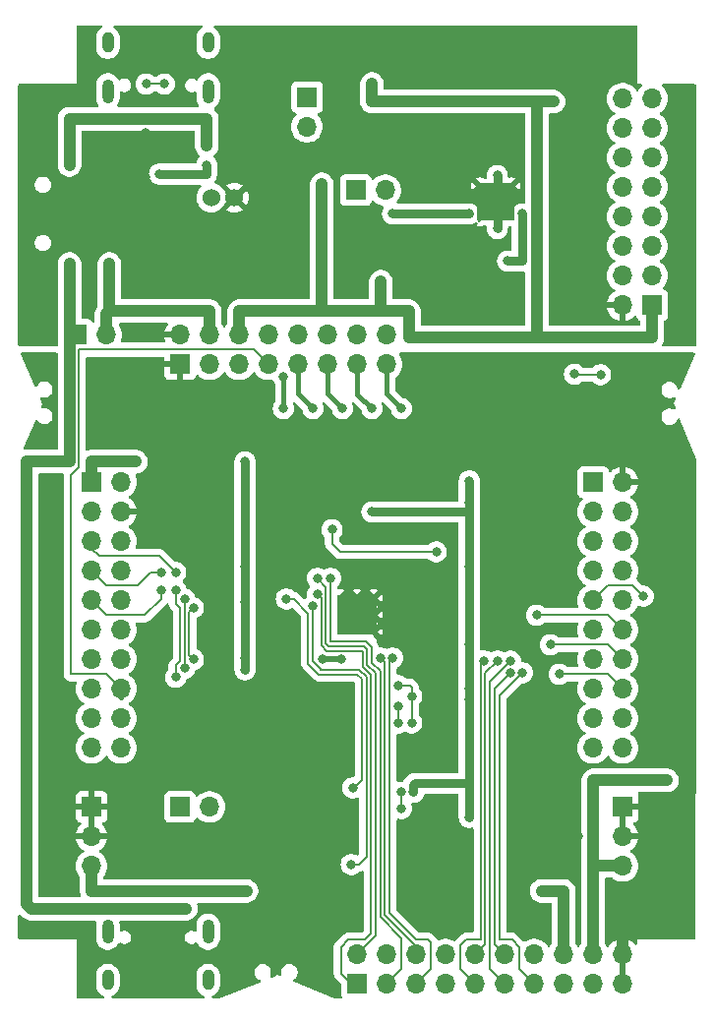
<source format=gbr>
G04 #@! TF.GenerationSoftware,KiCad,Pcbnew,8.0.6-8.0.6-0~ubuntu22.04.1*
G04 #@! TF.CreationDate,2024-11-22T22:59:57+01:00*
G04 #@! TF.ProjectId,rp2350b-launchpad-PCB,72703233-3530-4622-9d6c-61756e636870,rev?*
G04 #@! TF.SameCoordinates,Original*
G04 #@! TF.FileFunction,Copper,L2,Bot*
G04 #@! TF.FilePolarity,Positive*
%FSLAX46Y46*%
G04 Gerber Fmt 4.6, Leading zero omitted, Abs format (unit mm)*
G04 Created by KiCad (PCBNEW 8.0.6-8.0.6-0~ubuntu22.04.1) date 2024-11-22 22:59:57*
%MOMM*%
%LPD*%
G01*
G04 APERTURE LIST*
G04 #@! TA.AperFunction,ComponentPad*
%ADD10R,1.700000X1.700000*%
G04 #@! TD*
G04 #@! TA.AperFunction,ComponentPad*
%ADD11O,1.700000X1.700000*%
G04 #@! TD*
G04 #@! TA.AperFunction,HeatsinkPad*
%ADD12C,0.500000*%
G04 #@! TD*
G04 #@! TA.AperFunction,HeatsinkPad*
%ADD13R,3.200000X3.200000*%
G04 #@! TD*
G04 #@! TA.AperFunction,ComponentPad*
%ADD14O,1.000000X2.100000*%
G04 #@! TD*
G04 #@! TA.AperFunction,ComponentPad*
%ADD15O,1.000000X1.800000*%
G04 #@! TD*
G04 #@! TA.AperFunction,HeatsinkPad*
%ADD16R,3.400000X3.400000*%
G04 #@! TD*
G04 #@! TA.AperFunction,ComponentPad*
%ADD17C,1.524000*%
G04 #@! TD*
G04 #@! TA.AperFunction,ViaPad*
%ADD18C,0.800000*%
G04 #@! TD*
G04 #@! TA.AperFunction,Conductor*
%ADD19C,1.000000*%
G04 #@! TD*
G04 #@! TA.AperFunction,Conductor*
%ADD20C,0.800000*%
G04 #@! TD*
G04 #@! TA.AperFunction,Conductor*
%ADD21C,0.500000*%
G04 #@! TD*
G04 #@! TA.AperFunction,Conductor*
%ADD22C,0.200000*%
G04 #@! TD*
G04 #@! TA.AperFunction,Conductor*
%ADD23C,0.400000*%
G04 #@! TD*
G04 #@! TA.AperFunction,Conductor*
%ADD24C,0.250000*%
G04 #@! TD*
G04 APERTURE END LIST*
D10*
X116840000Y-106680000D03*
D11*
X119380000Y-106680000D03*
X116840000Y-109220000D03*
X119380000Y-109220000D03*
X116840000Y-111760000D03*
X119380000Y-111760000D03*
X116840000Y-114300000D03*
X119380000Y-114300000D03*
X116840000Y-116840000D03*
X119380000Y-116840000D03*
X116840000Y-119380000D03*
X119380000Y-119380000D03*
X116840000Y-121920000D03*
X119380000Y-121920000D03*
X116840000Y-124460000D03*
X119380000Y-124460000D03*
X116840000Y-127000000D03*
X119380000Y-127000000D03*
X116840000Y-129540000D03*
X119380000Y-129540000D03*
D10*
X116840000Y-134620000D03*
D11*
X116840000Y-137160000D03*
X116840000Y-139700000D03*
D10*
X139700000Y-149860000D03*
D11*
X139700000Y-147320000D03*
X142240000Y-149860000D03*
X142240000Y-147320000D03*
X144780000Y-149860000D03*
X144780000Y-147320000D03*
X147320000Y-149860000D03*
X147320000Y-147320000D03*
X149860000Y-149860000D03*
X149860000Y-147320000D03*
X152400000Y-149860000D03*
X152400000Y-147320000D03*
X154940000Y-149860000D03*
X154940000Y-147320000D03*
X157480000Y-149860000D03*
X157480000Y-147320000D03*
X160020000Y-149860000D03*
X160020000Y-147320000D03*
X162560000Y-149860000D03*
X162560000Y-147320000D03*
D10*
X160020000Y-106680000D03*
D11*
X162560000Y-106680000D03*
X160020000Y-109220000D03*
X162560000Y-109220000D03*
X160020000Y-111760000D03*
X162560000Y-111760000D03*
X160020000Y-114300000D03*
X162560000Y-114300000D03*
X160020000Y-116840000D03*
X162560000Y-116840000D03*
X160020000Y-119380000D03*
X162560000Y-119380000D03*
X160020000Y-121920000D03*
X162560000Y-121920000D03*
X160020000Y-124460000D03*
X162560000Y-124460000D03*
X160020000Y-127000000D03*
X162560000Y-127000000D03*
X160020000Y-129540000D03*
X162560000Y-129540000D03*
D10*
X162560000Y-134620000D03*
D11*
X162560000Y-137160000D03*
X162560000Y-139700000D03*
D10*
X135382000Y-73533000D03*
D11*
X135382000Y-76073000D03*
D10*
X165100000Y-91440000D03*
D11*
X162560000Y-91440000D03*
X165100000Y-88900000D03*
X162560000Y-88900000D03*
X165100000Y-86360000D03*
X162560000Y-86360000D03*
X165100000Y-83820000D03*
X162560000Y-83820000D03*
X165100000Y-81280000D03*
X162560000Y-81280000D03*
X165100000Y-78740000D03*
X162560000Y-78740000D03*
X165100000Y-76200000D03*
X162560000Y-76200000D03*
X165100000Y-73660000D03*
X162560000Y-73660000D03*
D10*
X139573000Y-81534000D03*
D11*
X142113000Y-81534000D03*
D12*
X150288000Y-81200000D03*
X150288000Y-83900000D03*
D13*
X151638000Y-82550000D03*
D12*
X152988000Y-81200000D03*
X152988000Y-83900000D03*
D10*
X124460000Y-96520000D03*
D11*
X124460000Y-93980000D03*
X127000000Y-96520000D03*
X127000000Y-93980000D03*
X129540000Y-96520000D03*
X129540000Y-93980000D03*
X132080000Y-96520000D03*
X132080000Y-93980000D03*
X134620000Y-96520000D03*
X134620000Y-93980000D03*
X137160000Y-96520000D03*
X137160000Y-93980000D03*
X139700000Y-96520000D03*
X139700000Y-93980000D03*
X142240000Y-96520000D03*
X142240000Y-93980000D03*
D14*
X118235000Y-145355000D03*
D15*
X118235000Y-149535000D03*
D14*
X126875000Y-145355000D03*
D15*
X126875000Y-149535000D03*
D10*
X124455000Y-134620000D03*
D11*
X126995000Y-134620000D03*
D10*
X115570000Y-93980000D03*
D11*
X118110000Y-93980000D03*
D14*
X126877000Y-73014000D03*
D15*
X126877000Y-68834000D03*
D14*
X118237000Y-73014000D03*
D15*
X118237000Y-68834000D03*
D12*
X141150000Y-119560000D03*
X141150000Y-118110000D03*
X141150000Y-116660000D03*
X139700000Y-119560000D03*
X139700000Y-118110000D03*
D16*
X139700000Y-118110000D03*
D12*
X139700000Y-116660000D03*
X138250000Y-119560000D03*
X138250000Y-118110000D03*
X138250000Y-116660000D03*
D17*
X129127000Y-82169000D03*
X127127000Y-82169000D03*
D18*
X130175000Y-141859000D03*
X155575000Y-141859000D03*
X116840000Y-141859000D03*
X119380000Y-139700000D03*
X132080000Y-109220000D03*
X113665000Y-128270000D03*
X152400000Y-105410000D03*
X152400000Y-103632000D03*
X129540000Y-124460000D03*
X129540000Y-134620000D03*
X116840000Y-102235000D03*
X166370000Y-118110000D03*
X127127000Y-113919000D03*
X166370000Y-113030000D03*
X152273000Y-108458000D03*
X154940000Y-102108000D03*
X120015000Y-149606000D03*
X116840000Y-99695000D03*
X125730000Y-103505000D03*
X152273000Y-120650000D03*
X124460000Y-127000000D03*
X134620000Y-134620000D03*
X156210000Y-137160000D03*
X127000000Y-111125000D03*
X148590000Y-137160000D03*
X166370000Y-123190000D03*
X119380000Y-134620000D03*
X132080000Y-137160000D03*
X132080000Y-111125000D03*
X129540000Y-129540000D03*
X150876000Y-98933000D03*
X162560000Y-102235000D03*
X166370000Y-135890000D03*
X119380000Y-137160000D03*
X129540000Y-137160000D03*
X132080000Y-139700000D03*
X155321000Y-100457000D03*
X127127000Y-117983000D03*
X113665000Y-115570000D03*
X113665000Y-118110000D03*
X113665000Y-113030000D03*
X153162000Y-130556000D03*
X143129000Y-114935000D03*
X127127000Y-121810000D03*
X130810000Y-103505000D03*
X127000000Y-124460000D03*
X149479000Y-100457000D03*
X127000000Y-127000000D03*
X168148000Y-145542000D03*
X140970000Y-102870000D03*
X122555000Y-149606000D03*
X143510000Y-137160000D03*
X162560000Y-99695000D03*
X143129000Y-119634000D03*
X151384000Y-104648000D03*
X113665000Y-120650000D03*
X153543000Y-104648000D03*
X153162000Y-131699000D03*
X153289000Y-102108000D03*
X132080000Y-134620000D03*
X132080000Y-106680000D03*
X134620000Y-139700000D03*
X149860000Y-102108000D03*
X150495000Y-103505000D03*
X166370000Y-120650000D03*
X113665000Y-110490000D03*
X153924000Y-126365000D03*
X153670000Y-137160000D03*
X113665000Y-125730000D03*
X125095000Y-149606000D03*
X132334000Y-128117600D03*
X113665000Y-130810000D03*
X152273000Y-113919000D03*
X150876000Y-100457000D03*
X153924000Y-100457000D03*
X127127000Y-116967000D03*
X152273000Y-117221000D03*
X134620000Y-137160000D03*
X138430000Y-102870000D03*
X166370000Y-125730000D03*
X166370000Y-128270000D03*
X152400000Y-100457000D03*
X137160000Y-137160000D03*
X153797000Y-99060000D03*
X146050000Y-137160000D03*
X166370000Y-130810000D03*
X154305000Y-103505000D03*
X128270000Y-103505000D03*
X137160000Y-134620000D03*
X158750000Y-137160000D03*
X113126000Y-99829000D03*
X124460000Y-129540000D03*
X127127000Y-122809000D03*
X127000000Y-106680000D03*
X166370000Y-110490000D03*
X127000000Y-129540000D03*
X127000000Y-109220000D03*
X151511000Y-102108000D03*
X166370000Y-138430000D03*
X129540000Y-127000000D03*
X147574000Y-72390000D03*
X111760000Y-75438000D03*
X159385000Y-92710000D03*
X125730000Y-86360000D03*
X159512000Y-71120000D03*
X121920000Y-93980000D03*
X131318000Y-77216000D03*
X167640000Y-90170000D03*
X116459000Y-68326000D03*
X121488200Y-78435200D03*
X131318000Y-88392000D03*
X129032000Y-68326000D03*
X131318000Y-86360000D03*
X149860000Y-68326000D03*
X157480000Y-71120000D03*
X154432000Y-71120000D03*
X159512000Y-72390000D03*
X120650000Y-69215000D03*
X131318000Y-83058000D03*
X155956000Y-68326000D03*
X143764000Y-68326000D03*
X141732000Y-85344000D03*
X167640000Y-74930000D03*
X146812000Y-92710000D03*
X121488200Y-76606400D03*
X137668000Y-68326000D03*
X146494500Y-87185500D03*
X146050000Y-72390000D03*
X124460000Y-69215000D03*
X129032000Y-75438000D03*
X131318000Y-80010000D03*
X167640000Y-92710000D03*
X111760000Y-93980000D03*
X156718000Y-92710000D03*
X167640000Y-85090000D03*
X159385000Y-90170000D03*
X140970000Y-75946000D03*
X111760000Y-73660000D03*
X149606000Y-92710000D03*
X131318000Y-68326000D03*
X167640000Y-77470000D03*
X159512000Y-73914000D03*
X144780000Y-81788000D03*
X167640000Y-87630000D03*
X152908000Y-71120000D03*
X167640000Y-80010000D03*
X121488200Y-80365600D03*
X152146000Y-92710000D03*
X141732000Y-87376000D03*
X155956000Y-71120000D03*
X167640000Y-82550000D03*
X159385000Y-87630000D03*
X120650000Y-104902000D03*
X130048000Y-104902000D03*
X149352000Y-113919000D03*
X144550000Y-133350000D03*
X140970000Y-109220000D03*
X136700000Y-121920000D03*
X149352000Y-120650000D03*
X138300000Y-121920000D03*
X130048000Y-113919000D03*
X149352000Y-124398000D03*
X130048000Y-116967000D03*
X130048000Y-122809000D03*
X149352000Y-125349000D03*
X149352000Y-106553000D03*
X149352000Y-135509000D03*
X166370000Y-132334000D03*
X149352000Y-108458000D03*
X130048000Y-121810000D03*
X151765000Y-80264000D03*
X151765000Y-84836000D03*
X135890000Y-100330000D03*
X138430000Y-100330000D03*
X140970000Y-100330000D03*
X143510000Y-100330000D03*
X146515000Y-112663000D03*
X137541000Y-110744000D03*
X124079000Y-114427000D03*
X136271000Y-114935000D03*
X122809000Y-115951000D03*
X124841000Y-116713000D03*
X124841000Y-122682000D03*
X125603000Y-121920000D03*
X125603000Y-117475000D03*
X124968000Y-143383000D03*
X120142000Y-143383000D03*
X114935000Y-87884000D03*
X124079000Y-115951000D03*
X124079000Y-123444000D03*
X122809000Y-114427000D03*
X137414000Y-114935000D03*
X164338000Y-116484400D03*
X136271000Y-116332000D03*
X153924000Y-123063000D03*
X155143200Y-118110000D03*
X150622000Y-122050000D03*
X142748000Y-121793000D03*
X141747997Y-121793000D03*
X156337000Y-120650000D03*
X157099000Y-123190000D03*
X151765000Y-122050000D03*
X152908000Y-122050000D03*
X152908000Y-123063000D03*
X126746000Y-79375000D03*
X122682000Y-80137000D03*
X144399000Y-125095000D03*
X143256000Y-124181000D03*
X144399000Y-127381000D03*
X118364000Y-87884000D03*
X153924000Y-83566000D03*
X155194000Y-73914000D03*
X152654000Y-87630000D03*
X149352000Y-83566000D03*
X147574000Y-73914000D03*
X156718000Y-73914000D03*
X141732000Y-89408000D03*
X155194000Y-89662000D03*
X142748000Y-83566000D03*
X140970000Y-72390000D03*
X136652000Y-81026000D03*
X121539000Y-72390000D03*
X123107000Y-72390000D03*
X120142000Y-75380000D03*
X124968000Y-75380000D03*
X114935000Y-79375000D03*
X126746000Y-77724000D03*
X143256000Y-125981000D03*
X143256000Y-127381000D03*
X143510000Y-134750000D03*
X143510000Y-133350000D03*
X139192000Y-139573000D03*
X135890000Y-117348000D03*
X133604000Y-116713000D03*
X139319000Y-132969000D03*
X133350000Y-97579000D03*
X133350000Y-100330000D03*
X160655000Y-97409000D03*
X158412000Y-97366000D03*
D19*
X157480000Y-147320000D02*
X157480000Y-141859000D01*
X116840000Y-141859000D02*
X116840000Y-139700000D01*
X130175000Y-141859000D02*
X116840000Y-141859000D01*
X157480000Y-141859000D02*
X155575000Y-141859000D01*
X162560000Y-147320000D02*
X162560000Y-143891000D01*
D20*
X149352000Y-120650000D02*
X149352000Y-126111000D01*
X149352000Y-132715000D02*
X149352000Y-133223000D01*
X149352000Y-126111000D02*
X149352000Y-132715000D01*
D19*
X160020000Y-147320000D02*
X160020000Y-139700000D01*
D20*
X130048000Y-121810000D02*
X130048000Y-122809000D01*
D19*
X160020000Y-139700000D02*
X162560000Y-139700000D01*
D21*
X138300000Y-121920000D02*
X136652000Y-121920000D01*
D20*
X140970000Y-109220000D02*
X149352000Y-109220000D01*
X149352000Y-108458000D02*
X149352000Y-109220000D01*
X130048000Y-116967000D02*
X130048000Y-121810000D01*
X149352000Y-120650000D02*
X149352000Y-113919000D01*
D21*
X136652000Y-121920000D02*
X136700000Y-121920000D01*
D20*
X144550000Y-132691000D02*
X144653000Y-132588000D01*
X130048000Y-116967000D02*
X130048000Y-114046000D01*
D22*
X149225000Y-133350000D02*
X149352000Y-133223000D01*
D20*
X144653000Y-132588000D02*
X149225000Y-132588000D01*
X149352000Y-133223000D02*
X149352000Y-135509000D01*
X149352000Y-108458000D02*
X149352000Y-106553000D01*
X130048000Y-104902000D02*
X130048000Y-114046000D01*
D19*
X160020000Y-132334000D02*
X166370000Y-132334000D01*
D20*
X144550000Y-133350000D02*
X144550000Y-132691000D01*
D19*
X120650000Y-104902000D02*
X116840000Y-104902000D01*
D20*
X149352000Y-109220000D02*
X149352000Y-113919000D01*
D19*
X116840000Y-104902000D02*
X116840000Y-106680000D01*
D20*
X149225000Y-132588000D02*
X149352000Y-132715000D01*
D19*
X160020000Y-132334000D02*
X160020000Y-139700000D01*
D20*
X151765000Y-84836000D02*
X151765000Y-80264000D01*
D23*
X134620000Y-99060000D02*
X134620000Y-96520000D01*
X135890000Y-100330000D02*
X134620000Y-99060000D01*
X137160000Y-96520000D02*
X137160000Y-99060000D01*
X137160000Y-99060000D02*
X138430000Y-100330000D01*
X139700000Y-99085400D02*
X139700000Y-96520000D01*
X139700000Y-99085400D02*
X139725400Y-99085400D01*
X139725400Y-99085400D02*
X140970000Y-100330000D01*
D22*
X140081000Y-96901000D02*
X139700000Y-96520000D01*
D23*
X142240000Y-99060000D02*
X143510000Y-100330000D01*
X142240000Y-99060000D02*
X142240000Y-96520000D01*
D22*
X132080000Y-96520000D02*
X130810000Y-95250000D01*
D23*
X132080000Y-96520000D02*
X132080000Y-96012000D01*
D22*
X115062000Y-123190000D02*
X118110000Y-123190000D01*
X115735000Y-95250000D02*
X115735000Y-105372000D01*
D23*
X119380000Y-125222000D02*
X119380000Y-124460000D01*
D22*
X115062000Y-106045000D02*
X115062000Y-123190000D01*
X118110000Y-123190000D02*
X119380000Y-124460000D01*
X115735000Y-105372000D02*
X115062000Y-106045000D01*
X130810000Y-95250000D02*
X115735000Y-95250000D01*
X137541000Y-111988600D02*
X138226800Y-112674400D01*
X137541000Y-110744000D02*
X137541000Y-111988600D01*
X138226800Y-112674400D02*
X146503600Y-112674400D01*
X146503600Y-112674400D02*
X146515000Y-112663000D01*
X117475000Y-113030000D02*
X116840000Y-112395000D01*
X137014000Y-115678000D02*
X136271000Y-114935000D01*
X124079000Y-114427000D02*
X122682000Y-113030000D01*
X141294000Y-123101686D02*
X140570000Y-122377686D01*
X116840000Y-112395000D02*
X116840000Y-111760000D01*
X141294000Y-145726000D02*
X141294000Y-123101686D01*
X137014000Y-120561685D02*
X137014000Y-115678000D01*
X137248315Y-120796000D02*
X137014000Y-120561685D01*
X122682000Y-113030000D02*
X117475000Y-113030000D01*
X140570000Y-121069686D02*
X140296314Y-120796000D01*
X140296314Y-120796000D02*
X137248315Y-120796000D01*
X139700000Y-147320000D02*
X141294000Y-145726000D01*
X140570000Y-122377686D02*
X140570000Y-121069686D01*
X121412000Y-118110000D02*
X118110000Y-118110000D01*
X122809000Y-116713000D02*
X122809000Y-115951000D01*
X118110000Y-118110000D02*
X116840000Y-116840000D01*
X121412000Y-118110000D02*
X122809000Y-116713000D01*
X124841000Y-116713000D02*
X124841000Y-122682000D01*
X125603000Y-117475000D02*
X125241000Y-117837000D01*
X125241000Y-117837000D02*
X125241000Y-121558000D01*
X125241000Y-121558000D02*
X125603000Y-121920000D01*
D19*
X111252000Y-104902000D02*
X114300000Y-104902000D01*
X114935000Y-93980000D02*
X114935000Y-88900000D01*
X124968000Y-143383000D02*
X120142000Y-143383000D01*
X115570000Y-93980000D02*
X114935000Y-93980000D01*
X114935000Y-104902000D02*
X114935000Y-93980000D01*
X114300000Y-104902000D02*
X114935000Y-104902000D01*
X111252000Y-132842000D02*
X111252000Y-143002000D01*
X111252000Y-110490000D02*
X111252000Y-132842000D01*
X114935000Y-88900000D02*
X114935000Y-87884000D01*
X111252000Y-109982000D02*
X111252000Y-110490000D01*
X111252000Y-109982000D02*
X111230489Y-110003511D01*
X120142000Y-143383000D02*
X111633000Y-143383000D01*
X111252000Y-132842000D02*
X111221435Y-132872565D01*
X111633000Y-143383000D02*
X111252000Y-143002000D01*
X111252000Y-104902000D02*
X111252000Y-109982000D01*
D22*
X124079000Y-122428000D02*
X124079000Y-123444000D01*
X124441000Y-122066000D02*
X124079000Y-122428000D01*
X124079000Y-115951000D02*
X124079000Y-117113000D01*
X124079000Y-117113000D02*
X124441000Y-117475000D01*
X124441000Y-117475000D02*
X124441000Y-122066000D01*
X140970000Y-122212000D02*
X141694000Y-122936000D01*
X141694000Y-144107000D02*
X143510000Y-145923000D01*
X143510000Y-145923000D02*
X143510000Y-148590000D01*
X121920000Y-114427000D02*
X120777000Y-115570000D01*
X140970000Y-120904000D02*
X140970000Y-122212000D01*
X137414000Y-120396000D02*
X140462000Y-120396000D01*
X118110000Y-115570000D02*
X116840000Y-114300000D01*
X141694000Y-122936000D02*
X141694000Y-144107000D01*
X122809000Y-114427000D02*
X121920000Y-114427000D01*
X140462000Y-120396000D02*
X140970000Y-120904000D01*
X143510000Y-148590000D02*
X142240000Y-149860000D01*
X120777000Y-115570000D02*
X118110000Y-115570000D01*
X137541000Y-114935000D02*
X137414000Y-115062000D01*
X137414000Y-115062000D02*
X137414000Y-120396000D01*
X121158000Y-115189000D02*
X120777000Y-115570000D01*
X160020000Y-116840000D02*
X161290000Y-115570000D01*
X161290000Y-115570000D02*
X163423600Y-115570000D01*
X163423600Y-115570000D02*
X164338000Y-116484400D01*
X139700000Y-149860000D02*
X139192000Y-149860000D01*
X138938000Y-146050000D02*
X140335000Y-146050000D01*
X138303000Y-146685000D02*
X138938000Y-146050000D01*
X140894000Y-145491000D02*
X140894000Y-123267372D01*
X139065000Y-149860000D02*
X139700000Y-149860000D01*
X140170000Y-122543372D02*
X140170000Y-121247000D01*
X136614000Y-120727371D02*
X136614000Y-116675000D01*
X140894000Y-123267372D02*
X140170000Y-122543372D01*
X140335000Y-146050000D02*
X140894000Y-145491000D01*
X139192000Y-149860000D02*
X138303000Y-148971000D01*
X140119000Y-121196000D02*
X137082629Y-121196000D01*
X136614000Y-116675000D02*
X136271000Y-116332000D01*
X137082629Y-121196000D02*
X136614000Y-120727371D01*
X138303000Y-148971000D02*
X138303000Y-146685000D01*
X140170000Y-121247000D02*
X140119000Y-121196000D01*
X153670000Y-146685000D02*
X153035000Y-146050000D01*
X151930000Y-146050000D02*
X151930000Y-125057000D01*
X151930000Y-125057000D02*
X153924000Y-123063000D01*
X153670000Y-148590000D02*
X153670000Y-146685000D01*
X153035000Y-146050000D02*
X151930000Y-146050000D01*
X154940000Y-149860000D02*
X153670000Y-148590000D01*
X161290000Y-118110000D02*
X162560000Y-119380000D01*
X155143200Y-118110000D02*
X161290000Y-118110000D01*
X148590000Y-148590000D02*
X148590000Y-146558000D01*
X150330000Y-122342000D02*
X150622000Y-122050000D01*
X148590000Y-146558000D02*
X149098000Y-146050000D01*
X149860000Y-149860000D02*
X148590000Y-148590000D01*
X150330000Y-146050000D02*
X150330000Y-122342000D01*
X149098000Y-146050000D02*
X150330000Y-146050000D01*
X142494000Y-143775628D02*
X143821686Y-145103314D01*
X146050000Y-146304000D02*
X145796000Y-146050000D01*
X146050000Y-148590000D02*
X144780000Y-149860000D01*
X142494000Y-122047000D02*
X142494000Y-143775628D01*
X142748000Y-121793000D02*
X142494000Y-122047000D01*
X145796000Y-146050000D02*
X144780000Y-146050000D01*
X144780000Y-146050000D02*
X143833314Y-145103314D01*
X146050000Y-148590000D02*
X146050000Y-146304000D01*
X143821686Y-145103314D02*
X143833314Y-145103314D01*
X142094000Y-122139003D02*
X142094000Y-143941314D01*
X144780000Y-146627314D02*
X144780000Y-147320000D01*
X142094000Y-143941314D02*
X144780000Y-146627314D01*
X141747997Y-121793000D02*
X142094000Y-122139003D01*
X161290000Y-120650000D02*
X162560000Y-121920000D01*
X156337000Y-120650000D02*
X161290000Y-120650000D01*
X157099000Y-123190000D02*
X161290000Y-123190000D01*
X161290000Y-123190000D02*
X162560000Y-124460000D01*
X150730000Y-146450000D02*
X150730000Y-123085000D01*
X150730000Y-123085000D02*
X151765000Y-122050000D01*
X149860000Y-147320000D02*
X150730000Y-146450000D01*
X151130000Y-123828000D02*
X152908000Y-122050000D01*
X151130000Y-148590000D02*
X151130000Y-123828000D01*
X152400000Y-149860000D02*
X151130000Y-148590000D01*
X151530000Y-124441000D02*
X152908000Y-123063000D01*
X152400000Y-147320000D02*
X151530000Y-146450000D01*
X151530000Y-146450000D02*
X151530000Y-124441000D01*
D20*
X126746000Y-79375000D02*
X126746000Y-80137000D01*
X126746000Y-80137000D02*
X122682000Y-80137000D01*
D22*
X126877000Y-68457000D02*
X126877000Y-68834000D01*
X118237000Y-68834000D02*
X118237000Y-68199000D01*
D24*
X118235000Y-149535000D02*
X118235000Y-149858000D01*
D22*
X144399000Y-127381000D02*
X144399000Y-125095000D01*
X144399000Y-124333000D02*
X144399000Y-125095000D01*
X144247000Y-124181000D02*
X144399000Y-124333000D01*
X143256000Y-124181000D02*
X144247000Y-124181000D01*
D19*
X127000000Y-91948000D02*
X118364000Y-91948000D01*
X118110000Y-92202000D02*
X118364000Y-91948000D01*
X118110000Y-93980000D02*
X118110000Y-92202000D01*
X127000000Y-93980000D02*
X127000000Y-91948000D01*
X118364000Y-91948000D02*
X118364000Y-87884000D01*
X136144000Y-91948000D02*
X129540000Y-91948000D01*
X136144000Y-91948000D02*
X136652000Y-91948000D01*
X155194000Y-73914000D02*
X147574000Y-73914000D01*
X140970000Y-73914000D02*
X144018000Y-73914000D01*
X136652000Y-91948000D02*
X140970000Y-91948000D01*
X141732000Y-89408000D02*
X141732000Y-91694000D01*
X140970000Y-91948000D02*
X141986000Y-91948000D01*
X129540000Y-91948000D02*
X129540000Y-93980000D01*
D20*
X153924000Y-83566000D02*
X153924000Y-87630000D01*
D19*
X136652000Y-83820000D02*
X136652000Y-91948000D01*
X165100000Y-91440000D02*
X165100000Y-93290000D01*
X144145000Y-91948000D02*
X144145000Y-94234000D01*
X155194000Y-89662000D02*
X155194000Y-73914000D01*
D20*
X153924000Y-87630000D02*
X152654000Y-87630000D01*
X142748000Y-83566000D02*
X149352000Y-83566000D01*
D19*
X155194000Y-89662000D02*
X155194000Y-94234000D01*
X165100000Y-94234000D02*
X155194000Y-94234000D01*
X140970000Y-72390000D02*
X140970000Y-73914000D01*
X165100000Y-93290000D02*
X165100000Y-94234000D01*
X155194000Y-73914000D02*
X156591000Y-73914000D01*
X144145000Y-94234000D02*
X155194000Y-94234000D01*
X136652000Y-81026000D02*
X136652000Y-83820000D01*
X141732000Y-91694000D02*
X141986000Y-91948000D01*
X147574000Y-73914000D02*
X144018000Y-73914000D01*
D22*
X156591000Y-73914000D02*
X156718000Y-73914000D01*
D19*
X141986000Y-91948000D02*
X144145000Y-91948000D01*
D22*
X121539000Y-72390000D02*
X123107000Y-72390000D01*
D19*
X124968000Y-75380000D02*
X120142000Y-75380000D01*
X120142000Y-75380000D02*
X114935000Y-75380000D01*
X114935000Y-75380000D02*
X114935000Y-79375000D01*
X126746000Y-77724000D02*
X126746000Y-75380000D01*
X126746000Y-75380000D02*
X124968000Y-75380000D01*
D22*
X143256000Y-125981000D02*
X143256000Y-127381000D01*
X143510000Y-133350000D02*
X143510000Y-134750000D01*
X139869942Y-122809000D02*
X140494000Y-123433058D01*
X139827000Y-139573000D02*
X139192000Y-139573000D01*
X140494000Y-138906000D02*
X139827000Y-139573000D01*
X140494000Y-123433058D02*
X140494000Y-138906000D01*
X135890000Y-122099950D02*
X136572050Y-122782000D01*
X136572050Y-122782000D02*
X136572050Y-122809000D01*
X136572050Y-122809000D02*
X139869942Y-122809000D01*
X135890000Y-117348000D02*
X135890000Y-122099950D01*
X133604000Y-116713000D02*
X134239000Y-116713000D01*
X140094000Y-123598744D02*
X140094000Y-132321000D01*
X134239000Y-116713000D02*
X135490000Y-117964000D01*
X140094000Y-132321000D02*
X139446000Y-132969000D01*
X139704256Y-123209000D02*
X140094000Y-123598744D01*
X135490000Y-122292636D02*
X136406364Y-123209000D01*
X135490000Y-117964000D02*
X135490000Y-122292636D01*
X136406364Y-123209000D02*
X139704256Y-123209000D01*
X139446000Y-132969000D02*
X139319000Y-132969000D01*
D23*
X133350000Y-100330000D02*
X133350000Y-97579000D01*
D22*
X160655000Y-97409000D02*
X158455000Y-97409000D01*
X158455000Y-97409000D02*
X158412000Y-97366000D01*
G04 #@! TA.AperFunction,Conductor*
G36*
X117718524Y-67355502D02*
G01*
X117765017Y-67409158D01*
X117775121Y-67479432D01*
X117745627Y-67544012D01*
X117720405Y-67566265D01*
X117594123Y-67650644D01*
X117594116Y-67650649D01*
X117453649Y-67791116D01*
X117453644Y-67791123D01*
X117343279Y-67956296D01*
X117267258Y-68139825D01*
X117267256Y-68139830D01*
X117228500Y-68334668D01*
X117228500Y-69333331D01*
X117234552Y-69363757D01*
X117267256Y-69528169D01*
X117343279Y-69711704D01*
X117453647Y-69876881D01*
X117594119Y-70017353D01*
X117759296Y-70127721D01*
X117942831Y-70203744D01*
X118137671Y-70242500D01*
X118137672Y-70242500D01*
X118336328Y-70242500D01*
X118336329Y-70242500D01*
X118531169Y-70203744D01*
X118714704Y-70127721D01*
X118879881Y-70017353D01*
X119020353Y-69876881D01*
X119130721Y-69711704D01*
X119206744Y-69528169D01*
X119245500Y-69333329D01*
X119245500Y-68334671D01*
X119206744Y-68139831D01*
X119130721Y-67956296D01*
X119020353Y-67791119D01*
X118879881Y-67650647D01*
X118753595Y-67566265D01*
X118708067Y-67511788D01*
X118699219Y-67441345D01*
X118729861Y-67377301D01*
X118790262Y-67339989D01*
X118823597Y-67335500D01*
X126290403Y-67335500D01*
X126358524Y-67355502D01*
X126405017Y-67409158D01*
X126415121Y-67479432D01*
X126385627Y-67544012D01*
X126360405Y-67566265D01*
X126234123Y-67650644D01*
X126234116Y-67650649D01*
X126093649Y-67791116D01*
X126093644Y-67791123D01*
X125983279Y-67956296D01*
X125907258Y-68139825D01*
X125907256Y-68139830D01*
X125868500Y-68334668D01*
X125868500Y-69333331D01*
X125874552Y-69363757D01*
X125907256Y-69528169D01*
X125983279Y-69711704D01*
X126093647Y-69876881D01*
X126234119Y-70017353D01*
X126399296Y-70127721D01*
X126582831Y-70203744D01*
X126777671Y-70242500D01*
X126777672Y-70242500D01*
X126976328Y-70242500D01*
X126976329Y-70242500D01*
X127171169Y-70203744D01*
X127354704Y-70127721D01*
X127519881Y-70017353D01*
X127660353Y-69876881D01*
X127770721Y-69711704D01*
X127846744Y-69528169D01*
X127885500Y-69333329D01*
X127885500Y-68334671D01*
X127846744Y-68139831D01*
X127770721Y-67956296D01*
X127660353Y-67791119D01*
X127519881Y-67650647D01*
X127393595Y-67566265D01*
X127348067Y-67511788D01*
X127339219Y-67441345D01*
X127369861Y-67377301D01*
X127430262Y-67339989D01*
X127463597Y-67335500D01*
X163704000Y-67335500D01*
X163772121Y-67355502D01*
X163818614Y-67409158D01*
X163830000Y-67461500D01*
X163830000Y-72390000D01*
X164152896Y-72390000D01*
X164221017Y-72410002D01*
X164267510Y-72463658D01*
X164277614Y-72533932D01*
X164248120Y-72598512D01*
X164230287Y-72615432D01*
X164176762Y-72657091D01*
X164024279Y-72822729D01*
X163935483Y-72958643D01*
X163881479Y-73004731D01*
X163811131Y-73014306D01*
X163746774Y-72984329D01*
X163724517Y-72958643D01*
X163635720Y-72822729D01*
X163483237Y-72657091D01*
X163376224Y-72573799D01*
X163305576Y-72518811D01*
X163107574Y-72411658D01*
X163107572Y-72411657D01*
X163107571Y-72411656D01*
X162894639Y-72338557D01*
X162894630Y-72338555D01*
X162850476Y-72331187D01*
X162672569Y-72301500D01*
X162447431Y-72301500D01*
X162299211Y-72326233D01*
X162225369Y-72338555D01*
X162225360Y-72338557D01*
X162012428Y-72411656D01*
X162012426Y-72411658D01*
X161987318Y-72425246D01*
X161814426Y-72518810D01*
X161814424Y-72518811D01*
X161636762Y-72657091D01*
X161484279Y-72822729D01*
X161484275Y-72822734D01*
X161361141Y-73011206D01*
X161270703Y-73217386D01*
X161270702Y-73217387D01*
X161215437Y-73435624D01*
X161215436Y-73435630D01*
X161215436Y-73435632D01*
X161196844Y-73660000D01*
X161213265Y-73858174D01*
X161215437Y-73884375D01*
X161270702Y-74102612D01*
X161270703Y-74102613D01*
X161270704Y-74102616D01*
X161356337Y-74297842D01*
X161361141Y-74308793D01*
X161484275Y-74497265D01*
X161484279Y-74497270D01*
X161636762Y-74662908D01*
X161691331Y-74705381D01*
X161814424Y-74801189D01*
X161847680Y-74819186D01*
X161898071Y-74869200D01*
X161913423Y-74938516D01*
X161888862Y-75005129D01*
X161847680Y-75040813D01*
X161814426Y-75058810D01*
X161814424Y-75058811D01*
X161636762Y-75197091D01*
X161484279Y-75362729D01*
X161484275Y-75362734D01*
X161361141Y-75551206D01*
X161270703Y-75757386D01*
X161270702Y-75757387D01*
X161215437Y-75975624D01*
X161215436Y-75975630D01*
X161215436Y-75975632D01*
X161196844Y-76200000D01*
X161214121Y-76408502D01*
X161215437Y-76424375D01*
X161270702Y-76642612D01*
X161270703Y-76642613D01*
X161361141Y-76848793D01*
X161484275Y-77037265D01*
X161484279Y-77037270D01*
X161636762Y-77202908D01*
X161651255Y-77214188D01*
X161814424Y-77341189D01*
X161847680Y-77359186D01*
X161898071Y-77409200D01*
X161913423Y-77478516D01*
X161888862Y-77545129D01*
X161847680Y-77580813D01*
X161814426Y-77598810D01*
X161814424Y-77598811D01*
X161636762Y-77737091D01*
X161484279Y-77902729D01*
X161484275Y-77902734D01*
X161361141Y-78091206D01*
X161270703Y-78297386D01*
X161270702Y-78297387D01*
X161215437Y-78515624D01*
X161215436Y-78515630D01*
X161215436Y-78515632D01*
X161196844Y-78740000D01*
X161213803Y-78944664D01*
X161215437Y-78964375D01*
X161270702Y-79182612D01*
X161270703Y-79182613D01*
X161270704Y-79182616D01*
X161341021Y-79342924D01*
X161361141Y-79388793D01*
X161484275Y-79577265D01*
X161484279Y-79577270D01*
X161636762Y-79742908D01*
X161665706Y-79765436D01*
X161814424Y-79881189D01*
X161847680Y-79899186D01*
X161898071Y-79949200D01*
X161913423Y-80018516D01*
X161888862Y-80085129D01*
X161847680Y-80120813D01*
X161814426Y-80138810D01*
X161814424Y-80138811D01*
X161636762Y-80277091D01*
X161484279Y-80442729D01*
X161484275Y-80442734D01*
X161361141Y-80631206D01*
X161270703Y-80837386D01*
X161270702Y-80837387D01*
X161215437Y-81055624D01*
X161215436Y-81055630D01*
X161215436Y-81055632D01*
X161198779Y-81256645D01*
X161196844Y-81280000D01*
X161215437Y-81504375D01*
X161270702Y-81722612D01*
X161270703Y-81722613D01*
X161270704Y-81722616D01*
X161359781Y-81925692D01*
X161361141Y-81928793D01*
X161484275Y-82117265D01*
X161484279Y-82117270D01*
X161636762Y-82282908D01*
X161671422Y-82309885D01*
X161814424Y-82421189D01*
X161847680Y-82439186D01*
X161898071Y-82489200D01*
X161913423Y-82558516D01*
X161888862Y-82625129D01*
X161847680Y-82660813D01*
X161814426Y-82678810D01*
X161814424Y-82678811D01*
X161636762Y-82817091D01*
X161484279Y-82982729D01*
X161484275Y-82982734D01*
X161361141Y-83171206D01*
X161270703Y-83377386D01*
X161270702Y-83377387D01*
X161215437Y-83595624D01*
X161215436Y-83595630D01*
X161215436Y-83595632D01*
X161196844Y-83820000D01*
X161211759Y-84000000D01*
X161215437Y-84044375D01*
X161270702Y-84262612D01*
X161270703Y-84262613D01*
X161270704Y-84262616D01*
X161355555Y-84456059D01*
X161361141Y-84468793D01*
X161484275Y-84657265D01*
X161484279Y-84657270D01*
X161636762Y-84822908D01*
X161653583Y-84836000D01*
X161814424Y-84961189D01*
X161845714Y-84978122D01*
X161847680Y-84979186D01*
X161898071Y-85029200D01*
X161913423Y-85098516D01*
X161888862Y-85165129D01*
X161847680Y-85200813D01*
X161814426Y-85218810D01*
X161814424Y-85218811D01*
X161636762Y-85357091D01*
X161484279Y-85522729D01*
X161484275Y-85522734D01*
X161361141Y-85711206D01*
X161270703Y-85917386D01*
X161270702Y-85917387D01*
X161215437Y-86135624D01*
X161215436Y-86135630D01*
X161215436Y-86135632D01*
X161196844Y-86360000D01*
X161209484Y-86512542D01*
X161215437Y-86584375D01*
X161270702Y-86802612D01*
X161270703Y-86802613D01*
X161270704Y-86802616D01*
X161359781Y-87005692D01*
X161361141Y-87008793D01*
X161484275Y-87197265D01*
X161484279Y-87197270D01*
X161636762Y-87362908D01*
X161675342Y-87392936D01*
X161814424Y-87501189D01*
X161847680Y-87519186D01*
X161898071Y-87569200D01*
X161913423Y-87638516D01*
X161888862Y-87705129D01*
X161847680Y-87740813D01*
X161814426Y-87758810D01*
X161814424Y-87758811D01*
X161636762Y-87897091D01*
X161484279Y-88062729D01*
X161484275Y-88062734D01*
X161361141Y-88251206D01*
X161270703Y-88457386D01*
X161270702Y-88457387D01*
X161215437Y-88675624D01*
X161215436Y-88675630D01*
X161215436Y-88675632D01*
X161196844Y-88900000D01*
X161214562Y-89113825D01*
X161215437Y-89124375D01*
X161270702Y-89342612D01*
X161270703Y-89342613D01*
X161361141Y-89548793D01*
X161484275Y-89737265D01*
X161484279Y-89737270D01*
X161636762Y-89902908D01*
X161691331Y-89945381D01*
X161814424Y-90041189D01*
X161848205Y-90059470D01*
X161898596Y-90109482D01*
X161913949Y-90178799D01*
X161889389Y-90245412D01*
X161848209Y-90281096D01*
X161814704Y-90299228D01*
X161814698Y-90299232D01*
X161637097Y-90437465D01*
X161484674Y-90603041D01*
X161361580Y-90791451D01*
X161271179Y-90997543D01*
X161271176Y-90997550D01*
X161223455Y-91185999D01*
X161223456Y-91186000D01*
X162129297Y-91186000D01*
X162094075Y-91247007D01*
X162060000Y-91374174D01*
X162060000Y-91505826D01*
X162094075Y-91632993D01*
X162129297Y-91694000D01*
X161223455Y-91694000D01*
X161271176Y-91882449D01*
X161271179Y-91882456D01*
X161361580Y-92088548D01*
X161484674Y-92276958D01*
X161637097Y-92442534D01*
X161814698Y-92580767D01*
X161814699Y-92580768D01*
X162012628Y-92687882D01*
X162012630Y-92687883D01*
X162225483Y-92760955D01*
X162225492Y-92760957D01*
X162306000Y-92774391D01*
X162306000Y-91870702D01*
X162367007Y-91905925D01*
X162494174Y-91940000D01*
X162625826Y-91940000D01*
X162752993Y-91905925D01*
X162814000Y-91870702D01*
X162814000Y-92774390D01*
X162894507Y-92760957D01*
X162894516Y-92760955D01*
X163107369Y-92687883D01*
X163107371Y-92687882D01*
X163305300Y-92580768D01*
X163305301Y-92580767D01*
X163482905Y-92442532D01*
X163544047Y-92376113D01*
X163604899Y-92339541D01*
X163675863Y-92341674D01*
X163734409Y-92381835D01*
X163754804Y-92417415D01*
X163799111Y-92536204D01*
X163799112Y-92536207D01*
X163886738Y-92653261D01*
X164003792Y-92740887D01*
X164003794Y-92740888D01*
X164003796Y-92740889D01*
X164007510Y-92742274D01*
X164009533Y-92743029D01*
X164066369Y-92785576D01*
X164091179Y-92852096D01*
X164091500Y-92861084D01*
X164091500Y-93099500D01*
X164071498Y-93167621D01*
X164017842Y-93214114D01*
X163965500Y-93225500D01*
X156328500Y-93225500D01*
X156260379Y-93205498D01*
X156213886Y-93151842D01*
X156202500Y-93099500D01*
X156202500Y-75048500D01*
X156222502Y-74980379D01*
X156276158Y-74933886D01*
X156328500Y-74922500D01*
X156690328Y-74922500D01*
X156690329Y-74922500D01*
X156885169Y-74883744D01*
X157068704Y-74807721D01*
X157233881Y-74697353D01*
X157374353Y-74556881D01*
X157405845Y-74509748D01*
X157416970Y-74495446D01*
X157457035Y-74450949D01*
X157457040Y-74450944D01*
X157552527Y-74285556D01*
X157611542Y-74103928D01*
X157631504Y-73914000D01*
X157611542Y-73724072D01*
X157552527Y-73542444D01*
X157457041Y-73377057D01*
X157457040Y-73377055D01*
X157416971Y-73332554D01*
X157405847Y-73318252D01*
X157374353Y-73271119D01*
X157233881Y-73130647D01*
X157068704Y-73020279D01*
X156885169Y-72944256D01*
X156690331Y-72905500D01*
X156690329Y-72905500D01*
X155293329Y-72905500D01*
X147673329Y-72905500D01*
X144117329Y-72905500D01*
X142104500Y-72905500D01*
X142036379Y-72885498D01*
X141989886Y-72831842D01*
X141978500Y-72779500D01*
X141978500Y-72290672D01*
X141978499Y-72290668D01*
X141939744Y-72095831D01*
X141863721Y-71912296D01*
X141753353Y-71747119D01*
X141612881Y-71606647D01*
X141447704Y-71496279D01*
X141264169Y-71420256D01*
X141069331Y-71381500D01*
X141069329Y-71381500D01*
X140870671Y-71381500D01*
X140870668Y-71381500D01*
X140675830Y-71420256D01*
X140675825Y-71420258D01*
X140492296Y-71496279D01*
X140327123Y-71606644D01*
X140327116Y-71606649D01*
X140186649Y-71747116D01*
X140186644Y-71747123D01*
X140076279Y-71912296D01*
X140000258Y-72095825D01*
X140000256Y-72095830D01*
X139961500Y-72290668D01*
X139961500Y-74013331D01*
X139979260Y-74102616D01*
X140000256Y-74208169D01*
X140076279Y-74391704D01*
X140186647Y-74556881D01*
X140327119Y-74697353D01*
X140492296Y-74807721D01*
X140675831Y-74883744D01*
X140870671Y-74922500D01*
X141069329Y-74922500D01*
X143918671Y-74922500D01*
X147474671Y-74922500D01*
X154059500Y-74922500D01*
X154127621Y-74942502D01*
X154174114Y-74996158D01*
X154185500Y-75048500D01*
X154185500Y-82537189D01*
X154165498Y-82605310D01*
X154111842Y-82651803D01*
X154041568Y-82661907D01*
X154033307Y-82660436D01*
X154019492Y-82657500D01*
X154019487Y-82657500D01*
X153828513Y-82657500D01*
X153828512Y-82657500D01*
X153741746Y-82675942D01*
X153740133Y-82676274D01*
X153658995Y-82692414D01*
X153653072Y-82694211D01*
X153652937Y-82693767D01*
X153642138Y-82697115D01*
X153641714Y-82697205D01*
X153641709Y-82697206D01*
X153566874Y-82730525D01*
X153563846Y-82731826D01*
X153493666Y-82760896D01*
X153493661Y-82760899D01*
X153492614Y-82761599D01*
X153473890Y-82771924D01*
X153467251Y-82774880D01*
X153467249Y-82774881D01*
X153406431Y-82819067D01*
X153402375Y-82821893D01*
X153344870Y-82860317D01*
X153344862Y-82860323D01*
X153339157Y-82866029D01*
X153324132Y-82878861D01*
X153312747Y-82887133D01*
X153266984Y-82937958D01*
X153262444Y-82942742D01*
X153218322Y-82986863D01*
X153218320Y-82986866D01*
X153210053Y-82999239D01*
X153198930Y-83013540D01*
X153184961Y-83029054D01*
X153184956Y-83029062D01*
X153155549Y-83079993D01*
X153104165Y-83128985D01*
X153034451Y-83142419D01*
X153032326Y-83142198D01*
X152988001Y-83137204D01*
X152813608Y-83156854D01*
X152743676Y-83144605D01*
X152691468Y-83096492D01*
X152673500Y-83031646D01*
X152673500Y-82068353D01*
X152693502Y-82000232D01*
X152747158Y-81953739D01*
X152813608Y-81943145D01*
X152988000Y-81962795D01*
X153157740Y-81943669D01*
X153318963Y-81887256D01*
X153320644Y-81886198D01*
X153320644Y-81886197D01*
X152723542Y-81289096D01*
X152689517Y-81226783D01*
X152692855Y-81180109D01*
X152888000Y-81180109D01*
X152888000Y-81219891D01*
X152903224Y-81256645D01*
X152931355Y-81284776D01*
X152968109Y-81300000D01*
X153007891Y-81300000D01*
X153044645Y-81284776D01*
X153072776Y-81256645D01*
X153088000Y-81219891D01*
X153088000Y-81199999D01*
X153341553Y-81199999D01*
X153341553Y-81200001D01*
X153674196Y-81532644D01*
X153674198Y-81532644D01*
X153675256Y-81530963D01*
X153731669Y-81369740D01*
X153750795Y-81200000D01*
X153731669Y-81030259D01*
X153675255Y-80869035D01*
X153675254Y-80869032D01*
X153674198Y-80867354D01*
X153341553Y-81199999D01*
X153088000Y-81199999D01*
X153088000Y-81180109D01*
X153072776Y-81143355D01*
X153044645Y-81115224D01*
X153007891Y-81100000D01*
X152968109Y-81100000D01*
X152931355Y-81115224D01*
X152903224Y-81143355D01*
X152888000Y-81180109D01*
X152692855Y-81180109D01*
X152694581Y-81155968D01*
X152723542Y-81110904D01*
X152988001Y-80846446D01*
X153320645Y-80513801D01*
X153320644Y-80513800D01*
X153318967Y-80512746D01*
X153318963Y-80512744D01*
X153157740Y-80456330D01*
X152987999Y-80437204D01*
X152813608Y-80456854D01*
X152743676Y-80444605D01*
X152691468Y-80396492D01*
X152673500Y-80331646D01*
X152673500Y-80318215D01*
X152674190Y-80305045D01*
X152678504Y-80264000D01*
X152674190Y-80222954D01*
X152673500Y-80209784D01*
X152673500Y-80174522D01*
X152673500Y-80174521D01*
X152665293Y-80133266D01*
X152663565Y-80121866D01*
X152658542Y-80074072D01*
X152649915Y-80047521D01*
X152647886Y-80041275D01*
X152644139Y-80026917D01*
X152642468Y-80018516D01*
X152638587Y-79999000D01*
X152619890Y-79953862D01*
X152616469Y-79944587D01*
X152613312Y-79934872D01*
X152599527Y-79892444D01*
X152585681Y-79868462D01*
X152578398Y-79853692D01*
X152570105Y-79833670D01*
X152570103Y-79833667D01*
X152570102Y-79833664D01*
X152539183Y-79787392D01*
X152534849Y-79780420D01*
X152504040Y-79727056D01*
X152490069Y-79711540D01*
X152478938Y-79697228D01*
X152470679Y-79684866D01*
X152454982Y-79669169D01*
X152426537Y-79640724D01*
X152422014Y-79635957D01*
X152376256Y-79585137D01*
X152376255Y-79585136D01*
X152376253Y-79585134D01*
X152364864Y-79576859D01*
X152349835Y-79564022D01*
X152344135Y-79558322D01*
X152286628Y-79519897D01*
X152282576Y-79517074D01*
X152282566Y-79517067D01*
X152251337Y-79494377D01*
X152221751Y-79472881D01*
X152215114Y-79469926D01*
X152196378Y-79459594D01*
X152195333Y-79458895D01*
X152125182Y-79429839D01*
X152122168Y-79428544D01*
X152079610Y-79409597D01*
X152047284Y-79395204D01*
X152046863Y-79395115D01*
X152036064Y-79391765D01*
X152035929Y-79392211D01*
X152030008Y-79390415D01*
X152030001Y-79390413D01*
X152030000Y-79390413D01*
X151965333Y-79377549D01*
X151948880Y-79374277D01*
X151947267Y-79373945D01*
X151860489Y-79355500D01*
X151860487Y-79355500D01*
X151669513Y-79355500D01*
X151669512Y-79355500D01*
X151582746Y-79373942D01*
X151581133Y-79374274D01*
X151499995Y-79390414D01*
X151494072Y-79392211D01*
X151493937Y-79391767D01*
X151483138Y-79395115D01*
X151482714Y-79395205D01*
X151482709Y-79395206D01*
X151407874Y-79428525D01*
X151404846Y-79429826D01*
X151334666Y-79458896D01*
X151334661Y-79458899D01*
X151333614Y-79459599D01*
X151314890Y-79469924D01*
X151308251Y-79472880D01*
X151308249Y-79472881D01*
X151247431Y-79517067D01*
X151243375Y-79519893D01*
X151185870Y-79558317D01*
X151185862Y-79558323D01*
X151180157Y-79564029D01*
X151165132Y-79576861D01*
X151153747Y-79585133D01*
X151107984Y-79635958D01*
X151103444Y-79640742D01*
X151059322Y-79684863D01*
X151059320Y-79684866D01*
X151051053Y-79697239D01*
X151039930Y-79711540D01*
X151025961Y-79727054D01*
X151025958Y-79727058D01*
X150995149Y-79780420D01*
X150990797Y-79787418D01*
X150959900Y-79833660D01*
X150959898Y-79833663D01*
X150951600Y-79853694D01*
X150944316Y-79868464D01*
X150930476Y-79892436D01*
X150930470Y-79892451D01*
X150913527Y-79944594D01*
X150910105Y-79953872D01*
X150891413Y-79999000D01*
X150891412Y-79999002D01*
X150885855Y-80026936D01*
X150882111Y-80041283D01*
X150871458Y-80074068D01*
X150871457Y-80074074D01*
X150866432Y-80121876D01*
X150864702Y-80133282D01*
X150856500Y-80174514D01*
X150856500Y-80209784D01*
X150855810Y-80222954D01*
X150853741Y-80242644D01*
X150851496Y-80264000D01*
X150851992Y-80268720D01*
X150855810Y-80305045D01*
X150856500Y-80318215D01*
X150856500Y-80434018D01*
X150836498Y-80502139D01*
X150782842Y-80548632D01*
X150712568Y-80558736D01*
X150663465Y-80540706D01*
X150618963Y-80512744D01*
X150457740Y-80456330D01*
X150288000Y-80437204D01*
X150118259Y-80456330D01*
X149957036Y-80512744D01*
X149957035Y-80512745D01*
X149955354Y-80513801D01*
X150288000Y-80846446D01*
X150288000Y-80846447D01*
X150552457Y-81110904D01*
X150586483Y-81173216D01*
X150581418Y-81244031D01*
X150552457Y-81289094D01*
X149955353Y-81886197D01*
X149955354Y-81886198D01*
X149957032Y-81887254D01*
X149957035Y-81887255D01*
X150118259Y-81943669D01*
X150288000Y-81962795D01*
X150457740Y-81943669D01*
X150618962Y-81887256D01*
X150663463Y-81859294D01*
X150731784Y-81839988D01*
X150799698Y-81860683D01*
X150845641Y-81914810D01*
X150856500Y-81965981D01*
X150856500Y-83134018D01*
X150836498Y-83202139D01*
X150782842Y-83248632D01*
X150712568Y-83258736D01*
X150663465Y-83240706D01*
X150618963Y-83212744D01*
X150457740Y-83156330D01*
X150287998Y-83137204D01*
X150243671Y-83142198D01*
X150173739Y-83129948D01*
X150121532Y-83081834D01*
X150120491Y-83080067D01*
X150091040Y-83029056D01*
X150077069Y-83013540D01*
X150065938Y-82999228D01*
X150057679Y-82986866D01*
X150038217Y-82967404D01*
X150013537Y-82942724D01*
X150009014Y-82937957D01*
X149963256Y-82887137D01*
X149963255Y-82887136D01*
X149963253Y-82887134D01*
X149951864Y-82878859D01*
X149936835Y-82866022D01*
X149931135Y-82860322D01*
X149873628Y-82821897D01*
X149869576Y-82819074D01*
X149869566Y-82819067D01*
X149819020Y-82782342D01*
X149808751Y-82774881D01*
X149802114Y-82771926D01*
X149783378Y-82761594D01*
X149782333Y-82760895D01*
X149712182Y-82731839D01*
X149709168Y-82730544D01*
X149634288Y-82697206D01*
X149634284Y-82697204D01*
X149633863Y-82697115D01*
X149623064Y-82693765D01*
X149622929Y-82694211D01*
X149617008Y-82692415D01*
X149617001Y-82692413D01*
X149617000Y-82692413D01*
X149548599Y-82678807D01*
X149535880Y-82676277D01*
X149534267Y-82675945D01*
X149447489Y-82657500D01*
X149447487Y-82657500D01*
X149441479Y-82657500D01*
X143212478Y-82657500D01*
X143144357Y-82637498D01*
X143097864Y-82583842D01*
X143087760Y-82513568D01*
X143117254Y-82448988D01*
X143119777Y-82446162D01*
X143168609Y-82393116D01*
X143188722Y-82371268D01*
X143311860Y-82182791D01*
X143402296Y-81976616D01*
X143457564Y-81758368D01*
X143476156Y-81534000D01*
X143457564Y-81309632D01*
X143436584Y-81226783D01*
X143429802Y-81200000D01*
X149525204Y-81200000D01*
X149544330Y-81369740D01*
X149600744Y-81530963D01*
X149600746Y-81530967D01*
X149601800Y-81532644D01*
X149601801Y-81532645D01*
X149934447Y-81199999D01*
X149914557Y-81180109D01*
X150188000Y-81180109D01*
X150188000Y-81219891D01*
X150203224Y-81256645D01*
X150231355Y-81284776D01*
X150268109Y-81300000D01*
X150307891Y-81300000D01*
X150344645Y-81284776D01*
X150372776Y-81256645D01*
X150388000Y-81219891D01*
X150388000Y-81180109D01*
X150372776Y-81143355D01*
X150344645Y-81115224D01*
X150307891Y-81100000D01*
X150268109Y-81100000D01*
X150231355Y-81115224D01*
X150203224Y-81143355D01*
X150188000Y-81180109D01*
X149914557Y-81180109D01*
X149601801Y-80867353D01*
X149600745Y-80869035D01*
X149600744Y-80869036D01*
X149544330Y-81030259D01*
X149525204Y-81200000D01*
X143429802Y-81200000D01*
X143402297Y-81091387D01*
X143402296Y-81091386D01*
X143402296Y-81091384D01*
X143311860Y-80885209D01*
X143284073Y-80842678D01*
X143188724Y-80696734D01*
X143188720Y-80696729D01*
X143069603Y-80567336D01*
X143036240Y-80531094D01*
X143036239Y-80531093D01*
X143036237Y-80531091D01*
X142954382Y-80467381D01*
X142858576Y-80392811D01*
X142660574Y-80285658D01*
X142660572Y-80285657D01*
X142660571Y-80285656D01*
X142447639Y-80212557D01*
X142447630Y-80212555D01*
X142403476Y-80205187D01*
X142225569Y-80175500D01*
X142000431Y-80175500D01*
X141852211Y-80200233D01*
X141778369Y-80212555D01*
X141778360Y-80212557D01*
X141565428Y-80285656D01*
X141565426Y-80285658D01*
X141417891Y-80365500D01*
X141367426Y-80392810D01*
X141367424Y-80392811D01*
X141189762Y-80531091D01*
X141128754Y-80597363D01*
X141067901Y-80633933D01*
X140996936Y-80631798D01*
X140938391Y-80591636D01*
X140917999Y-80556057D01*
X140876660Y-80445225D01*
X140873889Y-80437796D01*
X140873888Y-80437794D01*
X140873887Y-80437792D01*
X140786261Y-80320738D01*
X140669207Y-80233112D01*
X140669202Y-80233110D01*
X140532204Y-80182011D01*
X140532196Y-80182009D01*
X140471649Y-80175500D01*
X140471638Y-80175500D01*
X138674362Y-80175500D01*
X138674350Y-80175500D01*
X138613803Y-80182009D01*
X138613795Y-80182011D01*
X138476797Y-80233110D01*
X138476792Y-80233112D01*
X138359738Y-80320738D01*
X138272112Y-80437792D01*
X138272110Y-80437797D01*
X138221011Y-80574795D01*
X138221009Y-80574803D01*
X138214500Y-80635350D01*
X138214500Y-82432649D01*
X138221009Y-82493196D01*
X138221011Y-82493204D01*
X138272110Y-82630202D01*
X138272112Y-82630207D01*
X138359738Y-82747261D01*
X138476792Y-82834887D01*
X138476794Y-82834888D01*
X138476796Y-82834889D01*
X138531900Y-82855442D01*
X138613795Y-82885988D01*
X138613803Y-82885990D01*
X138674350Y-82892499D01*
X138674355Y-82892499D01*
X138674362Y-82892500D01*
X138674368Y-82892500D01*
X140471632Y-82892500D01*
X140471638Y-82892500D01*
X140471645Y-82892499D01*
X140471649Y-82892499D01*
X140532196Y-82885990D01*
X140532199Y-82885989D01*
X140532201Y-82885989D01*
X140669204Y-82834889D01*
X140688398Y-82820521D01*
X140786261Y-82747261D01*
X140873886Y-82630208D01*
X140873885Y-82630208D01*
X140873889Y-82630204D01*
X140917999Y-82511939D01*
X140960545Y-82455107D01*
X141027066Y-82430296D01*
X141096440Y-82445388D01*
X141128753Y-82470635D01*
X141166779Y-82511942D01*
X141189762Y-82536908D01*
X141195643Y-82541485D01*
X141367424Y-82675189D01*
X141565426Y-82782342D01*
X141565427Y-82782342D01*
X141565428Y-82782343D01*
X141636311Y-82806677D01*
X141778365Y-82855444D01*
X141900886Y-82875889D01*
X141964781Y-82906828D01*
X142001809Y-82967404D01*
X142000209Y-83038383D01*
X141989264Y-83063167D01*
X141978151Y-83082416D01*
X141973797Y-83089418D01*
X141942900Y-83135660D01*
X141942898Y-83135663D01*
X141934600Y-83155694D01*
X141927316Y-83170464D01*
X141913476Y-83194436D01*
X141913470Y-83194451D01*
X141896527Y-83246594D01*
X141893105Y-83255872D01*
X141874413Y-83301000D01*
X141874412Y-83301002D01*
X141868855Y-83328936D01*
X141865111Y-83343283D01*
X141854458Y-83376068D01*
X141854457Y-83376074D01*
X141849432Y-83423876D01*
X141847702Y-83435282D01*
X141839500Y-83476514D01*
X141839500Y-83511784D01*
X141838810Y-83524954D01*
X141834496Y-83565999D01*
X141838810Y-83607045D01*
X141839500Y-83620215D01*
X141839500Y-83655483D01*
X141847702Y-83696715D01*
X141849432Y-83708122D01*
X141854457Y-83755925D01*
X141854459Y-83755933D01*
X141865111Y-83788716D01*
X141868856Y-83803067D01*
X141871275Y-83815224D01*
X141874413Y-83831000D01*
X141893100Y-83876114D01*
X141896523Y-83885393D01*
X141913473Y-83937557D01*
X141927311Y-83961524D01*
X141934601Y-83976307D01*
X141942895Y-83996331D01*
X141942897Y-83996335D01*
X141942898Y-83996336D01*
X141973790Y-84042570D01*
X141973798Y-84042581D01*
X141978152Y-84049583D01*
X142008958Y-84102942D01*
X142008960Y-84102944D01*
X142022930Y-84118459D01*
X142034055Y-84132762D01*
X142042322Y-84145135D01*
X142086460Y-84189273D01*
X142090984Y-84194041D01*
X142136744Y-84244864D01*
X142148126Y-84253133D01*
X142163161Y-84265974D01*
X142168865Y-84271678D01*
X142226360Y-84310094D01*
X142226366Y-84310098D01*
X142230420Y-84312923D01*
X142291248Y-84357118D01*
X142297880Y-84360071D01*
X142316626Y-84370409D01*
X142317662Y-84371101D01*
X142317663Y-84371101D01*
X142317664Y-84371102D01*
X142387862Y-84400178D01*
X142390847Y-84401461D01*
X142465712Y-84434794D01*
X142466113Y-84434879D01*
X142476936Y-84438242D01*
X142477074Y-84437789D01*
X142483003Y-84439588D01*
X142513271Y-84445608D01*
X142564244Y-84455746D01*
X142565607Y-84456027D01*
X142652513Y-84474500D01*
X142652515Y-84474500D01*
X149447486Y-84474500D01*
X149447487Y-84474500D01*
X149534391Y-84456026D01*
X149535753Y-84455746D01*
X149617000Y-84439587D01*
X149617008Y-84439583D01*
X149622931Y-84437787D01*
X149623070Y-84438246D01*
X149633886Y-84434879D01*
X149634288Y-84434794D01*
X149709206Y-84401437D01*
X149712107Y-84400190D01*
X149782336Y-84371102D01*
X149783374Y-84370408D01*
X149802122Y-84360069D01*
X149808752Y-84357118D01*
X149869597Y-84312909D01*
X149873582Y-84310132D01*
X149888292Y-84300303D01*
X149956040Y-84279090D01*
X150024507Y-84297872D01*
X150071951Y-84350689D01*
X150083308Y-84420772D01*
X150054973Y-84485869D01*
X150047386Y-84494165D01*
X149955354Y-84586197D01*
X149955354Y-84586198D01*
X149957032Y-84587254D01*
X149957035Y-84587255D01*
X150118259Y-84643669D01*
X150288000Y-84662795D01*
X150457740Y-84643669D01*
X150618962Y-84587256D01*
X150663463Y-84559294D01*
X150731784Y-84539988D01*
X150799698Y-84560683D01*
X150845641Y-84614810D01*
X150856500Y-84665981D01*
X150856500Y-84781784D01*
X150855810Y-84794954D01*
X150851496Y-84835999D01*
X150855810Y-84877045D01*
X150856500Y-84890215D01*
X150856500Y-84925483D01*
X150862269Y-84954484D01*
X150863602Y-84961188D01*
X150864702Y-84966715D01*
X150866432Y-84978122D01*
X150871457Y-85025925D01*
X150871459Y-85025933D01*
X150882111Y-85058716D01*
X150885856Y-85073067D01*
X150887531Y-85081485D01*
X150891413Y-85101000D01*
X150910100Y-85146114D01*
X150913523Y-85155393D01*
X150930473Y-85207557D01*
X150944311Y-85231524D01*
X150951601Y-85246307D01*
X150959895Y-85266331D01*
X150959897Y-85266335D01*
X150959898Y-85266336D01*
X150990790Y-85312570D01*
X150990798Y-85312581D01*
X150995152Y-85319583D01*
X151025958Y-85372942D01*
X151025960Y-85372944D01*
X151039930Y-85388459D01*
X151051055Y-85402762D01*
X151059322Y-85415135D01*
X151103460Y-85459273D01*
X151107984Y-85464041D01*
X151153744Y-85514864D01*
X151153747Y-85514866D01*
X151165117Y-85523127D01*
X151165126Y-85523133D01*
X151180161Y-85535974D01*
X151185865Y-85541678D01*
X151243366Y-85580098D01*
X151247420Y-85582923D01*
X151308248Y-85627118D01*
X151314880Y-85630071D01*
X151333626Y-85640409D01*
X151334662Y-85641101D01*
X151334663Y-85641101D01*
X151334664Y-85641102D01*
X151404862Y-85670178D01*
X151407847Y-85671461D01*
X151482712Y-85704794D01*
X151483113Y-85704879D01*
X151493936Y-85708242D01*
X151494074Y-85707789D01*
X151500003Y-85709588D01*
X151523725Y-85714306D01*
X151581244Y-85725746D01*
X151582607Y-85726027D01*
X151669513Y-85744500D01*
X151669515Y-85744500D01*
X151860486Y-85744500D01*
X151860487Y-85744500D01*
X151947391Y-85726026D01*
X151948753Y-85725746D01*
X152030000Y-85709587D01*
X152030008Y-85709583D01*
X152035931Y-85707787D01*
X152036070Y-85708246D01*
X152046886Y-85704879D01*
X152047288Y-85704794D01*
X152122206Y-85671437D01*
X152125107Y-85670190D01*
X152195336Y-85641102D01*
X152196374Y-85640408D01*
X152215122Y-85630069D01*
X152221752Y-85627118D01*
X152282596Y-85582910D01*
X152286633Y-85580098D01*
X152344135Y-85541678D01*
X152349840Y-85535971D01*
X152364868Y-85523136D01*
X152376253Y-85514866D01*
X152422053Y-85463998D01*
X152426520Y-85459291D01*
X152470678Y-85415135D01*
X152478942Y-85402764D01*
X152490069Y-85388459D01*
X152504040Y-85372944D01*
X152534859Y-85319562D01*
X152539185Y-85312604D01*
X152570102Y-85266336D01*
X152578398Y-85246304D01*
X152585691Y-85231519D01*
X152593029Y-85218811D01*
X152599527Y-85207556D01*
X152616481Y-85155373D01*
X152619885Y-85146148D01*
X152638587Y-85101000D01*
X152644143Y-85073063D01*
X152647886Y-85058720D01*
X152658542Y-85025928D01*
X152663565Y-84978128D01*
X152665296Y-84966720D01*
X152665297Y-84966715D01*
X152673500Y-84925479D01*
X152673500Y-84890215D01*
X152674190Y-84877045D01*
X152678504Y-84836000D01*
X152674190Y-84794954D01*
X152673500Y-84781784D01*
X152673500Y-84768353D01*
X152693502Y-84700232D01*
X152747158Y-84653739D01*
X152813608Y-84643145D01*
X152903608Y-84653286D01*
X152969061Y-84680790D01*
X153009254Y-84739314D01*
X153015500Y-84778494D01*
X153015500Y-86595500D01*
X152995498Y-86663621D01*
X152941842Y-86710114D01*
X152889500Y-86721500D01*
X152558512Y-86721500D01*
X152471746Y-86739942D01*
X152470133Y-86740274D01*
X152388995Y-86756414D01*
X152383072Y-86758211D01*
X152382937Y-86757767D01*
X152372138Y-86761115D01*
X152371714Y-86761205D01*
X152371709Y-86761206D01*
X152296874Y-86794525D01*
X152293846Y-86795826D01*
X152223666Y-86824896D01*
X152223661Y-86824899D01*
X152222614Y-86825599D01*
X152203890Y-86835924D01*
X152197251Y-86838880D01*
X152197249Y-86838881D01*
X152136431Y-86883067D01*
X152132375Y-86885893D01*
X152074870Y-86924317D01*
X152074862Y-86924323D01*
X152069157Y-86930029D01*
X152054132Y-86942861D01*
X152042747Y-86951133D01*
X151996984Y-87001958D01*
X151992444Y-87006742D01*
X151948322Y-87050863D01*
X151948320Y-87050866D01*
X151940053Y-87063239D01*
X151928930Y-87077540D01*
X151914961Y-87093054D01*
X151914958Y-87093058D01*
X151884149Y-87146420D01*
X151879797Y-87153418D01*
X151848900Y-87199660D01*
X151848898Y-87199663D01*
X151840600Y-87219694D01*
X151833316Y-87234464D01*
X151819476Y-87258436D01*
X151819470Y-87258451D01*
X151802527Y-87310594D01*
X151799105Y-87319872D01*
X151780413Y-87365000D01*
X151780412Y-87365002D01*
X151774855Y-87392936D01*
X151771111Y-87407283D01*
X151760458Y-87440068D01*
X151760457Y-87440074D01*
X151755432Y-87487876D01*
X151753702Y-87499282D01*
X151745500Y-87540514D01*
X151745500Y-87575784D01*
X151744810Y-87588954D01*
X151740496Y-87629999D01*
X151744810Y-87671045D01*
X151745500Y-87684215D01*
X151745500Y-87719483D01*
X151753702Y-87760715D01*
X151755432Y-87772122D01*
X151760457Y-87819925D01*
X151760459Y-87819933D01*
X151771111Y-87852716D01*
X151774856Y-87867067D01*
X151780412Y-87894995D01*
X151780413Y-87895000D01*
X151799107Y-87940132D01*
X151802523Y-87949393D01*
X151819473Y-88001557D01*
X151833311Y-88025524D01*
X151840601Y-88040307D01*
X151848895Y-88060331D01*
X151848897Y-88060335D01*
X151879798Y-88106581D01*
X151884152Y-88113583D01*
X151914958Y-88166942D01*
X151914960Y-88166944D01*
X151928930Y-88182459D01*
X151940055Y-88196762D01*
X151948322Y-88209135D01*
X151992460Y-88253273D01*
X151996984Y-88258041D01*
X152042744Y-88308864D01*
X152054126Y-88317133D01*
X152069161Y-88329974D01*
X152074865Y-88335678D01*
X152132366Y-88374098D01*
X152136420Y-88376923D01*
X152197248Y-88421118D01*
X152203880Y-88424071D01*
X152222626Y-88434409D01*
X152223662Y-88435101D01*
X152223663Y-88435101D01*
X152223664Y-88435102D01*
X152293862Y-88464178D01*
X152296847Y-88465461D01*
X152371712Y-88498794D01*
X152372113Y-88498879D01*
X152382936Y-88502242D01*
X152383074Y-88501789D01*
X152389003Y-88503588D01*
X152419271Y-88509608D01*
X152470244Y-88519746D01*
X152471607Y-88520027D01*
X152558513Y-88538500D01*
X152558515Y-88538500D01*
X154013478Y-88538500D01*
X154013479Y-88538500D01*
X154013480Y-88538499D01*
X154013486Y-88538499D01*
X154034916Y-88534236D01*
X154105630Y-88540562D01*
X154161698Y-88584115D01*
X154185319Y-88651067D01*
X154185500Y-88657814D01*
X154185500Y-93099500D01*
X154165498Y-93167621D01*
X154111842Y-93214114D01*
X154059500Y-93225500D01*
X145279500Y-93225500D01*
X145211379Y-93205498D01*
X145164886Y-93151842D01*
X145153500Y-93099500D01*
X145153500Y-91848672D01*
X145153499Y-91848668D01*
X145151795Y-91840099D01*
X145114744Y-91653831D01*
X145038721Y-91470296D01*
X144928353Y-91305119D01*
X144787881Y-91164647D01*
X144622704Y-91054279D01*
X144439169Y-90978256D01*
X144418150Y-90974075D01*
X144244331Y-90939500D01*
X144244329Y-90939500D01*
X142866500Y-90939500D01*
X142798379Y-90919498D01*
X142751886Y-90865842D01*
X142740500Y-90813500D01*
X142740500Y-89308672D01*
X142740499Y-89308668D01*
X142703841Y-89124375D01*
X142701744Y-89113831D01*
X142625721Y-88930296D01*
X142515353Y-88765119D01*
X142374881Y-88624647D01*
X142209704Y-88514279D01*
X142026169Y-88438256D01*
X141976821Y-88428440D01*
X141831331Y-88399500D01*
X141831329Y-88399500D01*
X141632671Y-88399500D01*
X141632668Y-88399500D01*
X141437830Y-88438256D01*
X141437825Y-88438258D01*
X141254296Y-88514279D01*
X141089123Y-88624644D01*
X141089116Y-88624649D01*
X140948649Y-88765116D01*
X140948644Y-88765123D01*
X140838279Y-88930296D01*
X140762258Y-89113825D01*
X140762256Y-89113830D01*
X140723500Y-89308668D01*
X140723500Y-90813500D01*
X140703498Y-90881621D01*
X140649842Y-90928114D01*
X140597500Y-90939500D01*
X137786500Y-90939500D01*
X137718379Y-90919498D01*
X137671886Y-90865842D01*
X137660500Y-90813500D01*
X137660500Y-80926672D01*
X137660499Y-80926668D01*
X137621744Y-80731831D01*
X137545721Y-80548296D01*
X137435353Y-80383119D01*
X137294881Y-80242647D01*
X137129704Y-80132279D01*
X136946169Y-80056256D01*
X136751331Y-80017500D01*
X136751329Y-80017500D01*
X136552671Y-80017500D01*
X136552668Y-80017500D01*
X136357830Y-80056256D01*
X136357825Y-80056258D01*
X136174296Y-80132279D01*
X136009123Y-80242644D01*
X136009116Y-80242649D01*
X135868649Y-80383116D01*
X135868644Y-80383123D01*
X135758279Y-80548296D01*
X135682258Y-80731825D01*
X135682256Y-80731830D01*
X135643500Y-80926668D01*
X135643500Y-90813500D01*
X135623498Y-90881621D01*
X135569842Y-90928114D01*
X135517500Y-90939500D01*
X129440668Y-90939500D01*
X129245830Y-90978256D01*
X129245825Y-90978258D01*
X129062296Y-91054279D01*
X128897123Y-91164644D01*
X128897116Y-91164649D01*
X128756649Y-91305116D01*
X128756644Y-91305123D01*
X128646279Y-91470296D01*
X128570258Y-91653825D01*
X128570256Y-91653830D01*
X128531500Y-91848668D01*
X128531500Y-93020543D01*
X128511498Y-93088664D01*
X128498201Y-93105880D01*
X128464285Y-93142722D01*
X128464279Y-93142729D01*
X128375483Y-93278643D01*
X128321479Y-93324731D01*
X128251131Y-93334306D01*
X128186774Y-93304329D01*
X128164517Y-93278643D01*
X128075720Y-93142729D01*
X128075714Y-93142722D01*
X128041799Y-93105880D01*
X128010378Y-93042215D01*
X128008500Y-93020543D01*
X128008500Y-91848672D01*
X128008499Y-91848668D01*
X128006795Y-91840099D01*
X127969744Y-91653831D01*
X127893721Y-91470296D01*
X127783353Y-91305119D01*
X127642881Y-91164647D01*
X127477704Y-91054279D01*
X127294169Y-90978256D01*
X127273150Y-90974075D01*
X127099331Y-90939500D01*
X127099329Y-90939500D01*
X119498500Y-90939500D01*
X119430379Y-90919498D01*
X119383886Y-90865842D01*
X119372500Y-90813500D01*
X119372500Y-87784672D01*
X119372499Y-87784668D01*
X119333744Y-87589831D01*
X119257721Y-87406296D01*
X119147353Y-87241119D01*
X119006881Y-87100647D01*
X118841704Y-86990279D01*
X118658169Y-86914256D01*
X118463331Y-86875500D01*
X118463329Y-86875500D01*
X118264671Y-86875500D01*
X118264668Y-86875500D01*
X118069830Y-86914256D01*
X118069825Y-86914258D01*
X117886296Y-86990279D01*
X117721123Y-87100644D01*
X117721116Y-87100649D01*
X117580649Y-87241116D01*
X117580644Y-87241123D01*
X117470279Y-87406296D01*
X117394258Y-87589825D01*
X117394256Y-87589830D01*
X117355500Y-87784668D01*
X117355500Y-91478878D01*
X117335498Y-91546999D01*
X117326898Y-91558813D01*
X117326646Y-91559118D01*
X117216279Y-91724296D01*
X117140258Y-91907825D01*
X117140256Y-91907830D01*
X117101500Y-92102668D01*
X117101500Y-92813286D01*
X117081498Y-92881407D01*
X117027842Y-92927900D01*
X116957568Y-92938004D01*
X116892988Y-92908510D01*
X116874632Y-92888795D01*
X116783261Y-92766738D01*
X116666207Y-92679112D01*
X116666202Y-92679110D01*
X116529204Y-92628011D01*
X116529196Y-92628009D01*
X116468649Y-92621500D01*
X116468638Y-92621500D01*
X116069500Y-92621500D01*
X116001379Y-92601498D01*
X115954886Y-92547842D01*
X115943500Y-92495500D01*
X115943500Y-87784672D01*
X115943499Y-87784668D01*
X115904744Y-87589831D01*
X115828721Y-87406296D01*
X115718353Y-87241119D01*
X115577881Y-87100647D01*
X115412704Y-86990279D01*
X115229169Y-86914256D01*
X115034331Y-86875500D01*
X115034329Y-86875500D01*
X114835671Y-86875500D01*
X114835668Y-86875500D01*
X114640830Y-86914256D01*
X114640825Y-86914258D01*
X114457296Y-86990279D01*
X114292123Y-87100644D01*
X114292116Y-87100649D01*
X114151649Y-87241116D01*
X114151644Y-87241123D01*
X114041279Y-87406296D01*
X113965258Y-87589825D01*
X113965256Y-87589830D01*
X113926500Y-87784668D01*
X113926500Y-94870000D01*
X113906498Y-94938121D01*
X113852842Y-94984614D01*
X113800500Y-94996000D01*
X110642245Y-94996000D01*
X110574124Y-94975998D01*
X110527631Y-94922342D01*
X110516347Y-94875068D01*
X110515602Y-94856562D01*
X110515500Y-94851494D01*
X110515500Y-85997004D01*
X111948500Y-85997004D01*
X111948500Y-86134995D01*
X111948627Y-86135632D01*
X111975420Y-86270328D01*
X112028225Y-86397811D01*
X112079447Y-86474471D01*
X112104885Y-86512541D01*
X112104890Y-86512547D01*
X112202452Y-86610109D01*
X112202458Y-86610114D01*
X112317189Y-86686775D01*
X112444672Y-86739580D01*
X112580007Y-86766500D01*
X112580008Y-86766500D01*
X112717992Y-86766500D01*
X112717993Y-86766500D01*
X112853328Y-86739580D01*
X112980811Y-86686775D01*
X113095542Y-86610114D01*
X113193114Y-86512542D01*
X113269775Y-86397811D01*
X113322580Y-86270328D01*
X113349500Y-86134993D01*
X113349500Y-85997007D01*
X113322580Y-85861672D01*
X113269775Y-85734189D01*
X113193114Y-85619458D01*
X113193109Y-85619452D01*
X113095547Y-85521890D01*
X113095541Y-85521885D01*
X113057471Y-85496447D01*
X112980811Y-85445225D01*
X112860064Y-85395210D01*
X112853331Y-85392421D01*
X112853328Y-85392420D01*
X112717995Y-85365500D01*
X112717993Y-85365500D01*
X112580007Y-85365500D01*
X112580004Y-85365500D01*
X112444671Y-85392420D01*
X112444668Y-85392421D01*
X112317189Y-85445225D01*
X112202458Y-85521885D01*
X112202452Y-85521890D01*
X112104890Y-85619452D01*
X112104885Y-85619458D01*
X112028225Y-85734189D01*
X111975421Y-85861668D01*
X111975420Y-85861671D01*
X111948500Y-85997004D01*
X110515500Y-85997004D01*
X110515500Y-80997004D01*
X111948500Y-80997004D01*
X111948500Y-81134995D01*
X111975420Y-81270328D01*
X111975421Y-81270331D01*
X111991697Y-81309624D01*
X112028225Y-81397811D01*
X112075388Y-81468395D01*
X112104885Y-81512541D01*
X112104890Y-81512547D01*
X112202452Y-81610109D01*
X112202458Y-81610114D01*
X112317189Y-81686775D01*
X112444672Y-81739580D01*
X112580007Y-81766500D01*
X112580008Y-81766500D01*
X112717992Y-81766500D01*
X112717993Y-81766500D01*
X112853328Y-81739580D01*
X112980811Y-81686775D01*
X113095542Y-81610114D01*
X113193114Y-81512542D01*
X113269775Y-81397811D01*
X113322580Y-81270328D01*
X113349500Y-81134993D01*
X113349500Y-80997007D01*
X113322580Y-80861672D01*
X113269775Y-80734189D01*
X113193114Y-80619458D01*
X113193109Y-80619452D01*
X113095547Y-80521890D01*
X113095541Y-80521885D01*
X113057471Y-80496447D01*
X112980811Y-80445225D01*
X112900421Y-80411926D01*
X112853331Y-80392421D01*
X112853328Y-80392420D01*
X112717995Y-80365500D01*
X112717993Y-80365500D01*
X112580007Y-80365500D01*
X112580004Y-80365500D01*
X112444671Y-80392420D01*
X112444668Y-80392421D01*
X112317189Y-80445225D01*
X112202458Y-80521885D01*
X112202452Y-80521890D01*
X112104890Y-80619452D01*
X112104885Y-80619458D01*
X112028225Y-80734189D01*
X111975421Y-80861668D01*
X111975420Y-80861671D01*
X111948500Y-80997004D01*
X110515500Y-80997004D01*
X110515500Y-75280668D01*
X113926500Y-75280668D01*
X113926500Y-79474331D01*
X113965256Y-79669169D01*
X113965258Y-79669174D01*
X113971758Y-79684866D01*
X114041279Y-79852704D01*
X114151647Y-80017881D01*
X114292119Y-80158353D01*
X114457296Y-80268721D01*
X114640831Y-80344744D01*
X114835671Y-80383500D01*
X114835672Y-80383500D01*
X115034328Y-80383500D01*
X115034329Y-80383500D01*
X115229169Y-80344744D01*
X115412704Y-80268721D01*
X115577881Y-80158353D01*
X115718353Y-80017881D01*
X115828721Y-79852704D01*
X115904744Y-79669169D01*
X115943500Y-79474329D01*
X115943500Y-76514500D01*
X115963502Y-76446379D01*
X116017158Y-76399886D01*
X116069500Y-76388500D01*
X120042671Y-76388500D01*
X124868671Y-76388500D01*
X125611500Y-76388500D01*
X125679621Y-76408502D01*
X125726114Y-76462158D01*
X125737500Y-76514500D01*
X125737500Y-77823331D01*
X125776256Y-78018169D01*
X125852279Y-78201704D01*
X125962647Y-78366881D01*
X126103119Y-78507353D01*
X126107943Y-78510576D01*
X126153471Y-78565053D01*
X126162320Y-78635496D01*
X126131679Y-78699540D01*
X126131578Y-78699653D01*
X126088984Y-78746958D01*
X126084444Y-78751742D01*
X126040322Y-78795863D01*
X126040320Y-78795866D01*
X126032053Y-78808239D01*
X126020930Y-78822540D01*
X126006961Y-78838054D01*
X126006958Y-78838058D01*
X125976149Y-78891420D01*
X125971797Y-78898418D01*
X125940900Y-78944660D01*
X125940898Y-78944663D01*
X125932600Y-78964694D01*
X125925316Y-78979464D01*
X125911476Y-79003436D01*
X125911470Y-79003451D01*
X125894527Y-79055594D01*
X125891105Y-79064872D01*
X125872413Y-79110000D01*
X125872411Y-79110006D01*
X125869014Y-79127084D01*
X125836105Y-79189993D01*
X125774410Y-79225124D01*
X125745436Y-79228500D01*
X122586512Y-79228500D01*
X122499746Y-79246942D01*
X122498133Y-79247274D01*
X122416995Y-79263414D01*
X122411072Y-79265211D01*
X122410937Y-79264767D01*
X122400138Y-79268115D01*
X122399714Y-79268205D01*
X122399709Y-79268206D01*
X122324874Y-79301525D01*
X122321846Y-79302826D01*
X122251666Y-79331896D01*
X122251661Y-79331899D01*
X122250614Y-79332599D01*
X122231890Y-79342924D01*
X122225251Y-79345880D01*
X122225249Y-79345881D01*
X122164431Y-79390067D01*
X122160375Y-79392893D01*
X122102870Y-79431317D01*
X122102862Y-79431323D01*
X122097157Y-79437029D01*
X122082132Y-79449861D01*
X122070747Y-79458133D01*
X122024984Y-79508958D01*
X122020444Y-79513742D01*
X121976322Y-79557863D01*
X121976320Y-79557866D01*
X121968053Y-79570239D01*
X121956930Y-79584540D01*
X121942961Y-79600054D01*
X121942958Y-79600058D01*
X121912149Y-79653420D01*
X121907797Y-79660418D01*
X121876900Y-79706660D01*
X121876898Y-79706663D01*
X121868600Y-79726694D01*
X121861316Y-79741464D01*
X121847476Y-79765436D01*
X121847470Y-79765451D01*
X121830527Y-79817594D01*
X121827105Y-79826872D01*
X121808413Y-79872000D01*
X121808412Y-79872002D01*
X121802855Y-79899936D01*
X121799111Y-79914283D01*
X121788458Y-79947068D01*
X121788457Y-79947074D01*
X121783432Y-79994876D01*
X121781702Y-80006282D01*
X121773500Y-80047514D01*
X121773500Y-80082784D01*
X121772810Y-80095954D01*
X121770086Y-80121876D01*
X121768496Y-80137000D01*
X121772439Y-80174514D01*
X121772810Y-80178045D01*
X121773500Y-80191215D01*
X121773500Y-80226483D01*
X121781702Y-80267715D01*
X121783432Y-80279122D01*
X121788457Y-80326925D01*
X121788459Y-80326933D01*
X121799111Y-80359716D01*
X121802856Y-80374067D01*
X121806585Y-80392810D01*
X121808413Y-80402000D01*
X121827107Y-80447132D01*
X121830523Y-80456393D01*
X121847473Y-80508557D01*
X121861311Y-80532524D01*
X121868601Y-80547307D01*
X121876895Y-80567331D01*
X121876897Y-80567335D01*
X121907798Y-80613581D01*
X121912152Y-80620583D01*
X121942958Y-80673942D01*
X121942960Y-80673944D01*
X121956930Y-80689459D01*
X121968055Y-80703762D01*
X121976322Y-80716135D01*
X122020460Y-80760273D01*
X122024984Y-80765041D01*
X122070744Y-80815864D01*
X122082126Y-80824133D01*
X122097161Y-80836974D01*
X122102865Y-80842678D01*
X122160366Y-80881098D01*
X122164420Y-80883923D01*
X122225248Y-80928118D01*
X122231880Y-80931071D01*
X122250626Y-80941409D01*
X122251662Y-80942101D01*
X122251663Y-80942101D01*
X122251664Y-80942102D01*
X122321862Y-80971178D01*
X122324847Y-80972461D01*
X122399712Y-81005794D01*
X122400113Y-81005879D01*
X122410936Y-81009242D01*
X122411074Y-81008789D01*
X122417003Y-81010588D01*
X122447271Y-81016608D01*
X122498244Y-81026746D01*
X122499607Y-81027027D01*
X122586513Y-81045500D01*
X122592521Y-81045500D01*
X126149552Y-81045500D01*
X126217673Y-81065502D01*
X126264166Y-81119158D01*
X126274270Y-81189432D01*
X126244776Y-81254012D01*
X126238647Y-81260595D01*
X126150025Y-81349216D01*
X126150020Y-81349222D01*
X126022512Y-81531323D01*
X125928561Y-81732801D01*
X125928559Y-81732806D01*
X125909483Y-81804000D01*
X125871022Y-81947537D01*
X125851647Y-82169000D01*
X125871022Y-82390463D01*
X125911489Y-82541485D01*
X125928559Y-82605193D01*
X125928561Y-82605199D01*
X126022511Y-82806675D01*
X126022512Y-82806677D01*
X126150016Y-82988772D01*
X126150020Y-82988777D01*
X126150023Y-82988781D01*
X126307219Y-83145977D01*
X126307223Y-83145980D01*
X126307227Y-83145983D01*
X126343254Y-83171209D01*
X126489323Y-83273488D01*
X126690804Y-83367440D01*
X126905537Y-83424978D01*
X127127000Y-83444353D01*
X127348463Y-83424978D01*
X127563196Y-83367440D01*
X127764677Y-83273488D01*
X127946781Y-83145977D01*
X128103977Y-82988781D01*
X128231488Y-82806677D01*
X128310675Y-82636858D01*
X128335773Y-82601015D01*
X128762000Y-82174788D01*
X128762000Y-82217053D01*
X128786874Y-82309885D01*
X128834927Y-82393116D01*
X128902884Y-82461073D01*
X128986115Y-82509126D01*
X129078947Y-82534000D01*
X129121210Y-82534000D01*
X128426395Y-83228813D01*
X128426395Y-83228814D01*
X128489575Y-83273053D01*
X128489574Y-83273053D01*
X128690972Y-83366966D01*
X128690976Y-83366968D01*
X128905625Y-83424482D01*
X129127000Y-83443850D01*
X129348374Y-83424482D01*
X129563023Y-83366968D01*
X129563027Y-83366966D01*
X129764425Y-83273053D01*
X129764426Y-83273052D01*
X129827603Y-83228814D01*
X129827603Y-83228812D01*
X129132791Y-82534000D01*
X129175053Y-82534000D01*
X129267885Y-82509126D01*
X129351116Y-82461073D01*
X129419073Y-82393116D01*
X129467126Y-82309885D01*
X129492000Y-82217053D01*
X129492000Y-82174791D01*
X130186812Y-82869603D01*
X130186814Y-82869603D01*
X130231052Y-82806426D01*
X130231053Y-82806425D01*
X130324966Y-82605027D01*
X130324968Y-82605023D01*
X130382482Y-82390374D01*
X130401850Y-82169000D01*
X130382482Y-81947625D01*
X130324968Y-81732976D01*
X130324966Y-81732972D01*
X130231051Y-81531571D01*
X130186815Y-81468395D01*
X130186813Y-81468395D01*
X129492000Y-82163208D01*
X129492000Y-82120947D01*
X129467126Y-82028115D01*
X129419073Y-81944884D01*
X129351116Y-81876927D01*
X129267885Y-81828874D01*
X129175053Y-81804000D01*
X129132790Y-81804000D01*
X129827603Y-81109185D01*
X129827603Y-81109184D01*
X129764425Y-81064946D01*
X129563027Y-80971033D01*
X129563023Y-80971031D01*
X129348374Y-80913517D01*
X129127000Y-80894149D01*
X128905625Y-80913517D01*
X128690976Y-80971031D01*
X128690972Y-80971033D01*
X128489575Y-81064946D01*
X128426394Y-81109185D01*
X129121209Y-81804000D01*
X129078947Y-81804000D01*
X128986115Y-81828874D01*
X128902884Y-81876927D01*
X128834927Y-81944884D01*
X128786874Y-82028115D01*
X128762000Y-82120947D01*
X128762000Y-82163210D01*
X128335773Y-81736984D01*
X128310675Y-81701141D01*
X128231488Y-81531324D01*
X128103977Y-81349219D01*
X127946781Y-81192023D01*
X127946777Y-81192020D01*
X127946772Y-81192016D01*
X127764677Y-81064512D01*
X127764675Y-81064511D01*
X127563199Y-80970561D01*
X127563196Y-80970560D01*
X127485385Y-80949710D01*
X127424764Y-80912759D01*
X127393742Y-80848898D01*
X127402171Y-80778404D01*
X127428899Y-80738913D01*
X127451678Y-80716135D01*
X127551102Y-80567336D01*
X127619587Y-80402000D01*
X127654500Y-80226479D01*
X127654500Y-79429215D01*
X127655190Y-79416045D01*
X127655230Y-79415669D01*
X127659504Y-79375000D01*
X127655190Y-79333954D01*
X127654500Y-79320784D01*
X127654500Y-79285522D01*
X127654500Y-79285521D01*
X127646293Y-79244266D01*
X127644565Y-79232866D01*
X127643907Y-79226606D01*
X127639542Y-79185072D01*
X127636516Y-79175761D01*
X127628886Y-79152275D01*
X127625139Y-79137917D01*
X127619587Y-79110001D01*
X127600893Y-79064870D01*
X127597469Y-79055587D01*
X127580528Y-79003448D01*
X127580527Y-79003444D01*
X127566681Y-78979462D01*
X127559398Y-78964692D01*
X127551105Y-78944670D01*
X127551103Y-78944667D01*
X127551102Y-78944664D01*
X127520183Y-78898392D01*
X127515849Y-78891420D01*
X127485040Y-78838056D01*
X127471069Y-78822540D01*
X127459938Y-78808228D01*
X127451679Y-78795866D01*
X127451676Y-78795863D01*
X127407537Y-78751724D01*
X127403034Y-78746979D01*
X127360419Y-78699650D01*
X127329703Y-78635642D01*
X127338468Y-78565188D01*
X127383928Y-78510662D01*
X127388881Y-78507353D01*
X127529353Y-78366881D01*
X127639721Y-78201704D01*
X127715744Y-78018169D01*
X127754500Y-77823329D01*
X127754500Y-76073000D01*
X134018844Y-76073000D01*
X134037437Y-76297375D01*
X134092702Y-76515612D01*
X134092703Y-76515613D01*
X134183141Y-76721793D01*
X134306275Y-76910265D01*
X134306279Y-76910270D01*
X134458762Y-77075908D01*
X134513331Y-77118381D01*
X134636424Y-77214189D01*
X134834426Y-77321342D01*
X134834427Y-77321342D01*
X134834428Y-77321343D01*
X134892235Y-77341188D01*
X135047365Y-77394444D01*
X135269431Y-77431500D01*
X135269435Y-77431500D01*
X135494565Y-77431500D01*
X135494569Y-77431500D01*
X135716635Y-77394444D01*
X135929574Y-77321342D01*
X136127576Y-77214189D01*
X136305240Y-77075906D01*
X136457722Y-76910268D01*
X136580860Y-76721791D01*
X136671296Y-76515616D01*
X136726564Y-76297368D01*
X136745156Y-76073000D01*
X136726564Y-75848632D01*
X136671296Y-75630384D01*
X136580860Y-75424209D01*
X136574140Y-75413924D01*
X136457724Y-75235734D01*
X136457719Y-75235729D01*
X136314524Y-75080179D01*
X136283103Y-75016514D01*
X136291090Y-74945968D01*
X136335948Y-74890939D01*
X136363183Y-74876789D01*
X136478204Y-74833889D01*
X136521888Y-74801188D01*
X136595261Y-74746261D01*
X136682887Y-74629207D01*
X136682887Y-74629206D01*
X136682889Y-74629204D01*
X136733989Y-74492201D01*
X136735827Y-74475112D01*
X136740499Y-74431649D01*
X136740500Y-74431632D01*
X136740500Y-72634367D01*
X136740499Y-72634350D01*
X136733990Y-72573803D01*
X136733988Y-72573795D01*
X136692908Y-72463658D01*
X136682889Y-72436796D01*
X136682888Y-72436794D01*
X136682887Y-72436792D01*
X136595261Y-72319738D01*
X136478207Y-72232112D01*
X136478202Y-72232110D01*
X136341204Y-72181011D01*
X136341196Y-72181009D01*
X136280649Y-72174500D01*
X136280638Y-72174500D01*
X134483362Y-72174500D01*
X134483350Y-72174500D01*
X134422803Y-72181009D01*
X134422795Y-72181011D01*
X134285797Y-72232110D01*
X134285792Y-72232112D01*
X134168738Y-72319738D01*
X134081112Y-72436792D01*
X134081110Y-72436797D01*
X134030011Y-72573795D01*
X134030009Y-72573803D01*
X134023500Y-72634350D01*
X134023500Y-74431649D01*
X134030009Y-74492196D01*
X134030011Y-74492204D01*
X134081110Y-74629202D01*
X134081112Y-74629207D01*
X134168738Y-74746261D01*
X134285791Y-74833886D01*
X134285792Y-74833886D01*
X134285796Y-74833889D01*
X134400810Y-74876787D01*
X134457642Y-74919332D01*
X134482453Y-74985852D01*
X134467362Y-75055226D01*
X134449475Y-75080179D01*
X134306280Y-75235729D01*
X134306275Y-75235734D01*
X134183141Y-75424206D01*
X134092703Y-75630386D01*
X134092702Y-75630387D01*
X134037437Y-75848624D01*
X134018844Y-76073000D01*
X127754500Y-76073000D01*
X127754500Y-75280671D01*
X127715744Y-75085831D01*
X127639721Y-74902296D01*
X127529353Y-74737119D01*
X127400474Y-74608240D01*
X127366449Y-74545928D01*
X127371514Y-74475112D01*
X127414061Y-74418277D01*
X127419568Y-74414380D01*
X127425740Y-74410256D01*
X127519881Y-74347353D01*
X127660353Y-74206881D01*
X127770721Y-74041704D01*
X127846744Y-73858169D01*
X127885500Y-73663329D01*
X127885500Y-72364671D01*
X127846744Y-72169831D01*
X127770721Y-71986296D01*
X127660353Y-71821119D01*
X127519881Y-71680647D01*
X127354704Y-71570279D01*
X127171169Y-71494256D01*
X126976331Y-71455500D01*
X126976329Y-71455500D01*
X126777671Y-71455500D01*
X126777668Y-71455500D01*
X126582830Y-71494256D01*
X126582825Y-71494258D01*
X126399296Y-71570279D01*
X126234123Y-71680644D01*
X126234116Y-71680649D01*
X126093649Y-71821116D01*
X126093644Y-71821123D01*
X125983278Y-71986296D01*
X125980497Y-71993011D01*
X125935945Y-72048289D01*
X125868580Y-72070705D01*
X125801091Y-72053904D01*
X125669139Y-71977721D01*
X125669136Y-71977720D01*
X125669135Y-71977719D01*
X125669133Y-71977718D01*
X125669132Y-71977718D01*
X125629911Y-71967209D01*
X125522766Y-71938500D01*
X125371234Y-71938500D01*
X125292798Y-71959516D01*
X125224867Y-71977718D01*
X125224860Y-71977721D01*
X125093638Y-72053482D01*
X125093628Y-72053490D01*
X124986490Y-72160628D01*
X124986482Y-72160638D01*
X124910721Y-72291860D01*
X124910718Y-72291867D01*
X124898208Y-72338556D01*
X124871500Y-72438234D01*
X124871500Y-72589766D01*
X124889540Y-72657094D01*
X124910718Y-72736132D01*
X124910721Y-72736139D01*
X124986482Y-72867361D01*
X124986490Y-72867371D01*
X125093628Y-72974509D01*
X125093633Y-72974513D01*
X125093635Y-72974515D01*
X125093636Y-72974516D01*
X125093638Y-72974517D01*
X125162555Y-73014306D01*
X125224865Y-73050281D01*
X125371234Y-73089500D01*
X125371236Y-73089500D01*
X125522764Y-73089500D01*
X125522766Y-73089500D01*
X125669135Y-73050281D01*
X125679501Y-73044295D01*
X125748492Y-73027558D01*
X125815585Y-73050777D01*
X125859473Y-73106583D01*
X125868500Y-73153415D01*
X125868500Y-73663331D01*
X125907256Y-73858169D01*
X125983279Y-74041704D01*
X126023977Y-74102612D01*
X126072677Y-74175498D01*
X126093892Y-74243251D01*
X126075109Y-74311718D01*
X126022291Y-74359161D01*
X125967912Y-74371500D01*
X119146088Y-74371500D01*
X119077967Y-74351498D01*
X119031474Y-74297842D01*
X119021370Y-74227568D01*
X119041323Y-74175498D01*
X119061968Y-74144598D01*
X119130721Y-74041704D01*
X119206744Y-73858169D01*
X119245500Y-73663329D01*
X119245500Y-73153415D01*
X119265502Y-73085294D01*
X119319158Y-73038801D01*
X119389432Y-73028697D01*
X119434496Y-73044294D01*
X119444865Y-73050281D01*
X119591234Y-73089500D01*
X119591236Y-73089500D01*
X119742764Y-73089500D01*
X119742766Y-73089500D01*
X119889135Y-73050281D01*
X120020365Y-72974515D01*
X120127515Y-72867365D01*
X120203281Y-72736135D01*
X120242500Y-72589766D01*
X120242500Y-72438234D01*
X120229576Y-72390000D01*
X120625496Y-72390000D01*
X120645457Y-72579927D01*
X120651496Y-72598512D01*
X120704473Y-72761556D01*
X120704476Y-72761561D01*
X120799958Y-72926941D01*
X120799965Y-72926951D01*
X120927744Y-73068864D01*
X120927747Y-73068866D01*
X121082248Y-73181118D01*
X121256712Y-73258794D01*
X121443513Y-73298500D01*
X121634487Y-73298500D01*
X121821288Y-73258794D01*
X121995752Y-73181118D01*
X122150253Y-73068866D01*
X122150255Y-73068864D01*
X122176074Y-73040190D01*
X122236520Y-73002950D01*
X122269710Y-72998500D01*
X122376290Y-72998500D01*
X122444411Y-73018502D01*
X122469926Y-73040190D01*
X122495744Y-73068864D01*
X122495747Y-73068866D01*
X122650248Y-73181118D01*
X122824712Y-73258794D01*
X123011513Y-73298500D01*
X123202487Y-73298500D01*
X123389288Y-73258794D01*
X123563752Y-73181118D01*
X123718253Y-73068866D01*
X123718255Y-73068864D01*
X123846034Y-72926951D01*
X123846035Y-72926949D01*
X123846040Y-72926944D01*
X123941527Y-72761556D01*
X124000542Y-72579928D01*
X124020504Y-72390000D01*
X124000542Y-72200072D01*
X123941527Y-72018444D01*
X123846040Y-71853056D01*
X123846038Y-71853054D01*
X123846034Y-71853048D01*
X123718255Y-71711135D01*
X123563752Y-71598882D01*
X123389288Y-71521206D01*
X123202487Y-71481500D01*
X123011513Y-71481500D01*
X122824711Y-71521206D01*
X122650247Y-71598882D01*
X122495744Y-71711135D01*
X122469926Y-71739810D01*
X122409480Y-71777050D01*
X122376290Y-71781500D01*
X122269710Y-71781500D01*
X122201589Y-71761498D01*
X122176074Y-71739810D01*
X122150255Y-71711135D01*
X121995752Y-71598882D01*
X121821288Y-71521206D01*
X121634487Y-71481500D01*
X121443513Y-71481500D01*
X121256711Y-71521206D01*
X121082247Y-71598882D01*
X120927744Y-71711135D01*
X120799965Y-71853048D01*
X120799958Y-71853058D01*
X120704476Y-72018438D01*
X120704473Y-72018445D01*
X120645457Y-72200072D01*
X120625496Y-72390000D01*
X120229576Y-72390000D01*
X120203281Y-72291865D01*
X120180771Y-72252877D01*
X120127517Y-72160638D01*
X120127509Y-72160628D01*
X120020371Y-72053490D01*
X120020361Y-72053482D01*
X119889139Y-71977721D01*
X119889136Y-71977720D01*
X119889135Y-71977719D01*
X119889133Y-71977718D01*
X119889132Y-71977718D01*
X119849911Y-71967209D01*
X119742766Y-71938500D01*
X119591234Y-71938500D01*
X119512798Y-71959516D01*
X119444867Y-71977718D01*
X119444860Y-71977721D01*
X119312908Y-72053904D01*
X119243912Y-72070642D01*
X119176820Y-72047421D01*
X119133499Y-71993003D01*
X119130721Y-71986296D01*
X119020353Y-71821119D01*
X118879881Y-71680647D01*
X118714704Y-71570279D01*
X118531169Y-71494256D01*
X118336331Y-71455500D01*
X118336329Y-71455500D01*
X118137671Y-71455500D01*
X118137668Y-71455500D01*
X117942830Y-71494256D01*
X117942825Y-71494258D01*
X117759296Y-71570279D01*
X117594123Y-71680644D01*
X117594116Y-71680649D01*
X117453649Y-71821116D01*
X117453644Y-71821123D01*
X117343279Y-71986296D01*
X117267258Y-72169825D01*
X117267256Y-72169830D01*
X117228500Y-72364668D01*
X117228500Y-73663331D01*
X117267256Y-73858169D01*
X117343279Y-74041704D01*
X117383977Y-74102612D01*
X117432677Y-74175498D01*
X117453892Y-74243251D01*
X117435109Y-74311718D01*
X117382291Y-74359161D01*
X117327912Y-74371500D01*
X114835668Y-74371500D01*
X114640830Y-74410256D01*
X114640825Y-74410258D01*
X114457296Y-74486279D01*
X114292123Y-74596644D01*
X114292116Y-74596649D01*
X114151649Y-74737116D01*
X114151644Y-74737123D01*
X114041279Y-74902296D01*
X113965258Y-75085825D01*
X113965256Y-75085830D01*
X113926500Y-75280668D01*
X110515500Y-75280668D01*
X110515500Y-72516000D01*
X110535502Y-72447879D01*
X110589158Y-72401386D01*
X110641500Y-72390000D01*
X115570000Y-72390000D01*
X115570000Y-67461500D01*
X115590002Y-67393379D01*
X115643658Y-67346886D01*
X115696000Y-67335500D01*
X117650403Y-67335500D01*
X117718524Y-67355502D01*
G37*
G04 #@! TD.AperFunction*
G04 #@! TA.AperFunction,Conductor*
G36*
X168826621Y-72410002D02*
G01*
X168873114Y-72463658D01*
X168884500Y-72516000D01*
X168884500Y-94865213D01*
X168884342Y-94871521D01*
X168884265Y-94873057D01*
X168878303Y-94905541D01*
X168877251Y-94908792D01*
X168837248Y-94967446D01*
X168771884Y-94995161D01*
X168757371Y-94996000D01*
X166039490Y-94996000D01*
X165971369Y-94975998D01*
X165924876Y-94922342D01*
X165914772Y-94852068D01*
X165934725Y-94799998D01*
X165943770Y-94786459D01*
X165993721Y-94711704D01*
X166069744Y-94528169D01*
X166108500Y-94333329D01*
X166108500Y-93190671D01*
X166108500Y-92861084D01*
X166128502Y-92792963D01*
X166182158Y-92746470D01*
X166190467Y-92743029D01*
X166191694Y-92742570D01*
X166196204Y-92740889D01*
X166313261Y-92653261D01*
X166332163Y-92628011D01*
X166400887Y-92536207D01*
X166400887Y-92536206D01*
X166400889Y-92536204D01*
X166451989Y-92399201D01*
X166458500Y-92338638D01*
X166458500Y-90541362D01*
X166456141Y-90519419D01*
X166451990Y-90480803D01*
X166451988Y-90480795D01*
X166400889Y-90343797D01*
X166400887Y-90343792D01*
X166313261Y-90226738D01*
X166196207Y-90139112D01*
X166196203Y-90139110D01*
X166081192Y-90096213D01*
X166024356Y-90053667D01*
X165999546Y-89987146D01*
X166014638Y-89917772D01*
X166032525Y-89892820D01*
X166175714Y-89737277D01*
X166175724Y-89737265D01*
X166182441Y-89726983D01*
X166298860Y-89548791D01*
X166389296Y-89342616D01*
X166444564Y-89124368D01*
X166463156Y-88900000D01*
X166444564Y-88675632D01*
X166410360Y-88540562D01*
X166389297Y-88457387D01*
X166389296Y-88457386D01*
X166389296Y-88457384D01*
X166298860Y-88251209D01*
X166292140Y-88240924D01*
X166175724Y-88062734D01*
X166175720Y-88062729D01*
X166023237Y-87897091D01*
X165941382Y-87833381D01*
X165845576Y-87758811D01*
X165812319Y-87740813D01*
X165761929Y-87690802D01*
X165746576Y-87621485D01*
X165771136Y-87554872D01*
X165812320Y-87519186D01*
X165845576Y-87501189D01*
X166023240Y-87362906D01*
X166175722Y-87197268D01*
X166298860Y-87008791D01*
X166389296Y-86802616D01*
X166444564Y-86584368D01*
X166463156Y-86360000D01*
X166444564Y-86135632D01*
X166389296Y-85917384D01*
X166298860Y-85711209D01*
X166292140Y-85700924D01*
X166175724Y-85522734D01*
X166175720Y-85522729D01*
X166023237Y-85357091D01*
X165906629Y-85266331D01*
X165845576Y-85218811D01*
X165812319Y-85200813D01*
X165761929Y-85150802D01*
X165746576Y-85081485D01*
X165771136Y-85014872D01*
X165812320Y-84979186D01*
X165814286Y-84978122D01*
X165845576Y-84961189D01*
X166023240Y-84822906D01*
X166175722Y-84657268D01*
X166298860Y-84468791D01*
X166389296Y-84262616D01*
X166444564Y-84044368D01*
X166463156Y-83820000D01*
X166444564Y-83595632D01*
X166402522Y-83429611D01*
X166389297Y-83377387D01*
X166389296Y-83377386D01*
X166389296Y-83377384D01*
X166298860Y-83171209D01*
X166281479Y-83144605D01*
X166175724Y-82982734D01*
X166175720Y-82982729D01*
X166058542Y-82855442D01*
X166023240Y-82817094D01*
X166023239Y-82817093D01*
X166023237Y-82817091D01*
X165941382Y-82753381D01*
X165845576Y-82678811D01*
X165838881Y-82675188D01*
X165812320Y-82660814D01*
X165761929Y-82610802D01*
X165746576Y-82541485D01*
X165771136Y-82474872D01*
X165812320Y-82439186D01*
X165845576Y-82421189D01*
X166023240Y-82282906D01*
X166175722Y-82117268D01*
X166298860Y-81928791D01*
X166389296Y-81722616D01*
X166444564Y-81504368D01*
X166463156Y-81280000D01*
X166444564Y-81055632D01*
X166433157Y-81010587D01*
X166389297Y-80837387D01*
X166389296Y-80837386D01*
X166389296Y-80837384D01*
X166298860Y-80631209D01*
X166287343Y-80613581D01*
X166175724Y-80442734D01*
X166175720Y-80442729D01*
X166059570Y-80316559D01*
X166023240Y-80277094D01*
X166023239Y-80277093D01*
X166023237Y-80277091D01*
X165940324Y-80212557D01*
X165845576Y-80138811D01*
X165812319Y-80120813D01*
X165761929Y-80070802D01*
X165746576Y-80001485D01*
X165771136Y-79934872D01*
X165812320Y-79899186D01*
X165845576Y-79881189D01*
X166023240Y-79742906D01*
X166175722Y-79577268D01*
X166298860Y-79388791D01*
X166389296Y-79182616D01*
X166444564Y-78964368D01*
X166463156Y-78740000D01*
X166444564Y-78515632D01*
X166443282Y-78510571D01*
X166389297Y-78297387D01*
X166389296Y-78297386D01*
X166389296Y-78297384D01*
X166298860Y-78091209D01*
X166292140Y-78080924D01*
X166175724Y-77902734D01*
X166175720Y-77902729D01*
X166023237Y-77737091D01*
X165941382Y-77673381D01*
X165845576Y-77598811D01*
X165812319Y-77580813D01*
X165761929Y-77530802D01*
X165746576Y-77461485D01*
X165771136Y-77394872D01*
X165812320Y-77359186D01*
X165845576Y-77341189D01*
X166023240Y-77202906D01*
X166175722Y-77037268D01*
X166298860Y-76848791D01*
X166389296Y-76642616D01*
X166444564Y-76424368D01*
X166463156Y-76200000D01*
X166444564Y-75975632D01*
X166389296Y-75757384D01*
X166298860Y-75551209D01*
X166292140Y-75540924D01*
X166175724Y-75362734D01*
X166175720Y-75362729D01*
X166023237Y-75197091D01*
X165941382Y-75133381D01*
X165845576Y-75058811D01*
X165838951Y-75055226D01*
X165812320Y-75040814D01*
X165761929Y-74990802D01*
X165746576Y-74921485D01*
X165771136Y-74854872D01*
X165812320Y-74819186D01*
X165845576Y-74801189D01*
X166023240Y-74662906D01*
X166175722Y-74497268D01*
X166298860Y-74308791D01*
X166389296Y-74102616D01*
X166444564Y-73884368D01*
X166463156Y-73660000D01*
X166444564Y-73435632D01*
X166418461Y-73332554D01*
X166389297Y-73217387D01*
X166389296Y-73217386D01*
X166389296Y-73217384D01*
X166298860Y-73011209D01*
X166290557Y-72998500D01*
X166175724Y-72822734D01*
X166175720Y-72822729D01*
X166023237Y-72657091D01*
X165969713Y-72615432D01*
X165928242Y-72557807D01*
X165924508Y-72486908D01*
X165959698Y-72425246D01*
X166022639Y-72392398D01*
X166047104Y-72390000D01*
X168758500Y-72390000D01*
X168826621Y-72410002D01*
G37*
G04 #@! TD.AperFunction*
G04 #@! TA.AperFunction,Conductor*
G36*
X123341841Y-92976502D02*
G01*
X123388334Y-93030158D01*
X123398438Y-93100432D01*
X123379203Y-93151415D01*
X123261581Y-93331448D01*
X123171179Y-93537543D01*
X123171176Y-93537550D01*
X123123455Y-93725999D01*
X123123456Y-93726000D01*
X124029297Y-93726000D01*
X123994075Y-93787007D01*
X123960000Y-93914174D01*
X123960000Y-94045826D01*
X123994075Y-94172993D01*
X124029297Y-94234000D01*
X123123455Y-94234000D01*
X123171176Y-94422449D01*
X123171177Y-94422451D01*
X123189791Y-94464885D01*
X123198838Y-94535303D01*
X123168378Y-94599434D01*
X123108082Y-94636916D01*
X123074404Y-94641500D01*
X119496142Y-94641500D01*
X119428021Y-94621498D01*
X119381528Y-94567842D01*
X119371424Y-94497568D01*
X119380755Y-94464886D01*
X119389072Y-94445925D01*
X119399296Y-94422616D01*
X119454564Y-94204368D01*
X119473156Y-93980000D01*
X119454564Y-93755632D01*
X119399338Y-93537550D01*
X119399297Y-93537387D01*
X119399296Y-93537386D01*
X119399296Y-93537384D01*
X119308860Y-93331209D01*
X119191395Y-93151415D01*
X119170882Y-93083447D01*
X119190371Y-93015178D01*
X119243676Y-92968283D01*
X119296878Y-92956500D01*
X123273720Y-92956500D01*
X123341841Y-92976502D01*
G37*
G04 #@! TD.AperFunction*
G04 #@! TA.AperFunction,Conductor*
G36*
X150419217Y-83687187D02*
G01*
X150452716Y-83711163D01*
X150552457Y-83810904D01*
X150586483Y-83873216D01*
X150581418Y-83944031D01*
X150552457Y-83989094D01*
X150292998Y-84248553D01*
X150230686Y-84282579D01*
X150159871Y-84277514D01*
X150103035Y-84234967D01*
X150078224Y-84168447D01*
X150093315Y-84099073D01*
X150094783Y-84096460D01*
X150121847Y-84049583D01*
X150121859Y-84049562D01*
X150126185Y-84042604D01*
X150157102Y-83996336D01*
X150165398Y-83976304D01*
X150172691Y-83961519D01*
X150186523Y-83937563D01*
X150186523Y-83937562D01*
X150186527Y-83937556D01*
X150190391Y-83925663D01*
X150203224Y-83956645D01*
X150231355Y-83984776D01*
X150268109Y-84000000D01*
X150307891Y-84000000D01*
X150344645Y-83984776D01*
X150372776Y-83956645D01*
X150388000Y-83919891D01*
X150388000Y-83880109D01*
X150372776Y-83843355D01*
X150344645Y-83815224D01*
X150307891Y-83800000D01*
X150268109Y-83800000D01*
X150231355Y-83815224D01*
X150228071Y-83818507D01*
X150231143Y-83803063D01*
X150234881Y-83788735D01*
X150243791Y-83761314D01*
X150283863Y-83702715D01*
X150349260Y-83675079D01*
X150419217Y-83687187D01*
G37*
G04 #@! TD.AperFunction*
G04 #@! TA.AperFunction,Conductor*
G36*
X168722444Y-95524002D02*
G01*
X168768937Y-95577658D01*
X168779041Y-95647932D01*
X168769874Y-95680240D01*
X167508631Y-98581098D01*
X167463126Y-98635594D01*
X167395382Y-98656837D01*
X167326907Y-98638083D01*
X167279442Y-98585286D01*
X167269501Y-98555440D01*
X167263580Y-98525672D01*
X167210775Y-98398189D01*
X167134114Y-98283458D01*
X167134109Y-98283452D01*
X167036547Y-98185890D01*
X167036541Y-98185885D01*
X166960215Y-98134886D01*
X166921811Y-98109225D01*
X166841421Y-98075926D01*
X166794331Y-98056421D01*
X166794328Y-98056420D01*
X166658995Y-98029500D01*
X166658993Y-98029500D01*
X166521007Y-98029500D01*
X166521004Y-98029500D01*
X166385671Y-98056420D01*
X166385668Y-98056421D01*
X166258189Y-98109225D01*
X166143458Y-98185885D01*
X166143452Y-98185890D01*
X166045890Y-98283452D01*
X166045885Y-98283458D01*
X165969225Y-98398189D01*
X165916421Y-98525668D01*
X165916420Y-98525671D01*
X165889500Y-98661004D01*
X165889500Y-98661007D01*
X165889500Y-98798993D01*
X165916420Y-98934328D01*
X165969225Y-99061811D01*
X166011808Y-99125541D01*
X166045885Y-99176541D01*
X166045890Y-99176547D01*
X166143452Y-99274109D01*
X166143458Y-99274114D01*
X166258189Y-99350775D01*
X166385672Y-99403580D01*
X166521007Y-99430500D01*
X166521008Y-99430500D01*
X166658992Y-99430500D01*
X166658993Y-99430500D01*
X166794328Y-99403580D01*
X166921811Y-99350775D01*
X166921818Y-99350770D01*
X166927268Y-99347858D01*
X166927999Y-99349226D01*
X166988455Y-99330284D01*
X167056925Y-99349053D01*
X167104379Y-99401860D01*
X167115750Y-99471940D01*
X167106280Y-99506502D01*
X166941499Y-99885499D01*
X167086464Y-100245573D01*
X167093350Y-100316235D01*
X167060940Y-100379403D01*
X166999525Y-100415020D01*
X166928602Y-100411780D01*
X166921363Y-100409039D01*
X166794331Y-100356421D01*
X166794328Y-100356420D01*
X166658995Y-100329500D01*
X166658993Y-100329500D01*
X166521007Y-100329500D01*
X166521004Y-100329500D01*
X166385671Y-100356420D01*
X166385668Y-100356421D01*
X166258189Y-100409225D01*
X166143458Y-100485885D01*
X166143452Y-100485890D01*
X166045890Y-100583452D01*
X166045885Y-100583458D01*
X165969225Y-100698189D01*
X165916421Y-100825668D01*
X165916420Y-100825671D01*
X165889500Y-100961004D01*
X165889500Y-101098995D01*
X165909352Y-101198794D01*
X165916420Y-101234328D01*
X165969225Y-101361811D01*
X166011808Y-101425541D01*
X166045885Y-101476541D01*
X166045890Y-101476547D01*
X166143452Y-101574109D01*
X166143458Y-101574114D01*
X166258189Y-101650775D01*
X166385672Y-101703580D01*
X166521007Y-101730500D01*
X166521008Y-101730500D01*
X166658992Y-101730500D01*
X166658993Y-101730500D01*
X166794328Y-101703580D01*
X166921811Y-101650775D01*
X167036542Y-101574114D01*
X167134114Y-101476542D01*
X167210775Y-101361811D01*
X167257561Y-101248858D01*
X167302108Y-101193579D01*
X167369471Y-101171158D01*
X167438262Y-101188716D01*
X167486641Y-101240678D01*
X167490852Y-101250021D01*
X168867851Y-104670308D01*
X168876866Y-104712299D01*
X168884398Y-104899465D01*
X168884500Y-104904531D01*
X168884500Y-121349646D01*
X168846856Y-145818941D01*
X168846694Y-145924194D01*
X168826587Y-145992284D01*
X168772860Y-146038694D01*
X168720694Y-146050000D01*
X163830000Y-146050000D01*
X163830000Y-146371603D01*
X163809998Y-146439724D01*
X163756342Y-146486217D01*
X163686068Y-146496321D01*
X163621488Y-146466827D01*
X163611299Y-146456940D01*
X163482906Y-146317468D01*
X163305301Y-146179232D01*
X163305300Y-146179231D01*
X163107371Y-146072117D01*
X163107369Y-146072116D01*
X162894512Y-145999043D01*
X162894501Y-145999040D01*
X162814000Y-145985606D01*
X162814000Y-146889297D01*
X162752993Y-146854075D01*
X162625826Y-146820000D01*
X162494174Y-146820000D01*
X162367007Y-146854075D01*
X162306000Y-146889297D01*
X162306000Y-145985607D01*
X162305999Y-145985606D01*
X162225498Y-145999040D01*
X162225487Y-145999043D01*
X162012630Y-146072116D01*
X162012628Y-146072117D01*
X161814699Y-146179231D01*
X161814698Y-146179232D01*
X161637097Y-146317465D01*
X161484670Y-146483045D01*
X161395780Y-146619101D01*
X161341776Y-146665189D01*
X161271428Y-146674764D01*
X161207071Y-146644786D01*
X161184816Y-146619101D01*
X161138283Y-146547876D01*
X161095724Y-146482734D01*
X161095714Y-146482722D01*
X161061799Y-146445880D01*
X161030378Y-146382215D01*
X161028500Y-146360543D01*
X161028500Y-140834500D01*
X161048502Y-140766379D01*
X161102158Y-140719886D01*
X161154500Y-140708500D01*
X161600691Y-140708500D01*
X161668812Y-140728502D01*
X161678082Y-140735069D01*
X161800688Y-140830498D01*
X161814424Y-140841189D01*
X162012426Y-140948342D01*
X162012427Y-140948342D01*
X162012428Y-140948343D01*
X162124227Y-140986723D01*
X162225365Y-141021444D01*
X162447431Y-141058500D01*
X162447435Y-141058500D01*
X162672565Y-141058500D01*
X162672569Y-141058500D01*
X162894635Y-141021444D01*
X163107574Y-140948342D01*
X163305576Y-140841189D01*
X163483240Y-140702906D01*
X163635722Y-140537268D01*
X163758860Y-140348791D01*
X163849296Y-140142616D01*
X163904564Y-139924368D01*
X163923156Y-139700000D01*
X163904564Y-139475632D01*
X163849296Y-139257384D01*
X163758860Y-139051209D01*
X163656238Y-138894134D01*
X163635724Y-138862734D01*
X163635720Y-138862729D01*
X163483237Y-138697091D01*
X163360755Y-138601759D01*
X163305576Y-138558811D01*
X163271792Y-138540528D01*
X163221402Y-138490516D01*
X163206050Y-138421199D01*
X163230610Y-138354586D01*
X163271793Y-138318901D01*
X163305300Y-138300767D01*
X163305301Y-138300767D01*
X163482902Y-138162534D01*
X163635325Y-137996958D01*
X163758419Y-137808548D01*
X163848820Y-137602456D01*
X163848823Y-137602449D01*
X163896544Y-137414000D01*
X162990703Y-137414000D01*
X163025925Y-137352993D01*
X163060000Y-137225826D01*
X163060000Y-137094174D01*
X163025925Y-136967007D01*
X162990703Y-136906000D01*
X163896544Y-136906000D01*
X163896544Y-136905999D01*
X163848823Y-136717550D01*
X163848820Y-136717543D01*
X163758419Y-136511451D01*
X163635325Y-136323041D01*
X163491652Y-136166969D01*
X163460232Y-136103304D01*
X163468219Y-136032758D01*
X163513079Y-135977729D01*
X163540322Y-135963576D01*
X163655965Y-135920444D01*
X163772904Y-135832904D01*
X163860444Y-135715965D01*
X163860444Y-135715964D01*
X163911494Y-135579093D01*
X163917999Y-135518597D01*
X163918000Y-135518585D01*
X163918000Y-134874000D01*
X162990703Y-134874000D01*
X163025925Y-134812993D01*
X163060000Y-134685826D01*
X163060000Y-134554174D01*
X163025925Y-134427007D01*
X162990703Y-134366000D01*
X163918000Y-134366000D01*
X163918000Y-133721414D01*
X163917999Y-133721402D01*
X163911494Y-133660906D01*
X163857296Y-133515594D01*
X163859983Y-133514591D01*
X163848001Y-133459512D01*
X163872811Y-133392992D01*
X163929647Y-133350445D01*
X163973680Y-133342500D01*
X166469328Y-133342500D01*
X166469329Y-133342500D01*
X166664169Y-133303744D01*
X166847704Y-133227721D01*
X167012881Y-133117353D01*
X167153353Y-132976881D01*
X167263721Y-132811704D01*
X167339744Y-132628169D01*
X167378500Y-132433329D01*
X167378500Y-132234671D01*
X167339744Y-132039831D01*
X167263721Y-131856296D01*
X167153353Y-131691119D01*
X167012881Y-131550647D01*
X166847704Y-131440279D01*
X166664169Y-131364256D01*
X166469331Y-131325500D01*
X166469329Y-131325500D01*
X160119329Y-131325500D01*
X159920671Y-131325500D01*
X159920668Y-131325500D01*
X159725830Y-131364256D01*
X159725825Y-131364258D01*
X159542296Y-131440279D01*
X159377123Y-131550644D01*
X159377116Y-131550649D01*
X159236649Y-131691116D01*
X159236644Y-131691123D01*
X159126279Y-131856296D01*
X159050258Y-132039825D01*
X159050256Y-132039830D01*
X159011500Y-132234668D01*
X159011500Y-146360543D01*
X158991498Y-146428664D01*
X158978201Y-146445880D01*
X158944285Y-146482722D01*
X158944279Y-146482729D01*
X158855483Y-146618643D01*
X158801479Y-146664731D01*
X158731131Y-146674306D01*
X158666774Y-146644329D01*
X158644517Y-146618643D01*
X158555720Y-146482729D01*
X158555714Y-146482722D01*
X158521799Y-146445880D01*
X158490378Y-146382215D01*
X158488500Y-146360543D01*
X158488500Y-141759672D01*
X158488499Y-141759668D01*
X158449744Y-141564831D01*
X158373721Y-141381296D01*
X158263353Y-141216119D01*
X158122881Y-141075647D01*
X157957704Y-140965279D01*
X157774169Y-140889256D01*
X157579331Y-140850500D01*
X157579329Y-140850500D01*
X155475671Y-140850500D01*
X155475668Y-140850500D01*
X155280830Y-140889256D01*
X155280825Y-140889258D01*
X155097296Y-140965279D01*
X154932123Y-141075644D01*
X154932116Y-141075649D01*
X154791649Y-141216116D01*
X154791644Y-141216123D01*
X154681279Y-141381296D01*
X154605258Y-141564825D01*
X154605256Y-141564830D01*
X154566500Y-141759668D01*
X154566500Y-141759671D01*
X154566500Y-141958329D01*
X154605256Y-142153169D01*
X154681279Y-142336704D01*
X154791647Y-142501881D01*
X154932119Y-142642353D01*
X155097296Y-142752721D01*
X155280831Y-142828744D01*
X155475671Y-142867500D01*
X156345500Y-142867500D01*
X156413621Y-142887502D01*
X156460114Y-142941158D01*
X156471500Y-142993500D01*
X156471500Y-146360543D01*
X156451498Y-146428664D01*
X156438201Y-146445880D01*
X156404285Y-146482722D01*
X156404279Y-146482729D01*
X156315483Y-146618643D01*
X156261479Y-146664731D01*
X156191131Y-146674306D01*
X156126774Y-146644329D01*
X156104517Y-146618643D01*
X156015720Y-146482729D01*
X155863584Y-146317468D01*
X155863240Y-146317094D01*
X155863239Y-146317093D01*
X155863237Y-146317091D01*
X155781206Y-146253244D01*
X155685576Y-146178811D01*
X155487574Y-146071658D01*
X155487572Y-146071657D01*
X155487571Y-146071656D01*
X155274639Y-145998557D01*
X155274630Y-145998555D01*
X155197029Y-145985606D01*
X155052569Y-145961500D01*
X154827431Y-145961500D01*
X154682971Y-145985606D01*
X154605369Y-145998555D01*
X154605360Y-145998557D01*
X154392428Y-146071656D01*
X154392426Y-146071658D01*
X154194425Y-146178810D01*
X154186590Y-146184908D01*
X154120545Y-146210958D01*
X154050901Y-146197166D01*
X154020115Y-146174566D01*
X153408627Y-145563078D01*
X153408625Y-145563077D01*
X153408623Y-145563075D01*
X153269877Y-145482970D01*
X153269874Y-145482969D01*
X153269873Y-145482968D01*
X153269871Y-145482967D01*
X153269870Y-145482967D01*
X153192491Y-145462234D01*
X153115111Y-145441500D01*
X153115109Y-145441500D01*
X152664500Y-145441500D01*
X152596379Y-145421498D01*
X152549886Y-145367842D01*
X152538500Y-145315500D01*
X152538500Y-125361239D01*
X152558502Y-125293118D01*
X152575405Y-125272144D01*
X153839144Y-124008405D01*
X153901456Y-123974379D01*
X153928239Y-123971500D01*
X154019487Y-123971500D01*
X154206288Y-123931794D01*
X154380752Y-123854118D01*
X154535253Y-123741866D01*
X154573797Y-123699059D01*
X154663034Y-123599951D01*
X154663035Y-123599949D01*
X154663040Y-123599944D01*
X154758527Y-123434556D01*
X154817542Y-123252928D01*
X154837504Y-123063000D01*
X154817542Y-122873072D01*
X154758527Y-122691444D01*
X154663040Y-122526056D01*
X154663038Y-122526054D01*
X154663034Y-122526048D01*
X154535255Y-122384135D01*
X154380752Y-122271882D01*
X154206288Y-122194206D01*
X154019487Y-122154500D01*
X153945938Y-122154500D01*
X153877817Y-122134498D01*
X153831324Y-122080842D01*
X153820628Y-122041670D01*
X153814454Y-121982928D01*
X153801542Y-121860072D01*
X153742527Y-121678444D01*
X153647040Y-121513056D01*
X153647038Y-121513054D01*
X153647034Y-121513048D01*
X153519255Y-121371135D01*
X153364752Y-121258882D01*
X153190288Y-121181206D01*
X153003487Y-121141500D01*
X152812513Y-121141500D01*
X152625711Y-121181206D01*
X152451243Y-121258884D01*
X152410561Y-121288442D01*
X152343693Y-121312301D01*
X152274542Y-121296220D01*
X152262439Y-121288442D01*
X152221756Y-121258884D01*
X152215404Y-121256056D01*
X152047288Y-121181206D01*
X151860487Y-121141500D01*
X151669513Y-121141500D01*
X151482711Y-121181206D01*
X151308243Y-121258884D01*
X151267561Y-121288442D01*
X151200693Y-121312301D01*
X151131542Y-121296220D01*
X151119439Y-121288442D01*
X151078756Y-121258884D01*
X151072404Y-121256056D01*
X150904288Y-121181206D01*
X150717487Y-121141500D01*
X150526513Y-121141500D01*
X150526512Y-121141500D01*
X150412697Y-121165692D01*
X150341906Y-121160290D01*
X150285273Y-121117473D01*
X150260780Y-121050835D01*
X150260500Y-121042445D01*
X150260500Y-120704215D01*
X150261190Y-120691045D01*
X150265504Y-120650000D01*
X150261190Y-120608954D01*
X150260500Y-120595784D01*
X150260500Y-118110000D01*
X154229696Y-118110000D01*
X154249657Y-118299927D01*
X154273541Y-118373432D01*
X154308673Y-118481556D01*
X154308676Y-118481561D01*
X154404158Y-118646941D01*
X154404165Y-118646951D01*
X154531944Y-118788864D01*
X154576085Y-118820934D01*
X154686448Y-118901118D01*
X154860912Y-118978794D01*
X155047713Y-119018500D01*
X155238687Y-119018500D01*
X155425488Y-118978794D01*
X155599952Y-118901118D01*
X155754453Y-118788866D01*
X155779935Y-118760566D01*
X155780274Y-118760190D01*
X155840720Y-118722950D01*
X155873910Y-118718500D01*
X158633858Y-118718500D01*
X158701979Y-118738502D01*
X158748472Y-118792158D01*
X158758576Y-118862432D01*
X158749245Y-118895114D01*
X158730705Y-118937380D01*
X158730702Y-118937387D01*
X158675437Y-119155624D01*
X158675436Y-119155630D01*
X158675436Y-119155632D01*
X158656844Y-119380000D01*
X158671759Y-119560000D01*
X158675437Y-119604375D01*
X158730702Y-119822612D01*
X158730705Y-119822619D01*
X158749245Y-119864886D01*
X158758292Y-119935304D01*
X158727831Y-119999434D01*
X158667535Y-120036916D01*
X158633858Y-120041500D01*
X157067710Y-120041500D01*
X156999589Y-120021498D01*
X156974074Y-119999810D01*
X156948255Y-119971135D01*
X156793752Y-119858882D01*
X156619288Y-119781206D01*
X156432487Y-119741500D01*
X156241513Y-119741500D01*
X156054711Y-119781206D01*
X155880247Y-119858882D01*
X155725744Y-119971135D01*
X155597965Y-120113048D01*
X155597958Y-120113058D01*
X155502476Y-120278438D01*
X155502473Y-120278445D01*
X155443457Y-120460072D01*
X155423496Y-120650000D01*
X155443457Y-120839927D01*
X155451441Y-120864498D01*
X155502473Y-121021556D01*
X155529607Y-121068553D01*
X155597958Y-121186941D01*
X155597965Y-121186951D01*
X155725744Y-121328864D01*
X155725747Y-121328866D01*
X155880248Y-121441118D01*
X156054712Y-121518794D01*
X156241513Y-121558500D01*
X156432487Y-121558500D01*
X156619288Y-121518794D01*
X156793752Y-121441118D01*
X156948253Y-121328866D01*
X156948255Y-121328864D01*
X156974074Y-121300190D01*
X157034520Y-121262950D01*
X157067710Y-121258500D01*
X158633858Y-121258500D01*
X158701979Y-121278502D01*
X158748472Y-121332158D01*
X158758576Y-121402432D01*
X158749245Y-121435114D01*
X158730705Y-121477380D01*
X158730702Y-121477387D01*
X158675437Y-121695624D01*
X158675436Y-121695630D01*
X158675436Y-121695632D01*
X158656844Y-121920000D01*
X158674618Y-122134498D01*
X158675437Y-122144375D01*
X158730702Y-122362612D01*
X158730705Y-122362619D01*
X158749245Y-122404886D01*
X158758292Y-122475304D01*
X158727831Y-122539434D01*
X158667535Y-122576916D01*
X158633858Y-122581500D01*
X157829710Y-122581500D01*
X157761589Y-122561498D01*
X157736074Y-122539810D01*
X157710255Y-122511135D01*
X157555752Y-122398882D01*
X157381288Y-122321206D01*
X157194487Y-122281500D01*
X157003513Y-122281500D01*
X156816711Y-122321206D01*
X156642247Y-122398882D01*
X156487744Y-122511135D01*
X156359965Y-122653048D01*
X156359958Y-122653058D01*
X156264476Y-122818438D01*
X156264473Y-122818444D01*
X156261490Y-122827625D01*
X156205457Y-123000072D01*
X156185496Y-123190000D01*
X156205457Y-123379927D01*
X156222459Y-123432251D01*
X156264473Y-123561556D01*
X156264476Y-123561561D01*
X156359958Y-123726941D01*
X156359965Y-123726951D01*
X156487744Y-123868864D01*
X156487747Y-123868866D01*
X156642248Y-123981118D01*
X156816712Y-124058794D01*
X157003513Y-124098500D01*
X157194487Y-124098500D01*
X157381288Y-124058794D01*
X157555752Y-123981118D01*
X157710253Y-123868866D01*
X157710255Y-123868864D01*
X157736074Y-123840190D01*
X157796520Y-123802950D01*
X157829710Y-123798500D01*
X158633858Y-123798500D01*
X158701979Y-123818502D01*
X158748472Y-123872158D01*
X158758576Y-123942432D01*
X158749245Y-123975114D01*
X158730705Y-124017380D01*
X158730702Y-124017387D01*
X158675437Y-124235624D01*
X158675436Y-124235630D01*
X158675436Y-124235632D01*
X158656844Y-124460000D01*
X158664969Y-124558058D01*
X158675437Y-124684375D01*
X158730702Y-124902612D01*
X158730703Y-124902613D01*
X158730704Y-124902616D01*
X158750000Y-124946606D01*
X158821141Y-125108793D01*
X158944275Y-125297265D01*
X158944279Y-125297270D01*
X159096762Y-125462908D01*
X159151331Y-125505381D01*
X159274424Y-125601189D01*
X159307680Y-125619186D01*
X159358071Y-125669200D01*
X159373423Y-125738516D01*
X159348862Y-125805129D01*
X159307680Y-125840813D01*
X159274426Y-125858810D01*
X159274424Y-125858811D01*
X159096762Y-125997091D01*
X158944279Y-126162729D01*
X158944275Y-126162734D01*
X158821141Y-126351206D01*
X158730703Y-126557386D01*
X158730702Y-126557387D01*
X158675437Y-126775624D01*
X158675436Y-126775630D01*
X158675436Y-126775632D01*
X158669766Y-126844056D01*
X158656844Y-127000000D01*
X158675437Y-127224375D01*
X158730702Y-127442612D01*
X158730703Y-127442613D01*
X158730704Y-127442616D01*
X158819781Y-127645692D01*
X158821141Y-127648793D01*
X158944275Y-127837265D01*
X158944279Y-127837270D01*
X159096762Y-128002908D01*
X159151331Y-128045381D01*
X159274424Y-128141189D01*
X159307680Y-128159186D01*
X159358071Y-128209200D01*
X159373423Y-128278516D01*
X159348862Y-128345129D01*
X159307680Y-128380813D01*
X159274426Y-128398810D01*
X159274424Y-128398811D01*
X159096762Y-128537091D01*
X158944279Y-128702729D01*
X158944275Y-128702734D01*
X158821141Y-128891206D01*
X158730703Y-129097386D01*
X158730702Y-129097387D01*
X158675437Y-129315624D01*
X158656844Y-129540000D01*
X158675437Y-129764375D01*
X158730702Y-129982612D01*
X158730703Y-129982613D01*
X158821141Y-130188793D01*
X158944275Y-130377265D01*
X158944279Y-130377270D01*
X159096762Y-130542908D01*
X159151331Y-130585381D01*
X159274424Y-130681189D01*
X159472426Y-130788342D01*
X159472427Y-130788342D01*
X159472428Y-130788343D01*
X159584227Y-130826723D01*
X159685365Y-130861444D01*
X159907431Y-130898500D01*
X159907435Y-130898500D01*
X160132565Y-130898500D01*
X160132569Y-130898500D01*
X160354635Y-130861444D01*
X160567574Y-130788342D01*
X160765576Y-130681189D01*
X160943240Y-130542906D01*
X161095722Y-130377268D01*
X161184518Y-130241354D01*
X161238520Y-130195268D01*
X161308868Y-130185692D01*
X161373225Y-130215669D01*
X161395480Y-130241353D01*
X161428607Y-130292058D01*
X161484275Y-130377265D01*
X161484279Y-130377270D01*
X161636762Y-130542908D01*
X161691331Y-130585381D01*
X161814424Y-130681189D01*
X162012426Y-130788342D01*
X162012427Y-130788342D01*
X162012428Y-130788343D01*
X162124227Y-130826723D01*
X162225365Y-130861444D01*
X162447431Y-130898500D01*
X162447435Y-130898500D01*
X162672565Y-130898500D01*
X162672569Y-130898500D01*
X162894635Y-130861444D01*
X163107574Y-130788342D01*
X163305576Y-130681189D01*
X163483240Y-130542906D01*
X163635722Y-130377268D01*
X163758860Y-130188791D01*
X163849296Y-129982616D01*
X163904564Y-129764368D01*
X163923156Y-129540000D01*
X163904564Y-129315632D01*
X163849296Y-129097384D01*
X163758860Y-128891209D01*
X163752140Y-128880924D01*
X163635724Y-128702734D01*
X163635720Y-128702729D01*
X163483237Y-128537091D01*
X163401382Y-128473381D01*
X163305576Y-128398811D01*
X163272319Y-128380813D01*
X163221929Y-128330802D01*
X163206576Y-128261485D01*
X163231136Y-128194872D01*
X163272320Y-128159186D01*
X163305576Y-128141189D01*
X163483240Y-128002906D01*
X163635722Y-127837268D01*
X163758860Y-127648791D01*
X163849296Y-127442616D01*
X163904564Y-127224368D01*
X163923156Y-127000000D01*
X163904564Y-126775632D01*
X163849296Y-126557384D01*
X163758860Y-126351209D01*
X163752140Y-126340924D01*
X163635724Y-126162734D01*
X163635720Y-126162729D01*
X163483237Y-125997091D01*
X163401382Y-125933381D01*
X163305576Y-125858811D01*
X163272319Y-125840813D01*
X163221929Y-125790802D01*
X163206576Y-125721485D01*
X163231136Y-125654872D01*
X163272320Y-125619186D01*
X163305576Y-125601189D01*
X163483240Y-125462906D01*
X163635722Y-125297268D01*
X163758860Y-125108791D01*
X163849296Y-124902616D01*
X163904564Y-124684368D01*
X163923156Y-124460000D01*
X163904564Y-124235632D01*
X163876007Y-124122864D01*
X163849297Y-124017387D01*
X163849296Y-124017386D01*
X163849296Y-124017384D01*
X163758860Y-123811209D01*
X163735876Y-123776029D01*
X163635724Y-123622734D01*
X163635720Y-123622729D01*
X163483237Y-123457091D01*
X163384097Y-123379927D01*
X163305576Y-123318811D01*
X163272319Y-123300813D01*
X163221929Y-123250802D01*
X163206576Y-123181485D01*
X163231136Y-123114872D01*
X163272320Y-123079186D01*
X163281903Y-123074000D01*
X163305576Y-123061189D01*
X163483240Y-122922906D01*
X163635722Y-122757268D01*
X163758860Y-122568791D01*
X163849296Y-122362616D01*
X163904564Y-122144368D01*
X163923156Y-121920000D01*
X163904564Y-121695632D01*
X163881125Y-121603072D01*
X163849297Y-121477387D01*
X163849296Y-121477386D01*
X163849296Y-121477384D01*
X163758860Y-121271209D01*
X163748955Y-121256048D01*
X163635724Y-121082734D01*
X163635720Y-121082729D01*
X163483237Y-120917091D01*
X163384097Y-120839927D01*
X163305576Y-120778811D01*
X163272319Y-120760813D01*
X163221929Y-120710802D01*
X163206576Y-120641485D01*
X163231136Y-120574872D01*
X163272320Y-120539186D01*
X163305576Y-120521189D01*
X163483240Y-120382906D01*
X163635722Y-120217268D01*
X163758860Y-120028791D01*
X163849296Y-119822616D01*
X163904564Y-119604368D01*
X163923156Y-119380000D01*
X163904564Y-119155632D01*
X163904562Y-119155624D01*
X163849297Y-118937387D01*
X163849296Y-118937386D01*
X163849296Y-118937384D01*
X163758860Y-118731209D01*
X163729500Y-118686270D01*
X163635724Y-118542734D01*
X163635720Y-118542729D01*
X163483237Y-118377091D01*
X163349446Y-118272957D01*
X163305576Y-118238811D01*
X163272319Y-118220813D01*
X163221929Y-118170802D01*
X163206576Y-118101485D01*
X163231136Y-118034872D01*
X163272320Y-117999186D01*
X163305576Y-117981189D01*
X163483240Y-117842906D01*
X163635722Y-117677268D01*
X163758860Y-117488791D01*
X163806229Y-117380799D01*
X163851908Y-117326453D01*
X163919720Y-117305429D01*
X163972863Y-117316308D01*
X164055709Y-117353193D01*
X164055710Y-117353193D01*
X164055712Y-117353194D01*
X164242513Y-117392900D01*
X164433487Y-117392900D01*
X164620288Y-117353194D01*
X164794752Y-117275518D01*
X164949253Y-117163266D01*
X165003117Y-117103444D01*
X165077034Y-117021351D01*
X165077035Y-117021349D01*
X165077040Y-117021344D01*
X165172527Y-116855956D01*
X165231542Y-116674328D01*
X165251504Y-116484400D01*
X165231542Y-116294472D01*
X165172527Y-116112844D01*
X165077040Y-115947456D01*
X165077038Y-115947454D01*
X165077034Y-115947448D01*
X164949255Y-115805535D01*
X164794752Y-115693282D01*
X164620288Y-115615606D01*
X164433487Y-115575900D01*
X164342239Y-115575900D01*
X164274118Y-115555898D01*
X164253148Y-115538999D01*
X163797227Y-115083078D01*
X163797226Y-115083077D01*
X163791387Y-115077238D01*
X163793719Y-115074905D01*
X163760950Y-115030047D01*
X163756714Y-114959177D01*
X163764126Y-114936785D01*
X163764909Y-114935000D01*
X163849296Y-114742616D01*
X163904564Y-114524368D01*
X163923156Y-114300000D01*
X163904564Y-114075632D01*
X163892122Y-114026500D01*
X163849297Y-113857387D01*
X163849296Y-113857386D01*
X163849296Y-113857384D01*
X163758860Y-113651209D01*
X163748846Y-113635882D01*
X163635724Y-113462734D01*
X163635720Y-113462729D01*
X163505528Y-113321305D01*
X163483240Y-113297094D01*
X163483239Y-113297093D01*
X163483237Y-113297091D01*
X163358419Y-113199941D01*
X163305576Y-113158811D01*
X163272319Y-113140813D01*
X163221929Y-113090802D01*
X163206576Y-113021485D01*
X163231136Y-112954872D01*
X163272320Y-112919186D01*
X163305576Y-112901189D01*
X163483240Y-112762906D01*
X163635722Y-112597268D01*
X163758860Y-112408791D01*
X163849296Y-112202616D01*
X163904564Y-111984368D01*
X163923156Y-111760000D01*
X163904564Y-111535632D01*
X163876008Y-111422866D01*
X163849297Y-111317387D01*
X163849296Y-111317386D01*
X163849296Y-111317384D01*
X163758860Y-111111209D01*
X163752140Y-111100924D01*
X163635724Y-110922734D01*
X163635720Y-110922729D01*
X163483237Y-110757091D01*
X163401382Y-110693381D01*
X163305576Y-110618811D01*
X163272319Y-110600813D01*
X163221929Y-110550802D01*
X163206576Y-110481485D01*
X163231136Y-110414872D01*
X163272320Y-110379186D01*
X163272847Y-110378901D01*
X163305576Y-110361189D01*
X163483240Y-110222906D01*
X163635722Y-110057268D01*
X163758860Y-109868791D01*
X163849296Y-109662616D01*
X163904564Y-109444368D01*
X163923156Y-109220000D01*
X163904564Y-108995632D01*
X163901349Y-108982936D01*
X163849297Y-108777387D01*
X163849296Y-108777386D01*
X163849296Y-108777384D01*
X163758860Y-108571209D01*
X163741597Y-108544786D01*
X163635724Y-108382734D01*
X163635720Y-108382729D01*
X163492524Y-108227179D01*
X163483240Y-108217094D01*
X163483239Y-108217093D01*
X163483237Y-108217091D01*
X163375007Y-108132852D01*
X163305576Y-108078811D01*
X163271792Y-108060528D01*
X163221402Y-108010516D01*
X163206050Y-107941199D01*
X163230610Y-107874586D01*
X163271793Y-107838901D01*
X163305300Y-107820767D01*
X163305301Y-107820767D01*
X163482902Y-107682534D01*
X163635325Y-107516958D01*
X163758419Y-107328548D01*
X163848820Y-107122456D01*
X163848823Y-107122449D01*
X163896544Y-106934000D01*
X162990703Y-106934000D01*
X163025925Y-106872993D01*
X163060000Y-106745826D01*
X163060000Y-106614174D01*
X163025925Y-106487007D01*
X162990703Y-106426000D01*
X163896544Y-106426000D01*
X163896544Y-106425999D01*
X163848823Y-106237550D01*
X163848820Y-106237543D01*
X163758419Y-106031451D01*
X163635325Y-105843041D01*
X163482902Y-105677465D01*
X163305301Y-105539232D01*
X163305300Y-105539231D01*
X163107371Y-105432117D01*
X163107369Y-105432116D01*
X162894512Y-105359043D01*
X162894501Y-105359040D01*
X162814000Y-105345606D01*
X162814000Y-106249297D01*
X162752993Y-106214075D01*
X162625826Y-106180000D01*
X162494174Y-106180000D01*
X162367007Y-106214075D01*
X162306000Y-106249297D01*
X162306000Y-105345607D01*
X162305999Y-105345606D01*
X162225498Y-105359040D01*
X162225487Y-105359043D01*
X162012630Y-105432116D01*
X162012628Y-105432117D01*
X161814699Y-105539231D01*
X161814698Y-105539232D01*
X161637096Y-105677465D01*
X161575951Y-105743888D01*
X161515098Y-105780459D01*
X161444134Y-105778324D01*
X161385588Y-105738163D01*
X161365195Y-105702583D01*
X161320889Y-105583796D01*
X161320887Y-105583792D01*
X161233261Y-105466738D01*
X161116207Y-105379112D01*
X161116202Y-105379110D01*
X160979204Y-105328011D01*
X160979196Y-105328009D01*
X160918649Y-105321500D01*
X160918638Y-105321500D01*
X159121362Y-105321500D01*
X159121350Y-105321500D01*
X159060803Y-105328009D01*
X159060795Y-105328011D01*
X158923797Y-105379110D01*
X158923792Y-105379112D01*
X158806738Y-105466738D01*
X158719112Y-105583792D01*
X158719110Y-105583797D01*
X158668011Y-105720795D01*
X158668009Y-105720803D01*
X158661500Y-105781350D01*
X158661500Y-107578649D01*
X158668009Y-107639196D01*
X158668011Y-107639204D01*
X158719110Y-107776202D01*
X158719112Y-107776207D01*
X158806738Y-107893261D01*
X158923791Y-107980886D01*
X158923792Y-107980886D01*
X158923796Y-107980889D01*
X159038810Y-108023787D01*
X159095642Y-108066332D01*
X159120453Y-108132852D01*
X159105362Y-108202226D01*
X159087475Y-108227179D01*
X158944280Y-108382729D01*
X158944275Y-108382734D01*
X158821141Y-108571206D01*
X158730703Y-108777386D01*
X158730702Y-108777387D01*
X158675437Y-108995624D01*
X158675436Y-108995630D01*
X158675436Y-108995632D01*
X158656844Y-109220000D01*
X158675299Y-109442716D01*
X158675437Y-109444375D01*
X158730702Y-109662612D01*
X158730703Y-109662613D01*
X158730704Y-109662616D01*
X158821140Y-109868791D01*
X158821141Y-109868793D01*
X158944275Y-110057265D01*
X158944279Y-110057270D01*
X159096762Y-110222908D01*
X159151331Y-110265381D01*
X159274424Y-110361189D01*
X159307153Y-110378901D01*
X159307680Y-110379186D01*
X159358071Y-110429200D01*
X159373423Y-110498516D01*
X159348862Y-110565129D01*
X159307680Y-110600813D01*
X159274426Y-110618810D01*
X159274424Y-110618811D01*
X159096762Y-110757091D01*
X158944279Y-110922729D01*
X158944275Y-110922734D01*
X158821141Y-111111206D01*
X158730703Y-111317386D01*
X158730702Y-111317387D01*
X158675437Y-111535624D01*
X158675436Y-111535630D01*
X158675436Y-111535632D01*
X158656844Y-111760000D01*
X158675416Y-111984132D01*
X158675437Y-111984375D01*
X158730702Y-112202612D01*
X158730703Y-112202613D01*
X158730704Y-112202616D01*
X158749245Y-112244886D01*
X158821141Y-112408793D01*
X158944275Y-112597265D01*
X158944279Y-112597270D01*
X159096762Y-112762908D01*
X159151331Y-112805381D01*
X159274424Y-112901189D01*
X159307680Y-112919186D01*
X159358071Y-112969200D01*
X159373423Y-113038516D01*
X159348862Y-113105129D01*
X159307680Y-113140813D01*
X159274426Y-113158810D01*
X159274424Y-113158811D01*
X159096762Y-113297091D01*
X158944279Y-113462729D01*
X158944275Y-113462734D01*
X158821141Y-113651206D01*
X158730703Y-113857386D01*
X158730702Y-113857387D01*
X158675437Y-114075624D01*
X158675436Y-114075630D01*
X158675436Y-114075632D01*
X158656844Y-114300000D01*
X158664969Y-114398058D01*
X158675437Y-114524375D01*
X158730702Y-114742612D01*
X158730703Y-114742613D01*
X158730704Y-114742616D01*
X158755244Y-114798561D01*
X158821141Y-114948793D01*
X158944275Y-115137265D01*
X158944279Y-115137270D01*
X159042249Y-115243692D01*
X159092710Y-115298507D01*
X159096762Y-115302908D01*
X159151331Y-115345381D01*
X159274424Y-115441189D01*
X159307680Y-115459186D01*
X159358071Y-115509200D01*
X159373423Y-115578516D01*
X159348862Y-115645129D01*
X159307680Y-115680813D01*
X159284641Y-115693282D01*
X159274426Y-115698810D01*
X159274424Y-115698811D01*
X159096762Y-115837091D01*
X158944279Y-116002729D01*
X158944275Y-116002734D01*
X158821141Y-116191206D01*
X158730703Y-116397386D01*
X158730702Y-116397387D01*
X158675437Y-116615624D01*
X158675436Y-116615630D01*
X158675436Y-116615632D01*
X158656844Y-116840000D01*
X158671871Y-117021351D01*
X158675437Y-117064375D01*
X158730702Y-117282612D01*
X158730705Y-117282619D01*
X158749245Y-117324886D01*
X158758292Y-117395304D01*
X158727831Y-117459434D01*
X158667535Y-117496916D01*
X158633858Y-117501500D01*
X155873910Y-117501500D01*
X155805789Y-117481498D01*
X155780274Y-117459810D01*
X155754455Y-117431135D01*
X155599952Y-117318882D01*
X155425488Y-117241206D01*
X155238687Y-117201500D01*
X155047713Y-117201500D01*
X154860911Y-117241206D01*
X154686447Y-117318882D01*
X154531944Y-117431135D01*
X154404165Y-117573048D01*
X154404158Y-117573058D01*
X154308676Y-117738438D01*
X154308673Y-117738444D01*
X154297254Y-117773588D01*
X154249657Y-117920072D01*
X154229696Y-118110000D01*
X150260500Y-118110000D01*
X150260500Y-113973215D01*
X150261190Y-113960045D01*
X150265504Y-113919000D01*
X150261190Y-113877954D01*
X150260500Y-113864784D01*
X150260500Y-108512215D01*
X150261190Y-108499045D01*
X150263623Y-108475893D01*
X150265504Y-108458000D01*
X150261190Y-108416954D01*
X150260500Y-108403784D01*
X150260500Y-106607215D01*
X150261190Y-106594045D01*
X150265504Y-106553000D01*
X150261190Y-106511954D01*
X150260500Y-106498784D01*
X150260500Y-106463522D01*
X150260500Y-106463521D01*
X150252293Y-106422266D01*
X150250565Y-106410866D01*
X150245542Y-106363072D01*
X150242516Y-106353761D01*
X150234886Y-106330275D01*
X150231139Y-106315917D01*
X150225587Y-106288001D01*
X150206893Y-106242870D01*
X150203469Y-106233587D01*
X150186528Y-106181448D01*
X150186527Y-106181444D01*
X150172681Y-106157462D01*
X150165398Y-106142692D01*
X150157105Y-106122670D01*
X150157103Y-106122667D01*
X150157102Y-106122664D01*
X150126183Y-106076392D01*
X150121849Y-106069420D01*
X150091040Y-106016056D01*
X150077069Y-106000540D01*
X150065938Y-105986228D01*
X150057679Y-105973866D01*
X150036378Y-105952565D01*
X150013537Y-105929724D01*
X150009014Y-105924957D01*
X149963256Y-105874137D01*
X149963255Y-105874136D01*
X149963253Y-105874134D01*
X149951864Y-105865859D01*
X149936835Y-105853022D01*
X149931135Y-105847322D01*
X149873628Y-105808897D01*
X149869576Y-105806074D01*
X149869566Y-105806067D01*
X149808752Y-105761882D01*
X149808751Y-105761881D01*
X149802114Y-105758926D01*
X149783378Y-105748594D01*
X149782333Y-105747895D01*
X149712182Y-105718839D01*
X149709168Y-105717544D01*
X149636869Y-105685355D01*
X149634284Y-105684204D01*
X149633863Y-105684115D01*
X149623064Y-105680765D01*
X149622929Y-105681211D01*
X149617008Y-105679415D01*
X149617001Y-105679413D01*
X149617000Y-105679413D01*
X149552333Y-105666549D01*
X149535880Y-105663277D01*
X149534267Y-105662945D01*
X149447489Y-105644500D01*
X149447487Y-105644500D01*
X149256513Y-105644500D01*
X149256512Y-105644500D01*
X149169746Y-105662942D01*
X149168133Y-105663274D01*
X149086995Y-105679414D01*
X149081072Y-105681211D01*
X149080937Y-105680767D01*
X149070138Y-105684115D01*
X149069714Y-105684205D01*
X149069709Y-105684206D01*
X148994874Y-105717525D01*
X148991846Y-105718826D01*
X148921666Y-105747896D01*
X148921661Y-105747899D01*
X148920614Y-105748599D01*
X148901890Y-105758924D01*
X148895251Y-105761880D01*
X148895249Y-105761881D01*
X148834431Y-105806067D01*
X148830375Y-105808893D01*
X148772870Y-105847317D01*
X148772862Y-105847323D01*
X148767157Y-105853029D01*
X148752132Y-105865861D01*
X148740747Y-105874133D01*
X148694984Y-105924958D01*
X148690444Y-105929742D01*
X148646322Y-105973863D01*
X148646320Y-105973866D01*
X148638053Y-105986239D01*
X148626930Y-106000540D01*
X148612961Y-106016054D01*
X148612958Y-106016058D01*
X148582149Y-106069420D01*
X148577797Y-106076418D01*
X148546900Y-106122660D01*
X148546898Y-106122663D01*
X148538600Y-106142694D01*
X148531316Y-106157464D01*
X148517476Y-106181436D01*
X148517470Y-106181451D01*
X148500527Y-106233594D01*
X148497105Y-106242872D01*
X148478413Y-106288000D01*
X148478412Y-106288002D01*
X148472855Y-106315936D01*
X148469111Y-106330283D01*
X148458458Y-106363068D01*
X148458457Y-106363074D01*
X148453432Y-106410876D01*
X148451702Y-106422282D01*
X148443500Y-106463514D01*
X148443500Y-106498784D01*
X148442810Y-106511954D01*
X148438496Y-106552999D01*
X148442810Y-106594045D01*
X148443500Y-106607215D01*
X148443500Y-108185500D01*
X148423498Y-108253621D01*
X148369842Y-108300114D01*
X148317500Y-108311500D01*
X140874512Y-108311500D01*
X140787746Y-108329942D01*
X140786133Y-108330274D01*
X140704995Y-108346414D01*
X140699072Y-108348211D01*
X140698937Y-108347767D01*
X140688138Y-108351115D01*
X140687714Y-108351205D01*
X140687709Y-108351206D01*
X140612874Y-108384525D01*
X140609846Y-108385826D01*
X140539666Y-108414896D01*
X140539661Y-108414899D01*
X140538614Y-108415599D01*
X140519890Y-108425924D01*
X140513251Y-108428880D01*
X140513249Y-108428881D01*
X140452431Y-108473067D01*
X140448375Y-108475893D01*
X140390870Y-108514317D01*
X140390862Y-108514323D01*
X140385157Y-108520029D01*
X140370132Y-108532861D01*
X140358747Y-108541133D01*
X140312984Y-108591958D01*
X140308444Y-108596742D01*
X140264322Y-108640863D01*
X140264320Y-108640866D01*
X140256053Y-108653239D01*
X140244930Y-108667540D01*
X140230961Y-108683054D01*
X140230958Y-108683058D01*
X140200149Y-108736420D01*
X140195797Y-108743418D01*
X140164900Y-108789660D01*
X140164898Y-108789663D01*
X140156600Y-108809694D01*
X140149316Y-108824464D01*
X140135476Y-108848436D01*
X140135470Y-108848451D01*
X140118527Y-108900594D01*
X140115105Y-108909872D01*
X140096413Y-108955000D01*
X140096412Y-108955002D01*
X140090855Y-108982936D01*
X140087111Y-108997283D01*
X140076458Y-109030068D01*
X140076457Y-109030074D01*
X140071432Y-109077876D01*
X140069702Y-109089282D01*
X140061500Y-109130514D01*
X140061500Y-109165784D01*
X140060810Y-109178954D01*
X140056496Y-109219999D01*
X140060810Y-109261045D01*
X140061500Y-109274215D01*
X140061500Y-109309483D01*
X140069702Y-109350715D01*
X140071432Y-109362122D01*
X140076457Y-109409925D01*
X140076459Y-109409933D01*
X140087111Y-109442716D01*
X140090856Y-109457067D01*
X140094225Y-109474000D01*
X140096413Y-109485000D01*
X140115107Y-109530132D01*
X140118523Y-109539393D01*
X140135473Y-109591557D01*
X140149311Y-109615524D01*
X140156601Y-109630307D01*
X140164895Y-109650331D01*
X140164897Y-109650335D01*
X140195798Y-109696581D01*
X140200152Y-109703583D01*
X140230958Y-109756942D01*
X140230960Y-109756944D01*
X140244930Y-109772459D01*
X140256055Y-109786762D01*
X140264322Y-109799135D01*
X140308460Y-109843273D01*
X140312984Y-109848041D01*
X140358744Y-109898864D01*
X140370126Y-109907133D01*
X140385161Y-109919974D01*
X140390865Y-109925678D01*
X140448366Y-109964098D01*
X140452420Y-109966923D01*
X140513248Y-110011118D01*
X140519880Y-110014071D01*
X140538626Y-110024409D01*
X140539662Y-110025101D01*
X140539663Y-110025101D01*
X140539664Y-110025102D01*
X140609862Y-110054178D01*
X140612847Y-110055461D01*
X140687712Y-110088794D01*
X140688113Y-110088879D01*
X140698936Y-110092242D01*
X140699074Y-110091789D01*
X140705003Y-110093588D01*
X140735271Y-110099608D01*
X140786244Y-110109746D01*
X140787607Y-110110027D01*
X140874513Y-110128500D01*
X140880521Y-110128500D01*
X148317500Y-110128500D01*
X148385621Y-110148502D01*
X148432114Y-110202158D01*
X148443500Y-110254500D01*
X148443500Y-113864784D01*
X148442809Y-113877954D01*
X148438496Y-113919000D01*
X148440712Y-113940084D01*
X148442810Y-113960045D01*
X148443500Y-113973215D01*
X148443500Y-120595784D01*
X148442810Y-120608954D01*
X148438496Y-120649999D01*
X148442810Y-120691045D01*
X148443500Y-120704215D01*
X148443500Y-124343784D01*
X148442810Y-124356954D01*
X148438496Y-124397999D01*
X148442810Y-124439045D01*
X148443500Y-124452215D01*
X148443500Y-125294784D01*
X148442810Y-125307954D01*
X148438496Y-125348999D01*
X148442810Y-125390045D01*
X148443500Y-125403215D01*
X148443500Y-131553500D01*
X148423498Y-131621621D01*
X148369842Y-131668114D01*
X148317500Y-131679500D01*
X144563518Y-131679500D01*
X144387999Y-131714413D01*
X144387994Y-131714415D01*
X144222664Y-131782897D01*
X144073865Y-131882321D01*
X144073859Y-131882326D01*
X143844326Y-132111859D01*
X143844321Y-132111865D01*
X143744897Y-132260664D01*
X143702211Y-132363718D01*
X143657663Y-132418999D01*
X143590299Y-132441420D01*
X143585802Y-132441500D01*
X143414513Y-132441500D01*
X143254697Y-132475470D01*
X143183906Y-132470068D01*
X143127274Y-132427251D01*
X143102780Y-132360614D01*
X143102500Y-132352223D01*
X143102500Y-128415500D01*
X143122502Y-128347379D01*
X143176158Y-128300886D01*
X143228500Y-128289500D01*
X143351487Y-128289500D01*
X143538288Y-128249794D01*
X143712752Y-128172118D01*
X143753439Y-128142556D01*
X143820305Y-128118698D01*
X143889457Y-128134777D01*
X143901554Y-128142552D01*
X143924449Y-128159186D01*
X143942246Y-128172117D01*
X143942247Y-128172117D01*
X143942248Y-128172118D01*
X144116712Y-128249794D01*
X144303513Y-128289500D01*
X144494487Y-128289500D01*
X144681288Y-128249794D01*
X144855752Y-128172118D01*
X145010253Y-128059866D01*
X145138040Y-127917944D01*
X145233527Y-127752556D01*
X145292542Y-127570928D01*
X145312504Y-127381000D01*
X145292542Y-127191072D01*
X145233527Y-127009444D01*
X145138040Y-126844056D01*
X145039863Y-126735019D01*
X145009146Y-126671012D01*
X145007500Y-126650709D01*
X145007500Y-125825290D01*
X145027502Y-125757169D01*
X145039860Y-125740983D01*
X145138040Y-125631944D01*
X145233527Y-125466556D01*
X145292542Y-125284928D01*
X145312504Y-125095000D01*
X145292542Y-124905072D01*
X145233527Y-124723444D01*
X145138040Y-124558056D01*
X145049750Y-124460000D01*
X145039863Y-124449019D01*
X145009146Y-124385012D01*
X145007500Y-124364709D01*
X145007500Y-124252890D01*
X145002738Y-124235117D01*
X144966032Y-124098128D01*
X144919416Y-124017387D01*
X144885923Y-123959375D01*
X144885919Y-123959370D01*
X144858342Y-123931793D01*
X144772628Y-123846079D01*
X144620627Y-123694078D01*
X144620624Y-123694076D01*
X144620623Y-123694075D01*
X144481877Y-123613970D01*
X144481874Y-123613969D01*
X144481873Y-123613968D01*
X144481871Y-123613967D01*
X144481870Y-123613967D01*
X144364909Y-123582628D01*
X144364909Y-123582627D01*
X144327111Y-123572500D01*
X143986710Y-123572500D01*
X143918589Y-123552498D01*
X143893074Y-123530810D01*
X143867255Y-123502135D01*
X143712752Y-123389882D01*
X143538288Y-123312206D01*
X143351487Y-123272500D01*
X143228500Y-123272500D01*
X143160379Y-123252498D01*
X143113886Y-123198842D01*
X143102500Y-123146500D01*
X143102500Y-122711468D01*
X143122502Y-122643347D01*
X143176158Y-122596854D01*
X143177116Y-122596422D01*
X143204752Y-122584118D01*
X143359253Y-122471866D01*
X143388299Y-122439607D01*
X143487034Y-122329951D01*
X143487035Y-122329949D01*
X143487040Y-122329944D01*
X143582527Y-122164556D01*
X143641542Y-121982928D01*
X143661504Y-121793000D01*
X143641542Y-121603072D01*
X143582527Y-121421444D01*
X143487040Y-121256056D01*
X143487038Y-121256054D01*
X143487034Y-121256048D01*
X143359255Y-121114135D01*
X143204752Y-121001882D01*
X143030288Y-120924206D01*
X142843487Y-120884500D01*
X142652513Y-120884500D01*
X142465709Y-120924206D01*
X142299246Y-120998320D01*
X142228879Y-121007754D01*
X142196750Y-120998320D01*
X142030287Y-120924206D01*
X141843484Y-120884500D01*
X141691424Y-120884500D01*
X141623303Y-120864498D01*
X141576810Y-120810842D01*
X141569717Y-120791111D01*
X141548198Y-120710802D01*
X141537032Y-120669128D01*
X141494687Y-120595784D01*
X141456923Y-120530375D01*
X141456919Y-120530370D01*
X141447737Y-120521188D01*
X141395216Y-120468667D01*
X141361193Y-120406358D01*
X141366257Y-120335542D01*
X141408803Y-120278706D01*
X141442699Y-120260644D01*
X141480965Y-120247254D01*
X141482644Y-120246198D01*
X141482644Y-120246197D01*
X141150000Y-119913554D01*
X141149999Y-119913553D01*
X140776556Y-119540109D01*
X141050000Y-119540109D01*
X141050000Y-119579891D01*
X141065224Y-119616645D01*
X141093355Y-119644776D01*
X141130109Y-119660000D01*
X141169891Y-119660000D01*
X141206645Y-119644776D01*
X141234776Y-119616645D01*
X141250000Y-119579891D01*
X141250000Y-119559999D01*
X141503553Y-119559999D01*
X141503553Y-119560001D01*
X141836196Y-119892644D01*
X141836198Y-119892644D01*
X141837256Y-119890963D01*
X141893669Y-119729740D01*
X141912795Y-119560000D01*
X141893669Y-119390259D01*
X141837255Y-119229035D01*
X141837254Y-119229032D01*
X141836198Y-119227354D01*
X141503553Y-119559999D01*
X141250000Y-119559999D01*
X141250000Y-119540109D01*
X141234776Y-119503355D01*
X141206645Y-119475224D01*
X141169891Y-119460000D01*
X141130109Y-119460000D01*
X141093355Y-119475224D01*
X141065224Y-119503355D01*
X141050000Y-119540109D01*
X140776556Y-119540109D01*
X140463800Y-119227353D01*
X140439135Y-119230134D01*
X140410934Y-119230137D01*
X140386198Y-119227353D01*
X139862958Y-119750595D01*
X139800645Y-119784620D01*
X139773862Y-119787500D01*
X139626137Y-119787500D01*
X139558016Y-119767498D01*
X139537041Y-119750595D01*
X139326555Y-119540109D01*
X139600000Y-119540109D01*
X139600000Y-119579891D01*
X139615224Y-119616645D01*
X139643355Y-119644776D01*
X139680109Y-119660000D01*
X139719891Y-119660000D01*
X139756645Y-119644776D01*
X139784776Y-119616645D01*
X139800000Y-119579891D01*
X139800000Y-119540109D01*
X139784776Y-119503355D01*
X139756645Y-119475224D01*
X139719891Y-119460000D01*
X139680109Y-119460000D01*
X139643355Y-119475224D01*
X139615224Y-119503355D01*
X139600000Y-119540109D01*
X139326555Y-119540109D01*
X139013800Y-119227353D01*
X138989135Y-119230134D01*
X138960934Y-119230137D01*
X138936198Y-119227353D01*
X138412958Y-119750595D01*
X138350645Y-119784620D01*
X138323862Y-119787500D01*
X138176137Y-119787500D01*
X138108016Y-119767498D01*
X138087042Y-119750595D01*
X138059405Y-119722958D01*
X138025379Y-119660646D01*
X138022500Y-119633863D01*
X138022500Y-119540109D01*
X138150000Y-119540109D01*
X138150000Y-119579891D01*
X138165224Y-119616645D01*
X138193355Y-119644776D01*
X138230109Y-119660000D01*
X138269891Y-119660000D01*
X138306645Y-119644776D01*
X138334776Y-119616645D01*
X138350000Y-119579891D01*
X138350000Y-119540109D01*
X138334776Y-119503355D01*
X138306645Y-119475224D01*
X138269891Y-119460000D01*
X138230109Y-119460000D01*
X138193355Y-119475224D01*
X138165224Y-119503355D01*
X138150000Y-119540109D01*
X138022500Y-119540109D01*
X138022500Y-119486137D01*
X138042502Y-119418016D01*
X138059405Y-119397042D01*
X138582644Y-118873802D01*
X138579865Y-118849118D01*
X138579862Y-118820948D01*
X138582643Y-118796198D01*
X139367353Y-118796198D01*
X139370137Y-118820934D01*
X139370134Y-118849135D01*
X139367353Y-118873801D01*
X139699999Y-119206447D01*
X139700000Y-119206447D01*
X140032644Y-118873801D01*
X140029865Y-118849118D01*
X140029862Y-118820948D01*
X140032643Y-118796198D01*
X140817353Y-118796198D01*
X140820137Y-118820934D01*
X140820134Y-118849135D01*
X140817353Y-118873801D01*
X141149999Y-119206447D01*
X141150000Y-119206447D01*
X141482644Y-118873801D01*
X141479865Y-118849118D01*
X141479862Y-118820948D01*
X141482643Y-118796195D01*
X141150001Y-118463553D01*
X141150000Y-118463553D01*
X140817353Y-118796198D01*
X140032643Y-118796198D01*
X140032643Y-118796195D01*
X139700001Y-118463553D01*
X139700000Y-118463553D01*
X139367353Y-118796198D01*
X138582643Y-118796198D01*
X138582643Y-118796195D01*
X138059405Y-118272957D01*
X138025379Y-118210645D01*
X138022500Y-118183862D01*
X138022500Y-118090109D01*
X138150000Y-118090109D01*
X138150000Y-118129891D01*
X138165224Y-118166645D01*
X138193355Y-118194776D01*
X138230109Y-118210000D01*
X138269891Y-118210000D01*
X138306645Y-118194776D01*
X138334776Y-118166645D01*
X138350000Y-118129891D01*
X138350000Y-118109999D01*
X138603553Y-118109999D01*
X138603553Y-118110001D01*
X138936195Y-118442643D01*
X138960948Y-118439862D01*
X138989118Y-118439865D01*
X139013801Y-118442644D01*
X139346447Y-118109999D01*
X139326557Y-118090109D01*
X139600000Y-118090109D01*
X139600000Y-118129891D01*
X139615224Y-118166645D01*
X139643355Y-118194776D01*
X139680109Y-118210000D01*
X139719891Y-118210000D01*
X139756645Y-118194776D01*
X139784776Y-118166645D01*
X139800000Y-118129891D01*
X139800000Y-118109999D01*
X140053553Y-118109999D01*
X140053553Y-118110001D01*
X140386195Y-118442643D01*
X140410948Y-118439862D01*
X140439118Y-118439865D01*
X140463801Y-118442644D01*
X140796447Y-118109999D01*
X140776557Y-118090109D01*
X141050000Y-118090109D01*
X141050000Y-118129891D01*
X141065224Y-118166645D01*
X141093355Y-118194776D01*
X141130109Y-118210000D01*
X141169891Y-118210000D01*
X141206645Y-118194776D01*
X141234776Y-118166645D01*
X141250000Y-118129891D01*
X141250000Y-118109999D01*
X141503553Y-118109999D01*
X141503553Y-118110001D01*
X141836196Y-118442644D01*
X141836198Y-118442644D01*
X141837256Y-118440963D01*
X141893669Y-118279740D01*
X141912795Y-118110000D01*
X141893669Y-117940259D01*
X141837255Y-117779035D01*
X141837254Y-117779032D01*
X141836198Y-117777354D01*
X141503553Y-118109999D01*
X141250000Y-118109999D01*
X141250000Y-118090109D01*
X141234776Y-118053355D01*
X141206645Y-118025224D01*
X141169891Y-118010000D01*
X141130109Y-118010000D01*
X141093355Y-118025224D01*
X141065224Y-118053355D01*
X141050000Y-118090109D01*
X140776557Y-118090109D01*
X140463801Y-117777353D01*
X140439135Y-117780134D01*
X140410934Y-117780137D01*
X140386198Y-117777353D01*
X140053553Y-118109999D01*
X139800000Y-118109999D01*
X139800000Y-118090109D01*
X139784776Y-118053355D01*
X139756645Y-118025224D01*
X139719891Y-118010000D01*
X139680109Y-118010000D01*
X139643355Y-118025224D01*
X139615224Y-118053355D01*
X139600000Y-118090109D01*
X139326557Y-118090109D01*
X139013801Y-117777353D01*
X138989135Y-117780134D01*
X138960934Y-117780137D01*
X138936198Y-117777353D01*
X138603553Y-118109999D01*
X138350000Y-118109999D01*
X138350000Y-118090109D01*
X138334776Y-118053355D01*
X138306645Y-118025224D01*
X138269891Y-118010000D01*
X138230109Y-118010000D01*
X138193355Y-118025224D01*
X138165224Y-118053355D01*
X138150000Y-118090109D01*
X138022500Y-118090109D01*
X138022500Y-118036137D01*
X138042502Y-117968016D01*
X138059405Y-117947041D01*
X138250001Y-117756446D01*
X138582644Y-117423801D01*
X138579865Y-117399118D01*
X138579862Y-117370948D01*
X138582643Y-117346198D01*
X139367353Y-117346198D01*
X139370137Y-117370934D01*
X139370134Y-117399135D01*
X139367353Y-117423801D01*
X139699999Y-117756447D01*
X139700000Y-117756447D01*
X140032644Y-117423801D01*
X140029865Y-117399118D01*
X140029862Y-117370948D01*
X140032643Y-117346198D01*
X140817353Y-117346198D01*
X140820137Y-117370934D01*
X140820134Y-117399135D01*
X140817353Y-117423801D01*
X141149999Y-117756447D01*
X141150000Y-117756447D01*
X141482644Y-117423801D01*
X141479865Y-117399118D01*
X141479862Y-117370948D01*
X141482643Y-117346195D01*
X141150001Y-117013553D01*
X141150000Y-117013553D01*
X140817353Y-117346198D01*
X140032643Y-117346198D01*
X140032643Y-117346195D01*
X139700001Y-117013553D01*
X139700000Y-117013553D01*
X139367353Y-117346198D01*
X138582643Y-117346198D01*
X138582643Y-117346195D01*
X138059405Y-116822957D01*
X138025379Y-116760645D01*
X138022500Y-116733862D01*
X138022500Y-116640109D01*
X138150000Y-116640109D01*
X138150000Y-116679891D01*
X138165224Y-116716645D01*
X138193355Y-116744776D01*
X138230109Y-116760000D01*
X138269891Y-116760000D01*
X138306645Y-116744776D01*
X138334776Y-116716645D01*
X138350000Y-116679891D01*
X138350000Y-116659999D01*
X138603553Y-116659999D01*
X138603553Y-116660001D01*
X138936195Y-116992643D01*
X138960948Y-116989862D01*
X138989118Y-116989865D01*
X139013801Y-116992644D01*
X139346447Y-116659999D01*
X139326557Y-116640109D01*
X139600000Y-116640109D01*
X139600000Y-116679891D01*
X139615224Y-116716645D01*
X139643355Y-116744776D01*
X139680109Y-116760000D01*
X139719891Y-116760000D01*
X139756645Y-116744776D01*
X139784776Y-116716645D01*
X139800000Y-116679891D01*
X139800000Y-116659999D01*
X140053553Y-116659999D01*
X140053553Y-116660001D01*
X140386195Y-116992643D01*
X140410948Y-116989862D01*
X140439118Y-116989865D01*
X140463801Y-116992644D01*
X140796447Y-116659999D01*
X140776557Y-116640109D01*
X141050000Y-116640109D01*
X141050000Y-116679891D01*
X141065224Y-116716645D01*
X141093355Y-116744776D01*
X141130109Y-116760000D01*
X141169891Y-116760000D01*
X141206645Y-116744776D01*
X141234776Y-116716645D01*
X141250000Y-116679891D01*
X141250000Y-116659999D01*
X141503553Y-116659999D01*
X141503553Y-116660001D01*
X141836196Y-116992644D01*
X141836198Y-116992644D01*
X141837256Y-116990963D01*
X141893669Y-116829740D01*
X141912795Y-116660000D01*
X141893669Y-116490259D01*
X141837255Y-116329035D01*
X141837254Y-116329032D01*
X141836198Y-116327354D01*
X141503553Y-116659999D01*
X141250000Y-116659999D01*
X141250000Y-116640109D01*
X141234776Y-116603355D01*
X141206645Y-116575224D01*
X141169891Y-116560000D01*
X141130109Y-116560000D01*
X141093355Y-116575224D01*
X141065224Y-116603355D01*
X141050000Y-116640109D01*
X140776557Y-116640109D01*
X140463801Y-116327353D01*
X140439135Y-116330134D01*
X140410934Y-116330137D01*
X140386198Y-116327353D01*
X140053553Y-116659999D01*
X139800000Y-116659999D01*
X139800000Y-116640109D01*
X139784776Y-116603355D01*
X139756645Y-116575224D01*
X139719891Y-116560000D01*
X139680109Y-116560000D01*
X139643355Y-116575224D01*
X139615224Y-116603355D01*
X139600000Y-116640109D01*
X139326557Y-116640109D01*
X139013801Y-116327353D01*
X138989135Y-116330134D01*
X138960934Y-116330137D01*
X138936198Y-116327353D01*
X138603553Y-116659999D01*
X138350000Y-116659999D01*
X138350000Y-116640109D01*
X138334776Y-116603355D01*
X138306645Y-116575224D01*
X138269891Y-116560000D01*
X138230109Y-116560000D01*
X138193355Y-116575224D01*
X138165224Y-116603355D01*
X138150000Y-116640109D01*
X138022500Y-116640109D01*
X138022500Y-116586137D01*
X138042502Y-116518016D01*
X138059405Y-116497041D01*
X138250001Y-116306446D01*
X138582645Y-115973801D01*
X139367353Y-115973801D01*
X139699999Y-116306447D01*
X139700000Y-116306447D01*
X140032645Y-115973801D01*
X140817353Y-115973801D01*
X141149999Y-116306447D01*
X141150000Y-116306447D01*
X141482645Y-115973801D01*
X141482644Y-115973800D01*
X141480967Y-115972746D01*
X141480963Y-115972744D01*
X141319740Y-115916330D01*
X141150000Y-115897204D01*
X140980259Y-115916330D01*
X140819036Y-115972744D01*
X140819035Y-115972745D01*
X140817353Y-115973801D01*
X140032645Y-115973801D01*
X140032644Y-115973800D01*
X140030967Y-115972746D01*
X140030963Y-115972744D01*
X139869740Y-115916330D01*
X139700000Y-115897204D01*
X139530259Y-115916330D01*
X139369036Y-115972744D01*
X139369035Y-115972745D01*
X139367353Y-115973801D01*
X138582645Y-115973801D01*
X138582644Y-115973800D01*
X138580967Y-115972746D01*
X138580963Y-115972744D01*
X138419740Y-115916330D01*
X138249998Y-115897204D01*
X138162606Y-115907050D01*
X138092674Y-115894800D01*
X138040467Y-115846687D01*
X138022500Y-115781842D01*
X138022500Y-115665290D01*
X138042502Y-115597169D01*
X138054860Y-115580983D01*
X138153040Y-115471944D01*
X138248527Y-115306556D01*
X138307542Y-115124928D01*
X138327504Y-114935000D01*
X138307542Y-114745072D01*
X138248527Y-114563444D01*
X138153040Y-114398056D01*
X138153038Y-114398054D01*
X138153034Y-114398048D01*
X138025255Y-114256135D01*
X137870752Y-114143882D01*
X137696288Y-114066206D01*
X137509487Y-114026500D01*
X137318513Y-114026500D01*
X137131711Y-114066206D01*
X136957243Y-114143884D01*
X136916561Y-114173442D01*
X136849693Y-114197301D01*
X136780542Y-114181220D01*
X136768439Y-114173442D01*
X136727756Y-114143884D01*
X136553288Y-114066206D01*
X136366487Y-114026500D01*
X136175513Y-114026500D01*
X135988711Y-114066206D01*
X135814247Y-114143882D01*
X135659744Y-114256135D01*
X135531965Y-114398048D01*
X135531958Y-114398058D01*
X135436476Y-114563438D01*
X135436473Y-114563445D01*
X135377457Y-114745072D01*
X135357496Y-114935000D01*
X135377457Y-115124927D01*
X135381468Y-115137270D01*
X135436473Y-115306556D01*
X135436476Y-115306561D01*
X135514203Y-115441189D01*
X135531960Y-115471944D01*
X135565505Y-115509200D01*
X135601512Y-115549189D01*
X135632229Y-115613197D01*
X135623465Y-115683651D01*
X135601512Y-115717811D01*
X135531962Y-115795053D01*
X135531958Y-115795058D01*
X135436476Y-115960438D01*
X135436473Y-115960444D01*
X135432133Y-115973801D01*
X135377457Y-116142072D01*
X135357496Y-116332000D01*
X135377224Y-116519713D01*
X135364451Y-116589552D01*
X135325977Y-116634817D01*
X135278747Y-116669133D01*
X135278744Y-116669135D01*
X135261900Y-116687842D01*
X135201452Y-116725079D01*
X135130469Y-116723725D01*
X135079173Y-116692624D01*
X134612627Y-116226078D01*
X134612625Y-116226077D01*
X134612623Y-116226075D01*
X134473877Y-116145970D01*
X134473874Y-116145969D01*
X134473873Y-116145968D01*
X134473871Y-116145967D01*
X134473870Y-116145967D01*
X134342522Y-116110773D01*
X134342522Y-116110772D01*
X134311135Y-116102363D01*
X134311478Y-116101081D01*
X134254318Y-116075791D01*
X134242061Y-116063906D01*
X134215255Y-116034135D01*
X134060752Y-115921882D01*
X133886288Y-115844206D01*
X133699487Y-115804500D01*
X133508513Y-115804500D01*
X133321711Y-115844206D01*
X133147247Y-115921882D01*
X132992744Y-116034135D01*
X132864965Y-116176048D01*
X132864958Y-116176058D01*
X132769476Y-116341438D01*
X132769473Y-116341444D01*
X132754999Y-116385986D01*
X132710457Y-116523072D01*
X132690496Y-116713000D01*
X132710457Y-116902927D01*
X132731276Y-116966999D01*
X132769473Y-117084556D01*
X132769476Y-117084561D01*
X132864958Y-117249941D01*
X132864965Y-117249951D01*
X132992744Y-117391864D01*
X133046795Y-117431134D01*
X133147248Y-117504118D01*
X133321712Y-117581794D01*
X133508513Y-117621500D01*
X133699487Y-117621500D01*
X133886288Y-117581794D01*
X134056936Y-117505817D01*
X134127303Y-117496383D01*
X134191600Y-117526490D01*
X134197280Y-117531829D01*
X134844595Y-118179144D01*
X134878621Y-118241456D01*
X134881500Y-118268239D01*
X134881500Y-122372747D01*
X134888503Y-122398882D01*
X134899415Y-122439607D01*
X134899421Y-122439628D01*
X134922967Y-122527506D01*
X134922970Y-122527513D01*
X135003075Y-122666259D01*
X135003077Y-122666261D01*
X135003078Y-122666263D01*
X135919442Y-123582627D01*
X135919443Y-123582628D01*
X136032736Y-123695921D01*
X136032737Y-123695922D01*
X136032739Y-123695923D01*
X136038171Y-123699059D01*
X136171492Y-123776032D01*
X136326253Y-123817500D01*
X139359500Y-123817500D01*
X139427621Y-123837502D01*
X139474114Y-123891158D01*
X139485500Y-123943500D01*
X139485500Y-131934500D01*
X139465498Y-132002621D01*
X139411842Y-132049114D01*
X139359500Y-132060500D01*
X139223513Y-132060500D01*
X139036711Y-132100206D01*
X138862247Y-132177882D01*
X138707744Y-132290135D01*
X138579965Y-132432048D01*
X138579958Y-132432058D01*
X138484476Y-132597438D01*
X138484473Y-132597445D01*
X138425457Y-132779072D01*
X138405496Y-132969000D01*
X138425457Y-133158927D01*
X138447810Y-133227720D01*
X138484473Y-133340556D01*
X138502429Y-133371656D01*
X138579958Y-133505941D01*
X138579965Y-133505951D01*
X138707744Y-133647864D01*
X138707747Y-133647866D01*
X138862248Y-133760118D01*
X139036712Y-133837794D01*
X139223513Y-133877500D01*
X139414487Y-133877500D01*
X139601288Y-133837794D01*
X139708252Y-133790170D01*
X139778617Y-133780736D01*
X139842915Y-133810842D01*
X139880728Y-133870930D01*
X139885500Y-133905277D01*
X139885500Y-138601759D01*
X139865498Y-138669880D01*
X139848595Y-138690855D01*
X139785278Y-138754171D01*
X139722965Y-138788196D01*
X139652150Y-138783130D01*
X139644934Y-138780182D01*
X139474288Y-138704206D01*
X139287487Y-138664500D01*
X139096513Y-138664500D01*
X138909711Y-138704206D01*
X138735247Y-138781882D01*
X138580744Y-138894135D01*
X138452965Y-139036048D01*
X138452958Y-139036058D01*
X138357476Y-139201438D01*
X138357473Y-139201445D01*
X138298457Y-139383072D01*
X138278496Y-139573000D01*
X138298457Y-139762927D01*
X138328526Y-139855470D01*
X138357473Y-139944556D01*
X138357476Y-139944561D01*
X138452958Y-140109941D01*
X138452965Y-140109951D01*
X138580744Y-140251864D01*
X138580747Y-140251866D01*
X138735248Y-140364118D01*
X138909712Y-140441794D01*
X139096513Y-140481500D01*
X139287487Y-140481500D01*
X139474288Y-140441794D01*
X139648752Y-140364118D01*
X139803253Y-140251866D01*
X139823700Y-140229158D01*
X139830060Y-140222094D01*
X139890505Y-140184853D01*
X139906962Y-140181539D01*
X139907108Y-140181500D01*
X139907110Y-140181500D01*
X139907111Y-140181500D01*
X139985981Y-140160367D01*
X140061873Y-140140032D01*
X140096501Y-140120039D01*
X140165493Y-140103301D01*
X140232586Y-140126520D01*
X140276474Y-140182327D01*
X140285500Y-140229158D01*
X140285500Y-145186761D01*
X140265498Y-145254882D01*
X140248595Y-145275856D01*
X140119856Y-145404595D01*
X140057544Y-145438621D01*
X140030761Y-145441500D01*
X138857889Y-145441500D01*
X138779068Y-145462620D01*
X138703130Y-145482967D01*
X138703123Y-145482970D01*
X138564376Y-145563075D01*
X138564366Y-145563083D01*
X137816083Y-146311366D01*
X137816075Y-146311376D01*
X137735967Y-146450127D01*
X137735968Y-146450128D01*
X137727235Y-146482722D01*
X137694500Y-146604890D01*
X137694500Y-149051114D01*
X137701415Y-149076919D01*
X137701415Y-149076921D01*
X137701416Y-149076921D01*
X137735967Y-149205870D01*
X137735970Y-149205877D01*
X137816075Y-149344623D01*
X137816077Y-149344625D01*
X137816078Y-149344627D01*
X138304596Y-149833145D01*
X138338620Y-149895456D01*
X138341500Y-149922239D01*
X138341500Y-150758649D01*
X138348009Y-150819196D01*
X138348010Y-150819197D01*
X138348010Y-150819199D01*
X138348011Y-150819201D01*
X138390447Y-150932974D01*
X138395512Y-151003790D01*
X138361487Y-151066102D01*
X138299175Y-151100127D01*
X138272384Y-151103007D01*
X137790022Y-151102981D01*
X137789943Y-151102971D01*
X137767151Y-151102980D01*
X137762100Y-151102881D01*
X137747574Y-151102304D01*
X137704751Y-151092974D01*
X134244831Y-149673520D01*
X134189400Y-149629159D01*
X134166751Y-149561872D01*
X134184076Y-149493022D01*
X134222650Y-149452187D01*
X134318542Y-149388114D01*
X134416114Y-149290542D01*
X134492775Y-149175811D01*
X134545580Y-149048328D01*
X134572500Y-148912993D01*
X134572500Y-148775007D01*
X134545580Y-148639672D01*
X134492775Y-148512189D01*
X134416114Y-148397458D01*
X134416109Y-148397452D01*
X134318547Y-148299890D01*
X134318541Y-148299885D01*
X134271414Y-148268396D01*
X134203811Y-148223225D01*
X134120660Y-148188783D01*
X134076331Y-148170421D01*
X134076328Y-148170420D01*
X133940995Y-148143500D01*
X133940993Y-148143500D01*
X133803007Y-148143500D01*
X133803004Y-148143500D01*
X133667671Y-148170420D01*
X133667668Y-148170421D01*
X133540189Y-148223225D01*
X133425458Y-148299885D01*
X133425452Y-148299890D01*
X133327890Y-148397452D01*
X133327885Y-148397458D01*
X133251225Y-148512189D01*
X133198421Y-148639668D01*
X133198420Y-148639671D01*
X133171500Y-148775004D01*
X133171500Y-148912995D01*
X133195046Y-149031366D01*
X133188718Y-149102080D01*
X133145164Y-149158148D01*
X133078211Y-149181767D01*
X133023643Y-149172519D01*
X132842001Y-149098000D01*
X132841999Y-149097999D01*
X132380111Y-149282754D01*
X132309434Y-149289482D01*
X132246339Y-149256931D01*
X132210859Y-149195435D01*
X132214258Y-149124520D01*
X132216896Y-149117577D01*
X132245580Y-149048328D01*
X132272500Y-148912993D01*
X132272500Y-148775007D01*
X132245580Y-148639672D01*
X132192775Y-148512189D01*
X132116114Y-148397458D01*
X132116109Y-148397452D01*
X132018547Y-148299890D01*
X132018541Y-148299885D01*
X131971414Y-148268396D01*
X131903811Y-148223225D01*
X131820660Y-148188783D01*
X131776331Y-148170421D01*
X131776328Y-148170420D01*
X131640995Y-148143500D01*
X131640993Y-148143500D01*
X131503007Y-148143500D01*
X131503004Y-148143500D01*
X131367671Y-148170420D01*
X131367668Y-148170421D01*
X131240189Y-148223225D01*
X131125458Y-148299885D01*
X131125452Y-148299890D01*
X131027890Y-148397452D01*
X131027885Y-148397458D01*
X130951225Y-148512189D01*
X130898421Y-148639668D01*
X130898420Y-148639671D01*
X130871500Y-148775004D01*
X130871500Y-148912995D01*
X130898420Y-149048328D01*
X130898421Y-149048331D01*
X130915563Y-149089715D01*
X130951225Y-149175811D01*
X131002447Y-149252471D01*
X131027885Y-149290541D01*
X131027890Y-149290547D01*
X131125452Y-149388109D01*
X131125456Y-149388112D01*
X131125458Y-149388114D01*
X131240189Y-149464775D01*
X131290693Y-149485694D01*
X131345974Y-149530242D01*
X131368395Y-149597605D01*
X131350837Y-149666396D01*
X131298875Y-149714775D01*
X131289270Y-149719091D01*
X127852978Y-151093607D01*
X127811252Y-151102517D01*
X127764535Y-151104398D01*
X127759466Y-151104500D01*
X127320360Y-151104500D01*
X127252239Y-151084498D01*
X127205746Y-151030842D01*
X127195642Y-150960568D01*
X127225136Y-150895988D01*
X127272142Y-150862091D01*
X127352704Y-150828721D01*
X127517881Y-150718353D01*
X127658353Y-150577881D01*
X127768721Y-150412704D01*
X127844744Y-150229169D01*
X127883500Y-150034329D01*
X127883500Y-149035671D01*
X127844744Y-148840831D01*
X127768721Y-148657296D01*
X127658353Y-148492119D01*
X127517881Y-148351647D01*
X127352704Y-148241279D01*
X127169169Y-148165256D01*
X127129011Y-148157268D01*
X126974331Y-148126500D01*
X126974329Y-148126500D01*
X126775671Y-148126500D01*
X126775668Y-148126500D01*
X126580830Y-148165256D01*
X126580825Y-148165258D01*
X126397296Y-148241279D01*
X126232123Y-148351644D01*
X126232116Y-148351649D01*
X126091649Y-148492116D01*
X126091644Y-148492123D01*
X125981279Y-148657296D01*
X125905258Y-148840825D01*
X125905256Y-148840830D01*
X125866500Y-149035668D01*
X125866500Y-150034331D01*
X125892891Y-150167007D01*
X125905256Y-150229169D01*
X125981279Y-150412704D01*
X126091647Y-150577881D01*
X126232119Y-150718353D01*
X126397296Y-150828721D01*
X126477858Y-150862091D01*
X126533139Y-150906640D01*
X126555560Y-150974003D01*
X126538002Y-151042794D01*
X126486040Y-151091173D01*
X126429640Y-151104500D01*
X118680360Y-151104500D01*
X118612239Y-151084498D01*
X118565746Y-151030842D01*
X118555642Y-150960568D01*
X118585136Y-150895988D01*
X118632142Y-150862091D01*
X118712704Y-150828721D01*
X118877881Y-150718353D01*
X119018353Y-150577881D01*
X119128721Y-150412704D01*
X119204744Y-150229169D01*
X119243500Y-150034329D01*
X119243500Y-149035671D01*
X119204744Y-148840831D01*
X119128721Y-148657296D01*
X119018353Y-148492119D01*
X118877881Y-148351647D01*
X118712704Y-148241279D01*
X118529169Y-148165256D01*
X118489011Y-148157268D01*
X118334331Y-148126500D01*
X118334329Y-148126500D01*
X118135671Y-148126500D01*
X118135668Y-148126500D01*
X117940830Y-148165256D01*
X117940825Y-148165258D01*
X117757296Y-148241279D01*
X117592123Y-148351644D01*
X117592116Y-148351649D01*
X117451649Y-148492116D01*
X117451644Y-148492123D01*
X117341279Y-148657296D01*
X117265258Y-148840825D01*
X117265256Y-148840830D01*
X117226500Y-149035668D01*
X117226500Y-150034331D01*
X117252891Y-150167007D01*
X117265256Y-150229169D01*
X117341279Y-150412704D01*
X117451647Y-150577881D01*
X117592119Y-150718353D01*
X117757296Y-150828721D01*
X117837858Y-150862091D01*
X117893139Y-150906640D01*
X117915560Y-150974003D01*
X117898002Y-151042794D01*
X117846040Y-151091173D01*
X117789640Y-151104500D01*
X115696000Y-151104500D01*
X115627879Y-151084498D01*
X115581386Y-151030842D01*
X115570000Y-150978500D01*
X115570000Y-146050000D01*
X110641500Y-146050000D01*
X110573379Y-146029998D01*
X110526886Y-145976342D01*
X110515500Y-145924000D01*
X110515500Y-143995924D01*
X110535502Y-143927803D01*
X110589158Y-143881310D01*
X110659432Y-143871206D01*
X110724012Y-143900700D01*
X110730595Y-143906829D01*
X110849647Y-144025881D01*
X110990119Y-144166353D01*
X111155296Y-144276721D01*
X111338831Y-144352744D01*
X111533671Y-144391500D01*
X117135461Y-144391500D01*
X117203582Y-144411502D01*
X117250075Y-144465158D01*
X117260179Y-144535432D01*
X117259040Y-144542082D01*
X117226500Y-144705668D01*
X117226500Y-146004331D01*
X117254438Y-146144782D01*
X117265256Y-146199169D01*
X117341279Y-146382704D01*
X117451647Y-146547881D01*
X117592119Y-146688353D01*
X117757296Y-146798721D01*
X117940831Y-146874744D01*
X118135671Y-146913500D01*
X118135672Y-146913500D01*
X118334328Y-146913500D01*
X118334329Y-146913500D01*
X118529169Y-146874744D01*
X118712704Y-146798721D01*
X118877881Y-146688353D01*
X119018353Y-146547881D01*
X119128721Y-146382704D01*
X119131498Y-146375998D01*
X119176044Y-146320717D01*
X119243407Y-146298294D01*
X119310908Y-146315095D01*
X119311634Y-146315514D01*
X119311635Y-146315515D01*
X119442865Y-146391281D01*
X119589234Y-146430500D01*
X119589236Y-146430500D01*
X119740764Y-146430500D01*
X119740766Y-146430500D01*
X119887135Y-146391281D01*
X120018365Y-146315515D01*
X120125515Y-146208365D01*
X120201281Y-146077135D01*
X120240500Y-145930766D01*
X120240500Y-145779234D01*
X124869500Y-145779234D01*
X124869500Y-145930766D01*
X124895246Y-146026853D01*
X124908718Y-146077132D01*
X124908721Y-146077139D01*
X124984482Y-146208361D01*
X124984490Y-146208371D01*
X125091628Y-146315509D01*
X125091633Y-146315513D01*
X125091635Y-146315515D01*
X125091636Y-146315516D01*
X125091638Y-146315517D01*
X125169625Y-146360543D01*
X125222865Y-146391281D01*
X125369234Y-146430500D01*
X125369236Y-146430500D01*
X125520764Y-146430500D01*
X125520766Y-146430500D01*
X125667135Y-146391281D01*
X125798365Y-146315515D01*
X125798368Y-146315511D01*
X125799090Y-146315095D01*
X125868086Y-146298357D01*
X125935178Y-146321577D01*
X125978498Y-146375991D01*
X125981278Y-146382702D01*
X125981278Y-146382703D01*
X126013215Y-146430500D01*
X126091647Y-146547881D01*
X126232119Y-146688353D01*
X126397296Y-146798721D01*
X126580831Y-146874744D01*
X126775671Y-146913500D01*
X126775672Y-146913500D01*
X126974328Y-146913500D01*
X126974329Y-146913500D01*
X127169169Y-146874744D01*
X127352704Y-146798721D01*
X127517881Y-146688353D01*
X127658353Y-146547881D01*
X127768721Y-146382704D01*
X127844744Y-146199169D01*
X127883500Y-146004329D01*
X127883500Y-144705671D01*
X127844744Y-144510831D01*
X127768721Y-144327296D01*
X127658353Y-144162119D01*
X127517881Y-144021647D01*
X127352704Y-143911279D01*
X127169169Y-143835256D01*
X126974331Y-143796500D01*
X126974329Y-143796500D01*
X126775671Y-143796500D01*
X126775668Y-143796500D01*
X126580830Y-143835256D01*
X126580825Y-143835258D01*
X126397296Y-143911279D01*
X126232123Y-144021644D01*
X126232116Y-144021649D01*
X126091649Y-144162116D01*
X126091644Y-144162123D01*
X125981279Y-144327296D01*
X125905258Y-144510825D01*
X125905256Y-144510830D01*
X125866500Y-144705668D01*
X125866500Y-145215584D01*
X125846498Y-145283705D01*
X125792842Y-145330198D01*
X125722568Y-145340302D01*
X125677502Y-145324704D01*
X125667141Y-145318722D01*
X125667137Y-145318720D01*
X125667135Y-145318719D01*
X125667133Y-145318718D01*
X125667132Y-145318718D01*
X125627911Y-145308209D01*
X125520766Y-145279500D01*
X125369234Y-145279500D01*
X125290798Y-145300516D01*
X125222867Y-145318718D01*
X125222860Y-145318721D01*
X125091638Y-145394482D01*
X125091628Y-145394490D01*
X124984490Y-145501628D01*
X124984482Y-145501638D01*
X124908721Y-145632860D01*
X124908719Y-145632865D01*
X124869500Y-145779234D01*
X120240500Y-145779234D01*
X120201281Y-145632865D01*
X120160992Y-145563083D01*
X120125517Y-145501638D01*
X120125509Y-145501628D01*
X120018371Y-145394490D01*
X120018361Y-145394482D01*
X119887139Y-145318721D01*
X119887136Y-145318720D01*
X119887135Y-145318719D01*
X119887133Y-145318718D01*
X119887132Y-145318718D01*
X119847911Y-145308209D01*
X119740766Y-145279500D01*
X119589234Y-145279500D01*
X119510798Y-145300516D01*
X119442867Y-145318718D01*
X119442858Y-145318722D01*
X119432498Y-145324704D01*
X119363502Y-145341441D01*
X119296411Y-145318219D01*
X119252525Y-145262411D01*
X119243500Y-145215584D01*
X119243500Y-144705672D01*
X119243499Y-144705668D01*
X119224230Y-144608797D01*
X119210960Y-144542081D01*
X119217288Y-144471368D01*
X119260842Y-144415300D01*
X119327795Y-144391681D01*
X119334539Y-144391500D01*
X125067328Y-144391500D01*
X125067329Y-144391500D01*
X125262169Y-144352744D01*
X125445704Y-144276721D01*
X125610881Y-144166353D01*
X125751353Y-144025881D01*
X125861721Y-143860704D01*
X125937744Y-143677169D01*
X125976500Y-143482329D01*
X125976500Y-143283671D01*
X125937744Y-143088831D01*
X125918228Y-143041717D01*
X125910640Y-142971129D01*
X125942419Y-142907642D01*
X126003477Y-142871414D01*
X126034638Y-142867500D01*
X130274328Y-142867500D01*
X130274329Y-142867500D01*
X130469169Y-142828744D01*
X130652704Y-142752721D01*
X130817881Y-142642353D01*
X130958353Y-142501881D01*
X131068721Y-142336704D01*
X131144744Y-142153169D01*
X131183500Y-141958329D01*
X131183500Y-141759671D01*
X131144744Y-141564831D01*
X131068721Y-141381296D01*
X130958353Y-141216119D01*
X130817881Y-141075647D01*
X130652704Y-140965279D01*
X130469169Y-140889256D01*
X130274331Y-140850500D01*
X130274329Y-140850500D01*
X117974500Y-140850500D01*
X117906379Y-140830498D01*
X117859886Y-140776842D01*
X117848500Y-140724500D01*
X117848500Y-140659454D01*
X117868502Y-140591333D01*
X117881801Y-140574115D01*
X117915721Y-140537269D01*
X117978098Y-140441794D01*
X118038860Y-140348791D01*
X118129296Y-140142616D01*
X118184564Y-139924368D01*
X118203156Y-139700000D01*
X118184564Y-139475632D01*
X118129296Y-139257384D01*
X118038860Y-139051209D01*
X117936238Y-138894134D01*
X117915724Y-138862734D01*
X117915720Y-138862729D01*
X117763237Y-138697091D01*
X117640755Y-138601759D01*
X117585576Y-138558811D01*
X117551792Y-138540528D01*
X117501402Y-138490516D01*
X117486050Y-138421199D01*
X117510610Y-138354586D01*
X117551793Y-138318901D01*
X117585300Y-138300767D01*
X117585301Y-138300767D01*
X117762902Y-138162534D01*
X117915325Y-137996958D01*
X118038419Y-137808548D01*
X118128820Y-137602456D01*
X118128823Y-137602449D01*
X118176544Y-137414000D01*
X117270703Y-137414000D01*
X117305925Y-137352993D01*
X117340000Y-137225826D01*
X117340000Y-137094174D01*
X117305925Y-136967007D01*
X117270703Y-136906000D01*
X118176544Y-136906000D01*
X118176544Y-136905999D01*
X118128823Y-136717550D01*
X118128820Y-136717543D01*
X118038419Y-136511451D01*
X117915325Y-136323041D01*
X117771652Y-136166969D01*
X117740232Y-136103304D01*
X117748219Y-136032758D01*
X117793079Y-135977729D01*
X117820322Y-135963576D01*
X117935965Y-135920444D01*
X118052904Y-135832904D01*
X118140444Y-135715965D01*
X118140444Y-135715964D01*
X118191494Y-135579093D01*
X118197999Y-135518597D01*
X118198000Y-135518585D01*
X118198000Y-134874000D01*
X117270703Y-134874000D01*
X117305925Y-134812993D01*
X117340000Y-134685826D01*
X117340000Y-134554174D01*
X117305925Y-134427007D01*
X117270703Y-134366000D01*
X118198000Y-134366000D01*
X118198000Y-133721414D01*
X118197999Y-133721402D01*
X118197993Y-133721350D01*
X123096500Y-133721350D01*
X123096500Y-135518649D01*
X123103009Y-135579196D01*
X123103011Y-135579204D01*
X123154110Y-135716202D01*
X123154112Y-135716207D01*
X123241738Y-135833261D01*
X123358792Y-135920887D01*
X123358794Y-135920888D01*
X123358796Y-135920889D01*
X123408251Y-135939335D01*
X123495795Y-135971988D01*
X123495803Y-135971990D01*
X123556350Y-135978499D01*
X123556355Y-135978499D01*
X123556362Y-135978500D01*
X123556368Y-135978500D01*
X125353632Y-135978500D01*
X125353638Y-135978500D01*
X125353645Y-135978499D01*
X125353649Y-135978499D01*
X125414196Y-135971990D01*
X125414199Y-135971989D01*
X125414201Y-135971989D01*
X125551204Y-135920889D01*
X125551799Y-135920444D01*
X125668261Y-135833261D01*
X125755886Y-135716208D01*
X125755885Y-135716208D01*
X125755889Y-135716204D01*
X125799999Y-135597939D01*
X125842545Y-135541107D01*
X125909066Y-135516296D01*
X125978440Y-135531388D01*
X126010753Y-135556635D01*
X126031529Y-135579204D01*
X126071762Y-135622908D01*
X126117491Y-135658500D01*
X126249424Y-135761189D01*
X126447426Y-135868342D01*
X126447427Y-135868342D01*
X126447428Y-135868343D01*
X126552821Y-135904524D01*
X126660365Y-135941444D01*
X126882431Y-135978500D01*
X126882435Y-135978500D01*
X127107565Y-135978500D01*
X127107569Y-135978500D01*
X127329635Y-135941444D01*
X127542574Y-135868342D01*
X127740576Y-135761189D01*
X127918240Y-135622906D01*
X128070722Y-135457268D01*
X128193860Y-135268791D01*
X128284296Y-135062616D01*
X128339564Y-134844368D01*
X128358156Y-134620000D01*
X128339564Y-134395632D01*
X128335211Y-134378444D01*
X128284297Y-134177387D01*
X128284296Y-134177386D01*
X128284296Y-134177384D01*
X128193860Y-133971209D01*
X128106696Y-133837794D01*
X128070724Y-133782734D01*
X128070720Y-133782729D01*
X127941220Y-133642057D01*
X127918240Y-133617094D01*
X127918239Y-133617093D01*
X127918237Y-133617091D01*
X127798679Y-133524035D01*
X127740576Y-133478811D01*
X127542574Y-133371658D01*
X127542572Y-133371657D01*
X127542571Y-133371656D01*
X127329639Y-133298557D01*
X127329630Y-133298555D01*
X127285476Y-133291187D01*
X127107569Y-133261500D01*
X126882431Y-133261500D01*
X126734211Y-133286233D01*
X126660369Y-133298555D01*
X126660360Y-133298557D01*
X126447428Y-133371656D01*
X126447426Y-133371658D01*
X126249426Y-133478810D01*
X126249424Y-133478811D01*
X126071762Y-133617091D01*
X126010754Y-133683363D01*
X125949901Y-133719933D01*
X125878936Y-133717798D01*
X125820391Y-133677636D01*
X125799999Y-133642057D01*
X125755978Y-133524035D01*
X125755889Y-133523796D01*
X125755888Y-133523794D01*
X125755887Y-133523792D01*
X125668261Y-133406738D01*
X125551207Y-133319112D01*
X125551202Y-133319110D01*
X125414204Y-133268011D01*
X125414196Y-133268009D01*
X125353649Y-133261500D01*
X125353638Y-133261500D01*
X123556362Y-133261500D01*
X123556350Y-133261500D01*
X123495803Y-133268009D01*
X123495795Y-133268011D01*
X123358797Y-133319110D01*
X123358792Y-133319112D01*
X123241738Y-133406738D01*
X123154112Y-133523792D01*
X123154110Y-133523797D01*
X123103011Y-133660795D01*
X123103009Y-133660803D01*
X123096500Y-133721350D01*
X118197993Y-133721350D01*
X118191494Y-133660906D01*
X118140444Y-133524035D01*
X118140444Y-133524034D01*
X118052904Y-133407095D01*
X117935965Y-133319555D01*
X117799093Y-133268505D01*
X117738597Y-133262000D01*
X117094000Y-133262000D01*
X117094000Y-134189297D01*
X117032993Y-134154075D01*
X116905826Y-134120000D01*
X116774174Y-134120000D01*
X116647007Y-134154075D01*
X116586000Y-134189297D01*
X116586000Y-133262000D01*
X115941402Y-133262000D01*
X115880906Y-133268505D01*
X115744035Y-133319555D01*
X115744034Y-133319555D01*
X115627095Y-133407095D01*
X115539555Y-133524034D01*
X115539555Y-133524035D01*
X115488505Y-133660906D01*
X115482000Y-133721402D01*
X115482000Y-134366000D01*
X116409297Y-134366000D01*
X116374075Y-134427007D01*
X116340000Y-134554174D01*
X116340000Y-134685826D01*
X116374075Y-134812993D01*
X116409297Y-134874000D01*
X115482000Y-134874000D01*
X115482000Y-135518597D01*
X115488505Y-135579093D01*
X115539555Y-135715964D01*
X115539555Y-135715965D01*
X115627095Y-135832904D01*
X115744034Y-135920444D01*
X115859677Y-135963576D01*
X115916513Y-136006123D01*
X115941324Y-136072643D01*
X115926233Y-136142017D01*
X115908347Y-136166969D01*
X115764674Y-136323041D01*
X115641580Y-136511451D01*
X115551179Y-136717543D01*
X115551176Y-136717550D01*
X115503455Y-136905999D01*
X115503456Y-136906000D01*
X116409297Y-136906000D01*
X116374075Y-136967007D01*
X116340000Y-137094174D01*
X116340000Y-137225826D01*
X116374075Y-137352993D01*
X116409297Y-137414000D01*
X115503455Y-137414000D01*
X115551176Y-137602449D01*
X115551179Y-137602456D01*
X115641580Y-137808548D01*
X115764674Y-137996958D01*
X115917097Y-138162534D01*
X116094698Y-138300767D01*
X116094704Y-138300771D01*
X116128207Y-138318902D01*
X116178597Y-138368915D01*
X116193949Y-138438232D01*
X116169388Y-138504845D01*
X116128207Y-138540528D01*
X116094430Y-138558807D01*
X116094424Y-138558811D01*
X115916762Y-138697091D01*
X115764279Y-138862729D01*
X115764275Y-138862734D01*
X115641141Y-139051206D01*
X115550703Y-139257386D01*
X115550702Y-139257387D01*
X115495437Y-139475624D01*
X115495436Y-139475630D01*
X115495436Y-139475632D01*
X115476844Y-139700000D01*
X115482058Y-139762928D01*
X115495437Y-139924375D01*
X115550702Y-140142612D01*
X115550703Y-140142613D01*
X115550704Y-140142616D01*
X115567760Y-140181500D01*
X115641141Y-140348793D01*
X115764278Y-140537269D01*
X115798199Y-140574115D01*
X115829622Y-140637779D01*
X115831500Y-140659454D01*
X115831500Y-141759671D01*
X115831500Y-141958329D01*
X115870256Y-142153169D01*
X115889771Y-142200281D01*
X115897360Y-142270871D01*
X115865581Y-142334358D01*
X115804523Y-142370586D01*
X115773362Y-142374500D01*
X112386500Y-142374500D01*
X112318379Y-142354498D01*
X112271886Y-142300842D01*
X112260500Y-142248500D01*
X112260500Y-106036500D01*
X112280502Y-105968379D01*
X112334158Y-105921886D01*
X112386500Y-105910500D01*
X114200671Y-105910500D01*
X114327500Y-105910500D01*
X114395621Y-105930502D01*
X114442114Y-105984158D01*
X114453500Y-106036500D01*
X114453500Y-123270111D01*
X114481810Y-123375766D01*
X114494967Y-123424869D01*
X114494970Y-123424876D01*
X114575076Y-123563624D01*
X114575084Y-123563634D01*
X114688365Y-123676915D01*
X114688370Y-123676919D01*
X114688372Y-123676921D01*
X114688373Y-123676922D01*
X114688375Y-123676923D01*
X114721277Y-123695919D01*
X114827128Y-123757032D01*
X114981889Y-123798500D01*
X115142111Y-123798500D01*
X115453858Y-123798500D01*
X115521979Y-123818502D01*
X115568472Y-123872158D01*
X115578576Y-123942432D01*
X115569245Y-123975114D01*
X115550705Y-124017380D01*
X115550702Y-124017387D01*
X115495437Y-124235624D01*
X115495436Y-124235630D01*
X115495436Y-124235632D01*
X115476844Y-124460000D01*
X115484969Y-124558058D01*
X115495437Y-124684375D01*
X115550702Y-124902612D01*
X115550703Y-124902613D01*
X115550704Y-124902616D01*
X115570000Y-124946606D01*
X115641141Y-125108793D01*
X115764275Y-125297265D01*
X115764279Y-125297270D01*
X115916762Y-125462908D01*
X115971331Y-125505381D01*
X116094424Y-125601189D01*
X116127680Y-125619186D01*
X116178071Y-125669200D01*
X116193423Y-125738516D01*
X116168862Y-125805129D01*
X116127680Y-125840813D01*
X116094426Y-125858810D01*
X116094424Y-125858811D01*
X115916762Y-125997091D01*
X115764279Y-126162729D01*
X115764275Y-126162734D01*
X115641141Y-126351206D01*
X115550703Y-126557386D01*
X115550702Y-126557387D01*
X115495437Y-126775624D01*
X115495436Y-126775630D01*
X115495436Y-126775632D01*
X115489766Y-126844056D01*
X115476844Y-127000000D01*
X115495437Y-127224375D01*
X115550702Y-127442612D01*
X115550703Y-127442613D01*
X115550704Y-127442616D01*
X115639781Y-127645692D01*
X115641141Y-127648793D01*
X115764275Y-127837265D01*
X115764279Y-127837270D01*
X115916762Y-128002908D01*
X115971331Y-128045381D01*
X116094424Y-128141189D01*
X116127680Y-128159186D01*
X116178071Y-128209200D01*
X116193423Y-128278516D01*
X116168862Y-128345129D01*
X116127680Y-128380813D01*
X116094426Y-128398810D01*
X116094424Y-128398811D01*
X115916762Y-128537091D01*
X115764279Y-128702729D01*
X115764275Y-128702734D01*
X115641141Y-128891206D01*
X115550703Y-129097386D01*
X115550702Y-129097387D01*
X115495437Y-129315624D01*
X115476844Y-129540000D01*
X115495437Y-129764375D01*
X115550702Y-129982612D01*
X115550703Y-129982613D01*
X115641141Y-130188793D01*
X115764275Y-130377265D01*
X115764279Y-130377270D01*
X115916762Y-130542908D01*
X115971331Y-130585381D01*
X116094424Y-130681189D01*
X116292426Y-130788342D01*
X116292427Y-130788342D01*
X116292428Y-130788343D01*
X116404227Y-130826723D01*
X116505365Y-130861444D01*
X116727431Y-130898500D01*
X116727435Y-130898500D01*
X116952565Y-130898500D01*
X116952569Y-130898500D01*
X117174635Y-130861444D01*
X117387574Y-130788342D01*
X117585576Y-130681189D01*
X117763240Y-130542906D01*
X117915722Y-130377268D01*
X118004518Y-130241354D01*
X118058520Y-130195268D01*
X118128868Y-130185692D01*
X118193225Y-130215669D01*
X118215480Y-130241353D01*
X118248607Y-130292058D01*
X118304275Y-130377265D01*
X118304279Y-130377270D01*
X118456762Y-130542908D01*
X118511331Y-130585381D01*
X118634424Y-130681189D01*
X118832426Y-130788342D01*
X118832427Y-130788342D01*
X118832428Y-130788343D01*
X118944227Y-130826723D01*
X119045365Y-130861444D01*
X119267431Y-130898500D01*
X119267435Y-130898500D01*
X119492565Y-130898500D01*
X119492569Y-130898500D01*
X119714635Y-130861444D01*
X119927574Y-130788342D01*
X120125576Y-130681189D01*
X120303240Y-130542906D01*
X120455722Y-130377268D01*
X120578860Y-130188791D01*
X120669296Y-129982616D01*
X120724564Y-129764368D01*
X120743156Y-129540000D01*
X120724564Y-129315632D01*
X120669296Y-129097384D01*
X120578860Y-128891209D01*
X120572140Y-128880924D01*
X120455724Y-128702734D01*
X120455720Y-128702729D01*
X120303237Y-128537091D01*
X120221382Y-128473381D01*
X120125576Y-128398811D01*
X120092319Y-128380813D01*
X120041929Y-128330802D01*
X120026576Y-128261485D01*
X120051136Y-128194872D01*
X120092320Y-128159186D01*
X120125576Y-128141189D01*
X120303240Y-128002906D01*
X120455722Y-127837268D01*
X120578860Y-127648791D01*
X120669296Y-127442616D01*
X120724564Y-127224368D01*
X120743156Y-127000000D01*
X120724564Y-126775632D01*
X120669296Y-126557384D01*
X120578860Y-126351209D01*
X120572140Y-126340924D01*
X120455724Y-126162734D01*
X120455720Y-126162729D01*
X120303237Y-125997091D01*
X120221382Y-125933381D01*
X120125576Y-125858811D01*
X120092319Y-125840813D01*
X120041929Y-125790802D01*
X120026576Y-125721485D01*
X120051136Y-125654872D01*
X120092320Y-125619186D01*
X120125576Y-125601189D01*
X120303240Y-125462906D01*
X120455722Y-125297268D01*
X120578860Y-125108791D01*
X120669296Y-124902616D01*
X120724564Y-124684368D01*
X120743156Y-124460000D01*
X120724564Y-124235632D01*
X120696007Y-124122864D01*
X120669297Y-124017387D01*
X120669296Y-124017386D01*
X120669296Y-124017384D01*
X120578860Y-123811209D01*
X120555876Y-123776029D01*
X120455724Y-123622734D01*
X120455720Y-123622729D01*
X120303237Y-123457091D01*
X120204097Y-123379927D01*
X120125576Y-123318811D01*
X120092319Y-123300813D01*
X120041929Y-123250802D01*
X120026576Y-123181485D01*
X120051136Y-123114872D01*
X120092320Y-123079186D01*
X120101903Y-123074000D01*
X120125576Y-123061189D01*
X120303240Y-122922906D01*
X120455722Y-122757268D01*
X120578860Y-122568791D01*
X120669296Y-122362616D01*
X120724564Y-122144368D01*
X120743156Y-121920000D01*
X120724564Y-121695632D01*
X120701125Y-121603072D01*
X120669297Y-121477387D01*
X120669296Y-121477386D01*
X120669296Y-121477384D01*
X120578860Y-121271209D01*
X120568955Y-121256048D01*
X120455724Y-121082734D01*
X120455720Y-121082729D01*
X120303237Y-120917091D01*
X120204097Y-120839927D01*
X120125576Y-120778811D01*
X120092319Y-120760813D01*
X120041929Y-120710802D01*
X120026576Y-120641485D01*
X120051136Y-120574872D01*
X120092320Y-120539186D01*
X120125576Y-120521189D01*
X120303240Y-120382906D01*
X120455722Y-120217268D01*
X120578860Y-120028791D01*
X120669296Y-119822616D01*
X120724564Y-119604368D01*
X120743156Y-119380000D01*
X120724564Y-119155632D01*
X120724562Y-119155624D01*
X120669297Y-118937387D01*
X120669294Y-118937380D01*
X120650755Y-118895114D01*
X120641708Y-118824696D01*
X120672169Y-118760566D01*
X120732465Y-118723084D01*
X120766142Y-118718500D01*
X121492110Y-118718500D01*
X121492111Y-118718500D01*
X121570981Y-118697367D01*
X121646873Y-118677032D01*
X121785627Y-118596922D01*
X123257135Y-117125414D01*
X123319447Y-117091389D01*
X123390262Y-117096453D01*
X123447098Y-117139000D01*
X123466130Y-117185734D01*
X123468363Y-117185136D01*
X123480919Y-117231999D01*
X123480920Y-117231999D01*
X123480920Y-117232000D01*
X123511519Y-117346195D01*
X123511968Y-117347872D01*
X123511970Y-117347877D01*
X123592075Y-117486623D01*
X123592077Y-117486625D01*
X123592078Y-117486627D01*
X123795596Y-117690145D01*
X123829620Y-117752455D01*
X123832500Y-117779239D01*
X123832500Y-121761760D01*
X123812498Y-121829881D01*
X123795595Y-121850855D01*
X123592083Y-122054366D01*
X123592075Y-122054376D01*
X123511970Y-122193122D01*
X123511966Y-122193131D01*
X123507787Y-122208726D01*
X123507788Y-122208727D01*
X123475307Y-122329951D01*
X123470500Y-122347890D01*
X123470500Y-122713709D01*
X123450498Y-122781830D01*
X123438137Y-122798019D01*
X123339961Y-122907054D01*
X123339958Y-122907058D01*
X123244476Y-123072438D01*
X123244473Y-123072444D01*
X123230687Y-123114872D01*
X123185457Y-123254072D01*
X123165496Y-123444000D01*
X123185457Y-123633927D01*
X123212612Y-123717500D01*
X123244473Y-123815556D01*
X123262096Y-123846080D01*
X123339958Y-123980941D01*
X123339965Y-123980951D01*
X123467744Y-124122864D01*
X123467747Y-124122866D01*
X123622248Y-124235118D01*
X123796712Y-124312794D01*
X123983513Y-124352500D01*
X124174487Y-124352500D01*
X124361288Y-124312794D01*
X124535752Y-124235118D01*
X124690253Y-124122866D01*
X124712192Y-124098500D01*
X124818034Y-123980951D01*
X124818035Y-123980949D01*
X124818040Y-123980944D01*
X124913527Y-123815556D01*
X124967895Y-123648229D01*
X125007967Y-123589625D01*
X125061528Y-123563921D01*
X125123288Y-123550794D01*
X125297752Y-123473118D01*
X125452253Y-123360866D01*
X125452256Y-123360863D01*
X125452257Y-123360863D01*
X125580034Y-123218951D01*
X125580035Y-123218949D01*
X125580040Y-123218944D01*
X125675527Y-123053556D01*
X125729895Y-122886229D01*
X125769967Y-122827625D01*
X125823528Y-122801921D01*
X125885288Y-122788794D01*
X126059752Y-122711118D01*
X126214253Y-122598866D01*
X126216065Y-122596854D01*
X126342034Y-122456951D01*
X126342035Y-122456949D01*
X126342040Y-122456944D01*
X126437527Y-122291556D01*
X126496542Y-122109928D01*
X126516504Y-121920000D01*
X126496542Y-121730072D01*
X126437527Y-121548444D01*
X126342040Y-121383056D01*
X126342038Y-121383054D01*
X126342034Y-121383048D01*
X126214255Y-121241135D01*
X126059752Y-121128882D01*
X125924251Y-121068553D01*
X125870155Y-121022572D01*
X125849506Y-120954645D01*
X125849500Y-120953446D01*
X125849500Y-118441553D01*
X125869502Y-118373432D01*
X125923158Y-118326939D01*
X125924252Y-118326446D01*
X126059752Y-118266118D01*
X126214253Y-118153866D01*
X126273251Y-118088342D01*
X126342034Y-118011951D01*
X126342035Y-118011949D01*
X126342040Y-118011944D01*
X126437527Y-117846556D01*
X126496542Y-117664928D01*
X126516504Y-117475000D01*
X126496542Y-117285072D01*
X126437527Y-117103444D01*
X126342040Y-116938056D01*
X126342038Y-116938054D01*
X126342034Y-116938048D01*
X126214255Y-116796135D01*
X126059752Y-116683882D01*
X125885288Y-116606206D01*
X125871875Y-116603355D01*
X125823529Y-116593078D01*
X125761057Y-116559351D01*
X125729894Y-116508768D01*
X125721976Y-116484400D01*
X125675527Y-116341444D01*
X125580040Y-116176056D01*
X125580038Y-116176054D01*
X125580034Y-116176048D01*
X125452255Y-116034135D01*
X125297752Y-115921882D01*
X125123288Y-115844206D01*
X125061529Y-115831078D01*
X124999057Y-115797351D01*
X124967894Y-115746768D01*
X124958485Y-115717811D01*
X124913527Y-115579444D01*
X124818040Y-115414056D01*
X124818038Y-115414054D01*
X124818034Y-115414048D01*
X124691313Y-115273310D01*
X124660595Y-115209303D01*
X124669360Y-115138849D01*
X124691313Y-115104690D01*
X124818034Y-114963951D01*
X124818035Y-114963949D01*
X124818040Y-114963944D01*
X124913527Y-114798556D01*
X124972542Y-114616928D01*
X124992504Y-114427000D01*
X124972542Y-114237072D01*
X124913527Y-114055444D01*
X124818040Y-113890056D01*
X124818038Y-113890054D01*
X124818034Y-113890048D01*
X124690255Y-113748135D01*
X124535752Y-113635882D01*
X124361288Y-113558206D01*
X124174487Y-113518500D01*
X124083239Y-113518500D01*
X124015118Y-113498498D01*
X123994148Y-113481599D01*
X123055627Y-112543078D01*
X123055625Y-112543077D01*
X123055623Y-112543075D01*
X122916877Y-112462970D01*
X122916874Y-112462969D01*
X122916873Y-112462968D01*
X122916871Y-112462967D01*
X122916870Y-112462967D01*
X122839491Y-112442234D01*
X122814990Y-112435669D01*
X122762111Y-112421500D01*
X122762109Y-112421500D01*
X120766142Y-112421500D01*
X120698021Y-112401498D01*
X120651528Y-112347842D01*
X120641424Y-112277568D01*
X120650755Y-112244886D01*
X120654774Y-112235722D01*
X120669296Y-112202616D01*
X120724564Y-111984368D01*
X120743156Y-111760000D01*
X120724564Y-111535632D01*
X120696008Y-111422866D01*
X120669297Y-111317387D01*
X120669296Y-111317386D01*
X120669296Y-111317384D01*
X120578860Y-111111209D01*
X120572140Y-111100924D01*
X120455724Y-110922734D01*
X120455720Y-110922729D01*
X120303237Y-110757091D01*
X120221382Y-110693381D01*
X120125576Y-110618811D01*
X120091792Y-110600528D01*
X120041402Y-110550516D01*
X120026050Y-110481199D01*
X120050610Y-110414586D01*
X120091793Y-110378901D01*
X120125300Y-110360767D01*
X120125301Y-110360767D01*
X120302902Y-110222534D01*
X120455325Y-110056958D01*
X120578419Y-109868548D01*
X120668820Y-109662456D01*
X120668823Y-109662449D01*
X120716544Y-109474000D01*
X119810703Y-109474000D01*
X119845925Y-109412993D01*
X119880000Y-109285826D01*
X119880000Y-109154174D01*
X119845925Y-109027007D01*
X119810703Y-108966000D01*
X120716544Y-108966000D01*
X120716544Y-108965999D01*
X120668823Y-108777550D01*
X120668820Y-108777543D01*
X120578419Y-108571451D01*
X120455325Y-108383041D01*
X120302902Y-108217465D01*
X120125301Y-108079232D01*
X120125300Y-108079231D01*
X120091791Y-108061097D01*
X120041401Y-108011083D01*
X120026050Y-107941766D01*
X120050612Y-107875153D01*
X120091790Y-107839472D01*
X120125576Y-107821189D01*
X120303240Y-107682906D01*
X120455722Y-107517268D01*
X120578860Y-107328791D01*
X120669296Y-107122616D01*
X120724564Y-106904368D01*
X120743156Y-106680000D01*
X120724564Y-106455632D01*
X120692819Y-106330275D01*
X120669297Y-106237387D01*
X120669294Y-106237380D01*
X120667633Y-106233594D01*
X120603381Y-106087113D01*
X120594335Y-106016696D01*
X120624796Y-105952565D01*
X120685092Y-105915084D01*
X120718769Y-105910500D01*
X120749328Y-105910500D01*
X120749329Y-105910500D01*
X120944169Y-105871744D01*
X121127704Y-105795721D01*
X121292881Y-105685353D01*
X121433353Y-105544881D01*
X121543721Y-105379704D01*
X121619744Y-105196169D01*
X121658500Y-105001329D01*
X121658500Y-104901999D01*
X129134496Y-104901999D01*
X129138810Y-104943045D01*
X129139500Y-104956215D01*
X129139500Y-113864784D01*
X129138809Y-113877954D01*
X129134496Y-113919000D01*
X129136712Y-113940084D01*
X129138810Y-113960045D01*
X129139500Y-113973215D01*
X129139500Y-116912784D01*
X129138810Y-116925954D01*
X129134496Y-116966999D01*
X129138810Y-117008045D01*
X129139500Y-117021215D01*
X129139500Y-121755784D01*
X129138810Y-121768954D01*
X129134496Y-121809999D01*
X129138810Y-121851045D01*
X129139500Y-121864215D01*
X129139500Y-122754784D01*
X129138810Y-122767954D01*
X129134496Y-122808999D01*
X129138810Y-122850045D01*
X129139500Y-122863215D01*
X129139500Y-122898483D01*
X129147702Y-122939715D01*
X129149432Y-122951122D01*
X129154457Y-122998925D01*
X129154459Y-122998933D01*
X129165111Y-123031716D01*
X129168856Y-123046067D01*
X129171865Y-123061192D01*
X129174413Y-123074000D01*
X129193100Y-123119114D01*
X129196523Y-123128393D01*
X129213473Y-123180557D01*
X129227311Y-123204524D01*
X129234601Y-123219307D01*
X129242895Y-123239331D01*
X129242897Y-123239335D01*
X129251979Y-123252927D01*
X129273790Y-123285570D01*
X129273798Y-123285581D01*
X129278152Y-123292583D01*
X129308958Y-123345942D01*
X129308960Y-123345944D01*
X129322930Y-123361459D01*
X129334055Y-123375762D01*
X129342322Y-123388135D01*
X129386460Y-123432273D01*
X129390984Y-123437041D01*
X129436744Y-123487864D01*
X129436747Y-123487866D01*
X129448117Y-123496127D01*
X129448126Y-123496133D01*
X129463161Y-123508974D01*
X129468865Y-123514678D01*
X129526366Y-123553098D01*
X129530420Y-123555923D01*
X129591248Y-123600118D01*
X129597880Y-123603071D01*
X129616626Y-123613409D01*
X129617662Y-123614101D01*
X129617663Y-123614101D01*
X129617664Y-123614102D01*
X129687862Y-123643178D01*
X129690847Y-123644461D01*
X129765712Y-123677794D01*
X129766113Y-123677879D01*
X129776936Y-123681242D01*
X129777074Y-123680789D01*
X129783003Y-123682588D01*
X129813271Y-123688608D01*
X129864244Y-123698746D01*
X129865607Y-123699027D01*
X129952513Y-123717500D01*
X129952515Y-123717500D01*
X130143486Y-123717500D01*
X130143487Y-123717500D01*
X130230391Y-123699026D01*
X130231753Y-123698746D01*
X130313000Y-123682587D01*
X130313008Y-123682583D01*
X130318931Y-123680787D01*
X130319070Y-123681246D01*
X130329886Y-123677879D01*
X130330288Y-123677794D01*
X130405206Y-123644437D01*
X130408107Y-123643190D01*
X130478336Y-123614102D01*
X130479374Y-123613408D01*
X130498122Y-123603069D01*
X130504752Y-123600118D01*
X130565596Y-123555910D01*
X130569633Y-123553098D01*
X130627135Y-123514678D01*
X130632840Y-123508971D01*
X130647868Y-123496136D01*
X130659253Y-123487866D01*
X130705053Y-123436998D01*
X130709520Y-123432291D01*
X130753678Y-123388135D01*
X130761942Y-123375764D01*
X130773069Y-123361459D01*
X130787040Y-123345944D01*
X130817859Y-123292562D01*
X130822185Y-123285604D01*
X130853102Y-123239336D01*
X130861398Y-123219304D01*
X130868691Y-123204519D01*
X130882523Y-123180563D01*
X130882523Y-123180562D01*
X130882527Y-123180556D01*
X130899481Y-123128373D01*
X130902885Y-123119148D01*
X130921587Y-123074000D01*
X130927143Y-123046063D01*
X130930886Y-123031720D01*
X130941542Y-122998928D01*
X130946565Y-122951128D01*
X130948296Y-122939720D01*
X130948297Y-122939715D01*
X130956500Y-122898479D01*
X130956500Y-122863215D01*
X130957190Y-122850045D01*
X130959546Y-122827625D01*
X130961504Y-122809000D01*
X130957190Y-122767954D01*
X130956500Y-122754784D01*
X130956500Y-121864215D01*
X130957190Y-121851045D01*
X130959414Y-121829881D01*
X130961504Y-121810000D01*
X130957190Y-121768954D01*
X130956500Y-121755784D01*
X130956500Y-117021215D01*
X130957190Y-117008045D01*
X130961504Y-116967000D01*
X130957190Y-116925954D01*
X130956500Y-116912784D01*
X130956500Y-113973215D01*
X130957190Y-113960045D01*
X130961504Y-113919000D01*
X130957190Y-113877954D01*
X130956500Y-113864784D01*
X130956500Y-110744000D01*
X136627496Y-110744000D01*
X136647457Y-110933927D01*
X136677526Y-111026470D01*
X136706473Y-111115556D01*
X136801960Y-111280944D01*
X136900136Y-111389980D01*
X136930853Y-111453987D01*
X136932500Y-111474290D01*
X136932500Y-112068711D01*
X136942857Y-112107367D01*
X136942858Y-112107367D01*
X136942858Y-112107368D01*
X136968380Y-112202616D01*
X136973968Y-112223472D01*
X136973970Y-112223477D01*
X137054075Y-112362223D01*
X137054083Y-112362233D01*
X137853166Y-113161316D01*
X137853171Y-113161320D01*
X137853173Y-113161322D01*
X137853174Y-113161323D01*
X137853176Y-113161324D01*
X137938352Y-113210500D01*
X137991928Y-113241432D01*
X138146689Y-113282900D01*
X138146690Y-113282900D01*
X138306910Y-113282900D01*
X145794555Y-113282900D01*
X145862676Y-113302902D01*
X145888192Y-113324591D01*
X145903744Y-113341864D01*
X145903747Y-113341866D01*
X146058248Y-113454118D01*
X146232712Y-113531794D01*
X146419513Y-113571500D01*
X146610487Y-113571500D01*
X146797288Y-113531794D01*
X146971752Y-113454118D01*
X147126253Y-113341866D01*
X147126255Y-113341864D01*
X147254034Y-113199951D01*
X147254035Y-113199949D01*
X147254040Y-113199944D01*
X147349527Y-113034556D01*
X147408542Y-112852928D01*
X147428504Y-112663000D01*
X147408542Y-112473072D01*
X147349527Y-112291444D01*
X147254040Y-112126056D01*
X147254038Y-112126054D01*
X147254034Y-112126048D01*
X147126255Y-111984135D01*
X146971752Y-111871882D01*
X146797288Y-111794206D01*
X146610487Y-111754500D01*
X146419513Y-111754500D01*
X146232711Y-111794206D01*
X146058247Y-111871882D01*
X145903749Y-111984131D01*
X145903748Y-111984132D01*
X145867662Y-112024211D01*
X145807216Y-112061450D01*
X145774026Y-112065900D01*
X138531039Y-112065900D01*
X138462918Y-112045898D01*
X138441944Y-112028995D01*
X138186405Y-111773456D01*
X138152379Y-111711144D01*
X138149500Y-111684361D01*
X138149500Y-111474290D01*
X138169502Y-111406169D01*
X138181860Y-111389983D01*
X138280040Y-111280944D01*
X138375527Y-111115556D01*
X138434542Y-110933928D01*
X138454504Y-110744000D01*
X138434542Y-110554072D01*
X138375527Y-110372444D01*
X138280040Y-110207056D01*
X138280038Y-110207054D01*
X138280034Y-110207048D01*
X138152255Y-110065135D01*
X137997752Y-109952882D01*
X137823288Y-109875206D01*
X137636487Y-109835500D01*
X137445513Y-109835500D01*
X137258711Y-109875206D01*
X137084247Y-109952882D01*
X136929744Y-110065135D01*
X136801965Y-110207048D01*
X136801958Y-110207058D01*
X136712971Y-110361189D01*
X136706473Y-110372444D01*
X136700551Y-110390671D01*
X136647457Y-110554072D01*
X136627496Y-110744000D01*
X130956500Y-110744000D01*
X130956500Y-104956215D01*
X130957190Y-104943045D01*
X130961504Y-104902000D01*
X130957190Y-104860954D01*
X130956500Y-104847784D01*
X130956500Y-104812522D01*
X130956500Y-104812521D01*
X130948293Y-104771266D01*
X130946565Y-104759866D01*
X130941542Y-104712072D01*
X130937545Y-104699771D01*
X130930886Y-104679275D01*
X130927139Y-104664917D01*
X130921587Y-104637001D01*
X130909504Y-104607831D01*
X130902890Y-104591862D01*
X130899469Y-104582587D01*
X130882528Y-104530448D01*
X130882527Y-104530444D01*
X130868681Y-104506462D01*
X130861398Y-104491692D01*
X130853105Y-104471670D01*
X130853103Y-104471667D01*
X130853102Y-104471664D01*
X130822183Y-104425392D01*
X130817849Y-104418420D01*
X130787040Y-104365056D01*
X130773069Y-104349540D01*
X130761938Y-104335228D01*
X130753679Y-104322866D01*
X130753676Y-104322863D01*
X130709537Y-104278724D01*
X130705014Y-104273957D01*
X130659256Y-104223137D01*
X130659255Y-104223136D01*
X130659253Y-104223134D01*
X130647864Y-104214859D01*
X130632835Y-104202022D01*
X130627135Y-104196322D01*
X130569628Y-104157897D01*
X130565576Y-104155074D01*
X130565566Y-104155067D01*
X130515442Y-104118649D01*
X130504751Y-104110881D01*
X130498114Y-104107926D01*
X130479378Y-104097594D01*
X130478333Y-104096895D01*
X130408182Y-104067839D01*
X130405168Y-104066544D01*
X130330288Y-104033206D01*
X130330284Y-104033204D01*
X130329863Y-104033115D01*
X130319064Y-104029765D01*
X130318929Y-104030211D01*
X130313008Y-104028415D01*
X130313001Y-104028413D01*
X130313000Y-104028413D01*
X130248333Y-104015549D01*
X130231880Y-104012277D01*
X130230267Y-104011945D01*
X130143489Y-103993500D01*
X130143487Y-103993500D01*
X129952513Y-103993500D01*
X129952512Y-103993500D01*
X129865746Y-104011942D01*
X129864133Y-104012274D01*
X129782995Y-104028414D01*
X129777072Y-104030211D01*
X129776937Y-104029767D01*
X129766138Y-104033115D01*
X129765714Y-104033205D01*
X129765709Y-104033206D01*
X129690874Y-104066525D01*
X129687846Y-104067826D01*
X129617666Y-104096896D01*
X129617661Y-104096899D01*
X129616614Y-104097599D01*
X129597890Y-104107924D01*
X129591251Y-104110880D01*
X129591249Y-104110881D01*
X129530431Y-104155067D01*
X129526375Y-104157893D01*
X129468870Y-104196317D01*
X129468862Y-104196323D01*
X129463157Y-104202029D01*
X129448132Y-104214861D01*
X129436747Y-104223133D01*
X129390984Y-104273958D01*
X129386444Y-104278742D01*
X129342322Y-104322863D01*
X129342320Y-104322866D01*
X129334053Y-104335239D01*
X129322930Y-104349540D01*
X129308961Y-104365054D01*
X129308958Y-104365058D01*
X129278149Y-104418420D01*
X129273797Y-104425418D01*
X129242900Y-104471660D01*
X129242898Y-104471663D01*
X129234600Y-104491694D01*
X129227316Y-104506464D01*
X129213476Y-104530436D01*
X129213470Y-104530451D01*
X129196527Y-104582594D01*
X129193105Y-104591872D01*
X129174413Y-104637000D01*
X129174412Y-104637002D01*
X129168855Y-104664936D01*
X129165111Y-104679283D01*
X129154458Y-104712068D01*
X129154457Y-104712074D01*
X129149432Y-104759876D01*
X129147702Y-104771282D01*
X129139500Y-104812514D01*
X129139500Y-104847784D01*
X129138810Y-104860954D01*
X129134496Y-104901999D01*
X121658500Y-104901999D01*
X121658500Y-104802671D01*
X121619744Y-104607831D01*
X121543721Y-104424296D01*
X121433353Y-104259119D01*
X121292881Y-104118647D01*
X121127704Y-104008279D01*
X120944169Y-103932256D01*
X120881086Y-103919708D01*
X120749331Y-103893500D01*
X120749329Y-103893500D01*
X116939329Y-103893500D01*
X116740671Y-103893500D01*
X116740668Y-103893500D01*
X116545830Y-103932256D01*
X116545825Y-103932258D01*
X116517716Y-103943901D01*
X116447126Y-103951489D01*
X116383640Y-103919708D01*
X116347413Y-103858650D01*
X116343500Y-103827491D01*
X116343500Y-95984500D01*
X116363502Y-95916379D01*
X116417158Y-95869886D01*
X116469500Y-95858500D01*
X122976000Y-95858500D01*
X123044121Y-95878502D01*
X123090614Y-95932158D01*
X123102000Y-95984500D01*
X123102000Y-96266000D01*
X124029297Y-96266000D01*
X123994075Y-96327007D01*
X123960000Y-96454174D01*
X123960000Y-96585826D01*
X123994075Y-96712993D01*
X124029297Y-96774000D01*
X123102000Y-96774000D01*
X123102000Y-97418597D01*
X123108505Y-97479093D01*
X123159555Y-97615964D01*
X123159555Y-97615965D01*
X123247095Y-97732904D01*
X123364034Y-97820444D01*
X123500906Y-97871494D01*
X123561402Y-97877999D01*
X123561415Y-97878000D01*
X124206000Y-97878000D01*
X124206000Y-96950702D01*
X124267007Y-96985925D01*
X124394174Y-97020000D01*
X124525826Y-97020000D01*
X124652993Y-96985925D01*
X124714000Y-96950702D01*
X124714000Y-97878000D01*
X125358585Y-97878000D01*
X125358597Y-97877999D01*
X125419093Y-97871494D01*
X125555964Y-97820444D01*
X125555965Y-97820444D01*
X125672904Y-97732904D01*
X125760444Y-97615965D01*
X125804618Y-97497530D01*
X125847165Y-97440694D01*
X125913685Y-97415883D01*
X125983059Y-97430974D01*
X126015372Y-97456222D01*
X126036427Y-97479093D01*
X126076762Y-97522908D01*
X126076766Y-97522911D01*
X126254424Y-97661189D01*
X126452426Y-97768342D01*
X126452427Y-97768342D01*
X126452428Y-97768343D01*
X126564227Y-97806723D01*
X126665365Y-97841444D01*
X126887431Y-97878500D01*
X126887435Y-97878500D01*
X127112565Y-97878500D01*
X127112569Y-97878500D01*
X127334635Y-97841444D01*
X127547574Y-97768342D01*
X127745576Y-97661189D01*
X127923240Y-97522906D01*
X128075722Y-97357268D01*
X128164518Y-97221354D01*
X128218520Y-97175268D01*
X128288868Y-97165692D01*
X128353225Y-97195669D01*
X128375480Y-97221353D01*
X128408607Y-97272058D01*
X128464275Y-97357265D01*
X128464279Y-97357270D01*
X128616762Y-97522908D01*
X128616766Y-97522911D01*
X128794424Y-97661189D01*
X128992426Y-97768342D01*
X128992427Y-97768342D01*
X128992428Y-97768343D01*
X129104227Y-97806723D01*
X129205365Y-97841444D01*
X129427431Y-97878500D01*
X129427435Y-97878500D01*
X129652565Y-97878500D01*
X129652569Y-97878500D01*
X129874635Y-97841444D01*
X130087574Y-97768342D01*
X130285576Y-97661189D01*
X130463240Y-97522906D01*
X130615722Y-97357268D01*
X130704518Y-97221354D01*
X130758520Y-97175268D01*
X130828868Y-97165692D01*
X130893225Y-97195669D01*
X130915480Y-97221353D01*
X130948607Y-97272058D01*
X131004275Y-97357265D01*
X131004279Y-97357270D01*
X131156762Y-97522908D01*
X131156766Y-97522911D01*
X131334424Y-97661189D01*
X131532426Y-97768342D01*
X131532427Y-97768342D01*
X131532428Y-97768343D01*
X131644227Y-97806723D01*
X131745365Y-97841444D01*
X131967431Y-97878500D01*
X131967435Y-97878500D01*
X132192564Y-97878500D01*
X132192569Y-97878500D01*
X132369621Y-97848955D01*
X132440103Y-97857473D01*
X132494793Y-97902744D01*
X132510190Y-97934298D01*
X132515473Y-97950556D01*
X132515476Y-97950561D01*
X132610958Y-98115941D01*
X132614843Y-98121288D01*
X132613233Y-98122457D01*
X132639853Y-98177925D01*
X132641500Y-98198229D01*
X132641500Y-99710770D01*
X132621498Y-99778891D01*
X132614791Y-99787676D01*
X132614842Y-99787713D01*
X132610957Y-99793059D01*
X132515476Y-99958438D01*
X132515473Y-99958445D01*
X132456457Y-100140072D01*
X132436496Y-100330000D01*
X132456457Y-100519927D01*
X132460527Y-100532452D01*
X132515473Y-100701556D01*
X132515476Y-100701561D01*
X132610958Y-100866941D01*
X132610965Y-100866951D01*
X132738744Y-101008864D01*
X132738747Y-101008866D01*
X132893248Y-101121118D01*
X133067712Y-101198794D01*
X133254513Y-101238500D01*
X133445487Y-101238500D01*
X133632288Y-101198794D01*
X133806752Y-101121118D01*
X133961253Y-101008866D01*
X133961255Y-101008864D01*
X134089034Y-100866951D01*
X134089035Y-100866949D01*
X134089040Y-100866944D01*
X134184527Y-100701556D01*
X134243542Y-100519928D01*
X134263504Y-100330000D01*
X134243542Y-100140072D01*
X134186938Y-99965866D01*
X134184911Y-99894904D01*
X134221573Y-99834105D01*
X134285285Y-99802780D01*
X134355819Y-99810872D01*
X134395867Y-99837838D01*
X134955335Y-100397306D01*
X134989359Y-100459617D01*
X134991549Y-100473228D01*
X134996457Y-100519927D01*
X135000527Y-100532452D01*
X135055473Y-100701556D01*
X135055476Y-100701561D01*
X135150958Y-100866941D01*
X135150965Y-100866951D01*
X135278744Y-101008864D01*
X135278747Y-101008866D01*
X135433248Y-101121118D01*
X135607712Y-101198794D01*
X135794513Y-101238500D01*
X135985487Y-101238500D01*
X136172288Y-101198794D01*
X136346752Y-101121118D01*
X136501253Y-101008866D01*
X136501255Y-101008864D01*
X136629034Y-100866951D01*
X136629035Y-100866949D01*
X136629040Y-100866944D01*
X136724527Y-100701556D01*
X136783542Y-100519928D01*
X136803504Y-100330000D01*
X136783542Y-100140072D01*
X136726938Y-99965866D01*
X136724911Y-99894904D01*
X136761573Y-99834105D01*
X136825285Y-99802780D01*
X136895819Y-99810872D01*
X136935867Y-99837838D01*
X137495335Y-100397306D01*
X137529359Y-100459617D01*
X137531549Y-100473228D01*
X137536457Y-100519927D01*
X137540527Y-100532452D01*
X137595473Y-100701556D01*
X137595476Y-100701561D01*
X137690958Y-100866941D01*
X137690965Y-100866951D01*
X137818744Y-101008864D01*
X137818747Y-101008866D01*
X137973248Y-101121118D01*
X138147712Y-101198794D01*
X138334513Y-101238500D01*
X138525487Y-101238500D01*
X138712288Y-101198794D01*
X138886752Y-101121118D01*
X139041253Y-101008866D01*
X139041255Y-101008864D01*
X139169034Y-100866951D01*
X139169035Y-100866949D01*
X139169040Y-100866944D01*
X139264527Y-100701556D01*
X139323542Y-100519928D01*
X139343504Y-100330000D01*
X139323542Y-100140072D01*
X139266938Y-99965867D01*
X139264911Y-99894902D01*
X139301573Y-99834104D01*
X139365285Y-99802779D01*
X139435819Y-99810871D01*
X139475867Y-99837838D01*
X140035334Y-100397305D01*
X140069360Y-100459617D01*
X140071549Y-100473228D01*
X140076457Y-100519927D01*
X140080527Y-100532452D01*
X140135473Y-100701556D01*
X140135476Y-100701561D01*
X140230958Y-100866941D01*
X140230965Y-100866951D01*
X140358744Y-101008864D01*
X140358747Y-101008866D01*
X140513248Y-101121118D01*
X140687712Y-101198794D01*
X140874513Y-101238500D01*
X141065487Y-101238500D01*
X141252288Y-101198794D01*
X141426752Y-101121118D01*
X141581253Y-101008866D01*
X141581255Y-101008864D01*
X141709034Y-100866951D01*
X141709035Y-100866949D01*
X141709040Y-100866944D01*
X141804527Y-100701556D01*
X141863542Y-100519928D01*
X141883504Y-100330000D01*
X141863542Y-100140072D01*
X141806938Y-99965866D01*
X141804911Y-99894904D01*
X141841573Y-99834105D01*
X141905285Y-99802780D01*
X141975819Y-99810872D01*
X142015867Y-99837838D01*
X142575335Y-100397306D01*
X142609359Y-100459617D01*
X142611549Y-100473228D01*
X142616457Y-100519927D01*
X142620527Y-100532452D01*
X142675473Y-100701556D01*
X142675476Y-100701561D01*
X142770958Y-100866941D01*
X142770965Y-100866951D01*
X142898744Y-101008864D01*
X142898747Y-101008866D01*
X143053248Y-101121118D01*
X143227712Y-101198794D01*
X143414513Y-101238500D01*
X143605487Y-101238500D01*
X143792288Y-101198794D01*
X143966752Y-101121118D01*
X144121253Y-101008866D01*
X144121255Y-101008864D01*
X144249034Y-100866951D01*
X144249035Y-100866949D01*
X144249040Y-100866944D01*
X144344527Y-100701556D01*
X144403542Y-100519928D01*
X144423504Y-100330000D01*
X144403542Y-100140072D01*
X144344527Y-99958444D01*
X144249040Y-99793056D01*
X144249038Y-99793054D01*
X144249034Y-99793048D01*
X144121255Y-99651135D01*
X143966752Y-99538882D01*
X143792288Y-99461206D01*
X143639432Y-99428715D01*
X143576958Y-99394986D01*
X143576534Y-99394563D01*
X142985405Y-98803434D01*
X142951379Y-98741122D01*
X142948500Y-98714339D01*
X142948500Y-97751644D01*
X142968502Y-97683523D01*
X142997109Y-97652213D01*
X143163234Y-97522911D01*
X143163237Y-97522908D01*
X143163240Y-97522906D01*
X143307684Y-97366000D01*
X157498496Y-97366000D01*
X157518457Y-97555927D01*
X157537965Y-97615964D01*
X157577473Y-97737556D01*
X157577476Y-97737561D01*
X157672958Y-97902941D01*
X157672965Y-97902951D01*
X157800744Y-98044864D01*
X157816651Y-98056421D01*
X157955248Y-98157118D01*
X158129712Y-98234794D01*
X158316513Y-98274500D01*
X158507487Y-98274500D01*
X158694288Y-98234794D01*
X158868752Y-98157118D01*
X159023253Y-98044866D01*
X159023252Y-98044866D01*
X159027798Y-98041564D01*
X159094666Y-98017705D01*
X159101859Y-98017500D01*
X159924290Y-98017500D01*
X159992411Y-98037502D01*
X160017926Y-98059190D01*
X160043744Y-98087864D01*
X160043747Y-98087866D01*
X160198248Y-98200118D01*
X160372712Y-98277794D01*
X160559513Y-98317500D01*
X160750487Y-98317500D01*
X160937288Y-98277794D01*
X161111752Y-98200118D01*
X161266253Y-98087866D01*
X161294567Y-98056420D01*
X161394034Y-97945951D01*
X161394035Y-97945949D01*
X161394040Y-97945944D01*
X161489527Y-97780556D01*
X161548542Y-97598928D01*
X161568504Y-97409000D01*
X161548542Y-97219072D01*
X161489527Y-97037444D01*
X161394040Y-96872056D01*
X161394038Y-96872054D01*
X161394034Y-96872048D01*
X161266255Y-96730135D01*
X161111752Y-96617882D01*
X160937288Y-96540206D01*
X160750487Y-96500500D01*
X160559513Y-96500500D01*
X160372711Y-96540206D01*
X160198247Y-96617882D01*
X160043744Y-96730135D01*
X160017926Y-96758810D01*
X159957480Y-96796050D01*
X159924290Y-96800500D01*
X159181427Y-96800500D01*
X159113306Y-96780498D01*
X159087790Y-96758810D01*
X159074786Y-96744368D01*
X159023253Y-96687134D01*
X158868752Y-96574882D01*
X158694288Y-96497206D01*
X158507487Y-96457500D01*
X158316513Y-96457500D01*
X158129711Y-96497206D01*
X157955247Y-96574882D01*
X157800744Y-96687135D01*
X157672965Y-96829048D01*
X157672958Y-96829058D01*
X157582391Y-96985925D01*
X157577473Y-96994444D01*
X157573314Y-97007245D01*
X157518457Y-97176072D01*
X157498496Y-97366000D01*
X143307684Y-97366000D01*
X143315722Y-97357268D01*
X143438860Y-97168791D01*
X143529296Y-96962616D01*
X143584564Y-96744368D01*
X143603156Y-96520000D01*
X143584564Y-96295632D01*
X143529296Y-96077384D01*
X143438860Y-95871209D01*
X143326295Y-95698915D01*
X143305782Y-95630947D01*
X143325271Y-95562678D01*
X143378576Y-95515783D01*
X143431778Y-95504000D01*
X168654323Y-95504000D01*
X168722444Y-95524002D01*
G37*
G04 #@! TD.AperFunction*
G04 #@! TA.AperFunction,Conductor*
G36*
X162814000Y-149429297D02*
G01*
X162752993Y-149394075D01*
X162625826Y-149360000D01*
X162494174Y-149360000D01*
X162367007Y-149394075D01*
X162306000Y-149429297D01*
X162306000Y-147750702D01*
X162367007Y-147785925D01*
X162494174Y-147820000D01*
X162625826Y-147820000D01*
X162752993Y-147785925D01*
X162814000Y-147750702D01*
X162814000Y-149429297D01*
G37*
G04 #@! TD.AperFunction*
G04 #@! TA.AperFunction,Conductor*
G36*
X148385621Y-133516502D02*
G01*
X148432114Y-133570158D01*
X148443500Y-133622500D01*
X148443500Y-135454784D01*
X148442809Y-135467954D01*
X148438496Y-135509000D01*
X148439505Y-135518597D01*
X148442810Y-135550045D01*
X148443500Y-135563215D01*
X148443500Y-135598483D01*
X148451702Y-135639715D01*
X148453432Y-135651122D01*
X148458457Y-135698925D01*
X148458459Y-135698933D01*
X148469111Y-135731716D01*
X148472856Y-135746067D01*
X148478412Y-135773995D01*
X148478413Y-135774000D01*
X148497107Y-135819132D01*
X148500523Y-135828393D01*
X148517473Y-135880557D01*
X148531311Y-135904524D01*
X148538601Y-135919307D01*
X148546895Y-135939331D01*
X148546897Y-135939335D01*
X148563095Y-135963576D01*
X148573066Y-135978500D01*
X148577798Y-135985581D01*
X148582152Y-135992583D01*
X148612958Y-136045942D01*
X148612960Y-136045944D01*
X148626930Y-136061459D01*
X148638055Y-136075762D01*
X148646322Y-136088135D01*
X148690460Y-136132273D01*
X148694984Y-136137041D01*
X148740744Y-136187864D01*
X148752126Y-136196133D01*
X148767161Y-136208974D01*
X148772865Y-136214678D01*
X148830366Y-136253098D01*
X148834420Y-136255923D01*
X148895248Y-136300118D01*
X148901880Y-136303071D01*
X148920626Y-136313409D01*
X148921662Y-136314101D01*
X148921663Y-136314101D01*
X148921664Y-136314102D01*
X148991862Y-136343178D01*
X148994847Y-136344461D01*
X149069712Y-136377794D01*
X149070113Y-136377879D01*
X149080936Y-13638124
... [7641 chars truncated]
</source>
